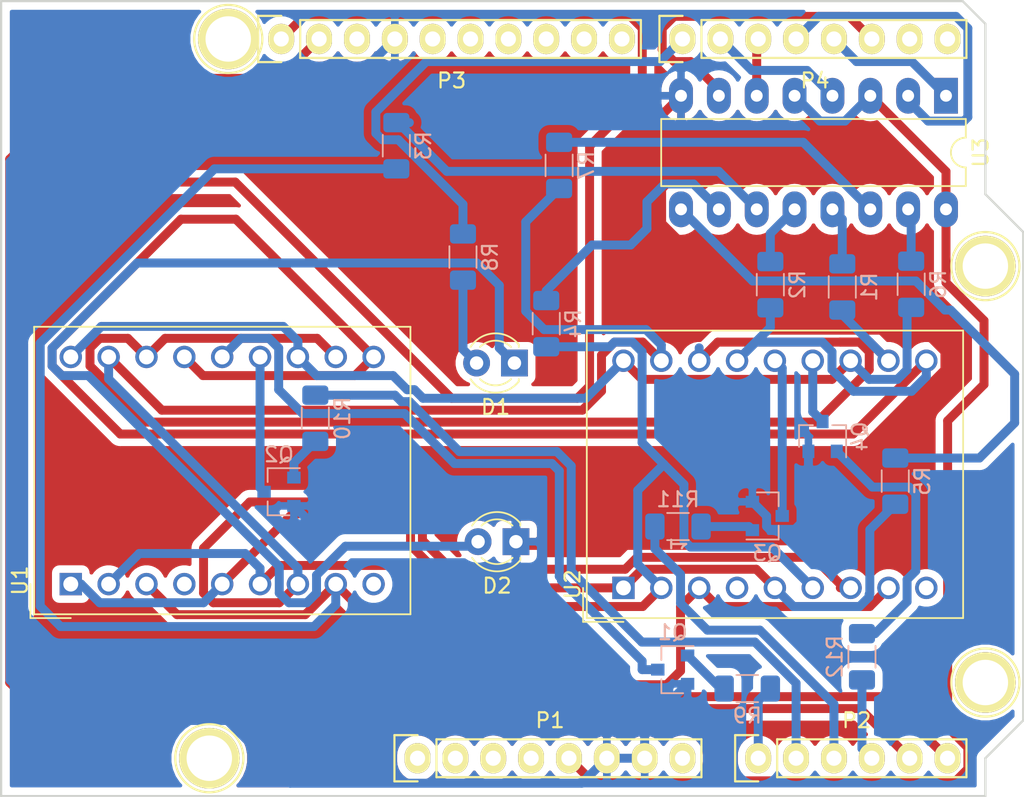
<source format=kicad_pcb>
(kicad_pcb (version 20171130) (host pcbnew "(5.1.10)-1")

  (general
    (thickness 1.6)
    (drawings 27)
    (tracks 373)
    (zones 0)
    (modules 29)
    (nets 61)
  )

  (page A4)
  (title_block
    (date "lun. 30 mars 2015")
  )

  (layers
    (0 F.Cu signal hide)
    (31 B.Cu signal)
    (32 B.Adhes user hide)
    (33 F.Adhes user hide)
    (34 B.Paste user hide)
    (35 F.Paste user)
    (36 B.SilkS user hide)
    (37 F.SilkS user)
    (38 B.Mask user hide)
    (39 F.Mask user)
    (40 Dwgs.User user hide)
    (41 Cmts.User user hide)
    (42 Eco1.User user hide)
    (43 Eco2.User user hide)
    (44 Edge.Cuts user)
    (45 Margin user hide)
    (46 B.CrtYd user hide)
    (47 F.CrtYd user)
    (48 B.Fab user hide)
    (49 F.Fab user)
  )

  (setup
    (last_trace_width 0.6)
    (trace_clearance 0.2)
    (zone_clearance 0.508)
    (zone_45_only no)
    (trace_min 0.2)
    (via_size 0.6)
    (via_drill 0.4)
    (via_min_size 0.4)
    (via_min_drill 0.3)
    (uvia_size 0.3)
    (uvia_drill 0.1)
    (uvias_allowed no)
    (uvia_min_size 0.2)
    (uvia_min_drill 0.1)
    (edge_width 0.15)
    (segment_width 0.15)
    (pcb_text_width 0.3)
    (pcb_text_size 1.5 1.5)
    (mod_edge_width 0.15)
    (mod_text_size 1 1)
    (mod_text_width 0.15)
    (pad_size 4.064 4.064)
    (pad_drill 3.048)
    (pad_to_mask_clearance 0)
    (aux_axis_origin 110.998 126.365)
    (grid_origin 110.998 126.365)
    (visible_elements 7FFFFFFF)
    (pcbplotparams
      (layerselection 0x00030_80000001)
      (usegerberextensions false)
      (usegerberattributes true)
      (usegerberadvancedattributes true)
      (creategerberjobfile true)
      (excludeedgelayer true)
      (linewidth 0.100000)
      (plotframeref false)
      (viasonmask false)
      (mode 1)
      (useauxorigin false)
      (hpglpennumber 1)
      (hpglpenspeed 20)
      (hpglpendiameter 15.000000)
      (psnegative false)
      (psa4output false)
      (plotreference true)
      (plotvalue true)
      (plotinvisibletext false)
      (padsonsilk false)
      (subtractmaskfromsilk false)
      (outputformat 1)
      (mirror false)
      (drillshape 1)
      (scaleselection 1)
      (outputdirectory ""))
  )

  (net 0 "")
  (net 1 /IOREF)
  (net 2 /Reset)
  (net 3 +5V)
  (net 4 GND)
  (net 5 /Vin)
  (net 6 /A0)
  (net 7 /A1)
  (net 8 /A2)
  (net 9 /A3)
  (net 10 /AREF)
  (net 11 "/A4(SDA)")
  (net 12 "/A5(SCL)")
  (net 13 "/9(**)")
  (net 14 /8)
  (net 15 /7)
  (net 16 "/6(**)")
  (net 17 "/5(**)")
  (net 18 /4)
  (net 19 "/3(**)")
  (net 20 /2)
  (net 21 "/1(Tx)")
  (net 22 "/0(Rx)")
  (net 23 "Net-(P5-Pad1)")
  (net 24 "Net-(P6-Pad1)")
  (net 25 "Net-(P7-Pad1)")
  (net 26 "Net-(P8-Pad1)")
  (net 27 "/13(SCK)")
  (net 28 "/10(**/SS)")
  (net 29 "Net-(P1-Pad1)")
  (net 30 +3V3)
  (net 31 "/12(MISO)")
  (net 32 "/11(**/MOSI)")
  (net 33 "Net-(D1-Pad2)")
  (net 34 "Net-(D1-Pad1)")
  (net 35 "Net-(Q1-Pad3)")
  (net 36 /B1)
  (net 37 "Net-(Q2-Pad3)")
  (net 38 /B2)
  (net 39 "Net-(Q3-Pad3)")
  (net 40 /B3)
  (net 41 "Net-(Q4-Pad3)")
  (net 42 /B4)
  (net 43 "Net-(R1-Pad2)")
  (net 44 "Net-(R1-Pad1)")
  (net 45 "Net-(R2-Pad2)")
  (net 46 "Net-(R2-Pad1)")
  (net 47 "Net-(R3-Pad2)")
  (net 48 "Net-(R3-Pad1)")
  (net 49 "Net-(R4-Pad2)")
  (net 50 "Net-(R4-Pad1)")
  (net 51 "Net-(R5-Pad2)")
  (net 52 "Net-(R5-Pad1)")
  (net 53 "Net-(R6-Pad2)")
  (net 54 "Net-(R6-Pad1)")
  (net 55 "Net-(R7-Pad2)")
  (net 56 "Net-(R7-Pad1)")
  (net 57 "Net-(U1-Pad9)")
  (net 58 "Net-(U1-Pad4)")
  (net 59 "Net-(U2-Pad9)")
  (net 60 "Net-(U2-Pad4)")

  (net_class Default "This is the default net class."
    (clearance 0.2)
    (trace_width 0.6)
    (via_dia 0.6)
    (via_drill 0.4)
    (uvia_dia 0.3)
    (uvia_drill 0.1)
    (add_net +3V3)
    (add_net +5V)
    (add_net "/0(Rx)")
    (add_net "/1(Tx)")
    (add_net "/10(**/SS)")
    (add_net "/11(**/MOSI)")
    (add_net "/12(MISO)")
    (add_net "/13(SCK)")
    (add_net /2)
    (add_net "/3(**)")
    (add_net /4)
    (add_net "/5(**)")
    (add_net "/6(**)")
    (add_net /7)
    (add_net /8)
    (add_net "/9(**)")
    (add_net /A0)
    (add_net /A1)
    (add_net /A2)
    (add_net /A3)
    (add_net "/A4(SDA)")
    (add_net "/A5(SCL)")
    (add_net /AREF)
    (add_net /B1)
    (add_net /B2)
    (add_net /B3)
    (add_net /B4)
    (add_net /IOREF)
    (add_net /Reset)
    (add_net /Vin)
    (add_net GND)
    (add_net "Net-(D1-Pad1)")
    (add_net "Net-(D1-Pad2)")
    (add_net "Net-(P1-Pad1)")
    (add_net "Net-(P5-Pad1)")
    (add_net "Net-(P6-Pad1)")
    (add_net "Net-(P7-Pad1)")
    (add_net "Net-(P8-Pad1)")
    (add_net "Net-(Q1-Pad3)")
    (add_net "Net-(Q2-Pad3)")
    (add_net "Net-(Q3-Pad3)")
    (add_net "Net-(Q4-Pad3)")
    (add_net "Net-(R1-Pad1)")
    (add_net "Net-(R1-Pad2)")
    (add_net "Net-(R2-Pad1)")
    (add_net "Net-(R2-Pad2)")
    (add_net "Net-(R3-Pad1)")
    (add_net "Net-(R3-Pad2)")
    (add_net "Net-(R4-Pad1)")
    (add_net "Net-(R4-Pad2)")
    (add_net "Net-(R5-Pad1)")
    (add_net "Net-(R5-Pad2)")
    (add_net "Net-(R6-Pad1)")
    (add_net "Net-(R6-Pad2)")
    (add_net "Net-(R7-Pad1)")
    (add_net "Net-(R7-Pad2)")
    (add_net "Net-(U1-Pad4)")
    (add_net "Net-(U1-Pad9)")
    (add_net "Net-(U2-Pad4)")
    (add_net "Net-(U2-Pad9)")
  )

  (module Display_7Segment:DA56-11CGKWA (layer F.Cu) (tedit 5A02FE84) (tstamp 61995AE7)
    (at 115.6716 112.141 90)
    (descr "http://www.kingbright.com/attachments/file/psearch/000/00/00/DA56-11CGKWA(Ver.16A).pdf")
    (tags "Double digit seven segment green LED display")
    (path /6191740B)
    (fp_text reference U1 (at 0.24 -3.41 90) (layer F.SilkS)
      (effects (font (size 1 1) (thickness 0.15)))
    )
    (fp_text value DC56-11GWA (at 4.28 23.91 90) (layer F.Fab)
      (effects (font (size 1 1) (thickness 0.15)))
    )
    (fp_line (start -1.905 22.66) (end -1.905 -1.34) (layer F.Fab) (width 0.1))
    (fp_line (start 17.145 22.66) (end -1.905 22.66) (layer F.Fab) (width 0.1))
    (fp_line (start 17.145 -2.34) (end 17.145 22.66) (layer F.Fab) (width 0.1))
    (fp_line (start -0.905 -2.34) (end 17.145 -2.34) (layer F.Fab) (width 0.1))
    (fp_line (start -2.025 22.79) (end -2.025 -2.46) (layer F.SilkS) (width 0.12))
    (fp_line (start 17.265 22.79) (end -2.025 22.79) (layer F.SilkS) (width 0.12))
    (fp_line (start 17.265 -2.46) (end 17.265 22.79) (layer F.SilkS) (width 0.12))
    (fp_line (start -2.025 -2.46) (end 17.265 -2.46) (layer F.SilkS) (width 0.12))
    (fp_line (start -1.905 -1.34) (end -0.905 -2.34) (layer F.Fab) (width 0.1))
    (fp_line (start -2.16 22.92) (end -2.16 -2.59) (layer F.CrtYd) (width 0.05))
    (fp_line (start 17.39 22.92) (end -2.16 22.92) (layer F.CrtYd) (width 0.05))
    (fp_line (start 17.39 -2.59) (end 17.39 22.92) (layer F.CrtYd) (width 0.05))
    (fp_line (start -2.16 -2.59) (end 17.39 -2.59) (layer F.CrtYd) (width 0.05))
    (fp_line (start -2.28 -2.71) (end -2.28 0) (layer F.SilkS) (width 0.12))
    (fp_line (start -2.28 -2.71) (end 0 -2.71) (layer F.SilkS) (width 0.12))
    (fp_text user %R (at 8 10 90) (layer F.Fab)
      (effects (font (size 1 1) (thickness 0.15)))
    )
    (pad 18 thru_hole circle (at 15.24 0 90) (size 1.5 1.5) (drill 1) (layers *.Cu *.Mask)
      (net 54 "Net-(R6-Pad1)"))
    (pad 17 thru_hole circle (at 15.24 2.54 90) (size 1.5 1.5) (drill 1) (layers *.Cu *.Mask)
      (net 56 "Net-(R7-Pad1)"))
    (pad 16 thru_hole circle (at 15.24 5.08 90) (size 1.5 1.5) (drill 1) (layers *.Cu *.Mask)
      (net 44 "Net-(R1-Pad1)"))
    (pad 15 thru_hole circle (at 15.24 7.62 90) (size 1.5 1.5) (drill 1) (layers *.Cu *.Mask)
      (net 46 "Net-(R2-Pad1)"))
    (pad 14 thru_hole circle (at 15.24 10.16 90) (size 1.5 1.5) (drill 1) (layers *.Cu *.Mask)
      (net 35 "Net-(Q1-Pad3)"))
    (pad 13 thru_hole circle (at 15.24 12.7 90) (size 1.5 1.5) (drill 1) (layers *.Cu *.Mask)
      (net 37 "Net-(Q2-Pad3)"))
    (pad 12 thru_hole circle (at 15.24 15.24 90) (size 1.5 1.5) (drill 1) (layers *.Cu *.Mask)
      (net 54 "Net-(R6-Pad1)"))
    (pad 11 thru_hole circle (at 15.24 17.78 90) (size 1.5 1.5) (drill 1) (layers *.Cu *.Mask)
      (net 44 "Net-(R1-Pad1)"))
    (pad 10 thru_hole circle (at 15.24 20.32 90) (size 1.5 1.5) (drill 1) (layers *.Cu *.Mask)
      (net 46 "Net-(R2-Pad1)"))
    (pad 9 thru_hole circle (at 0 20.32 90) (size 1.5 1.5) (drill 1) (layers *.Cu *.Mask)
      (net 57 "Net-(U1-Pad9)"))
    (pad 8 thru_hole circle (at 0 17.78 90) (size 1.5 1.5) (drill 1) (layers *.Cu *.Mask)
      (net 48 "Net-(R3-Pad1)"))
    (pad 7 thru_hole circle (at 0 15.24 90) (size 1.5 1.5) (drill 1) (layers *.Cu *.Mask)
      (net 56 "Net-(R7-Pad1)"))
    (pad 6 thru_hole circle (at 0 12.7 90) (size 1.5 1.5) (drill 1) (layers *.Cu *.Mask)
      (net 50 "Net-(R4-Pad1)"))
    (pad 5 thru_hole circle (at 0 10.16 90) (size 1.5 1.5) (drill 1) (layers *.Cu *.Mask)
      (net 52 "Net-(R5-Pad1)"))
    (pad 4 thru_hole circle (at 0 7.62 90) (size 1.5 1.5) (drill 1) (layers *.Cu *.Mask)
      (net 58 "Net-(U1-Pad4)"))
    (pad 3 thru_hole circle (at 0 5.08 90) (size 1.5 1.5) (drill 1) (layers *.Cu *.Mask)
      (net 48 "Net-(R3-Pad1)"))
    (pad 2 thru_hole circle (at 0 2.54 90) (size 1.5 1.5) (drill 1) (layers *.Cu *.Mask)
      (net 50 "Net-(R4-Pad1)"))
    (pad 1 thru_hole rect (at 0 0 90) (size 1.5 1.5) (drill 1) (layers *.Cu *.Mask)
      (net 52 "Net-(R5-Pad1)"))
    (model ${KISYS3DMOD}/Display_7Segment.3dshapes/DA56-11CGKWA.wrl
      (at (xyz 0 0 0))
      (scale (xyz 1 1 1))
      (rotate (xyz 0 0 0))
    )
  )

  (module Display_7Segment:DA56-11CGKWA (layer F.Cu) (tedit 5A02FE84) (tstamp 61995B0D)
    (at 152.7556 112.395 90)
    (descr "http://www.kingbright.com/attachments/file/psearch/000/00/00/DA56-11CGKWA(Ver.16A).pdf")
    (tags "Double digit seven segment green LED display")
    (path /61917DF1)
    (fp_text reference U2 (at 0.24 -3.41 90) (layer F.SilkS)
      (effects (font (size 1 1) (thickness 0.15)))
    )
    (fp_text value DC56-11GWA (at 4.28 23.91 90) (layer F.Fab)
      (effects (font (size 1 1) (thickness 0.15)))
    )
    (fp_line (start -1.905 22.66) (end -1.905 -1.34) (layer F.Fab) (width 0.1))
    (fp_line (start 17.145 22.66) (end -1.905 22.66) (layer F.Fab) (width 0.1))
    (fp_line (start 17.145 -2.34) (end 17.145 22.66) (layer F.Fab) (width 0.1))
    (fp_line (start -0.905 -2.34) (end 17.145 -2.34) (layer F.Fab) (width 0.1))
    (fp_line (start -2.025 22.79) (end -2.025 -2.46) (layer F.SilkS) (width 0.12))
    (fp_line (start 17.265 22.79) (end -2.025 22.79) (layer F.SilkS) (width 0.12))
    (fp_line (start 17.265 -2.46) (end 17.265 22.79) (layer F.SilkS) (width 0.12))
    (fp_line (start -2.025 -2.46) (end 17.265 -2.46) (layer F.SilkS) (width 0.12))
    (fp_line (start -1.905 -1.34) (end -0.905 -2.34) (layer F.Fab) (width 0.1))
    (fp_line (start -2.16 22.92) (end -2.16 -2.59) (layer F.CrtYd) (width 0.05))
    (fp_line (start 17.39 22.92) (end -2.16 22.92) (layer F.CrtYd) (width 0.05))
    (fp_line (start 17.39 -2.59) (end 17.39 22.92) (layer F.CrtYd) (width 0.05))
    (fp_line (start -2.16 -2.59) (end 17.39 -2.59) (layer F.CrtYd) (width 0.05))
    (fp_line (start -2.28 -2.71) (end -2.28 0) (layer F.SilkS) (width 0.12))
    (fp_line (start -2.28 -2.71) (end 0 -2.71) (layer F.SilkS) (width 0.12))
    (fp_text user %R (at 8 10 90) (layer F.Fab)
      (effects (font (size 1 1) (thickness 0.15)))
    )
    (pad 18 thru_hole circle (at 15.24 0 90) (size 1.5 1.5) (drill 1) (layers *.Cu *.Mask)
      (net 54 "Net-(R6-Pad1)"))
    (pad 17 thru_hole circle (at 15.24 2.54 90) (size 1.5 1.5) (drill 1) (layers *.Cu *.Mask)
      (net 56 "Net-(R7-Pad1)"))
    (pad 16 thru_hole circle (at 15.24 5.08 90) (size 1.5 1.5) (drill 1) (layers *.Cu *.Mask)
      (net 44 "Net-(R1-Pad1)"))
    (pad 15 thru_hole circle (at 15.24 7.62 90) (size 1.5 1.5) (drill 1) (layers *.Cu *.Mask)
      (net 46 "Net-(R2-Pad1)"))
    (pad 14 thru_hole circle (at 15.24 10.16 90) (size 1.5 1.5) (drill 1) (layers *.Cu *.Mask)
      (net 39 "Net-(Q3-Pad3)"))
    (pad 13 thru_hole circle (at 15.24 12.7 90) (size 1.5 1.5) (drill 1) (layers *.Cu *.Mask)
      (net 41 "Net-(Q4-Pad3)"))
    (pad 12 thru_hole circle (at 15.24 15.24 90) (size 1.5 1.5) (drill 1) (layers *.Cu *.Mask)
      (net 54 "Net-(R6-Pad1)"))
    (pad 11 thru_hole circle (at 15.24 17.78 90) (size 1.5 1.5) (drill 1) (layers *.Cu *.Mask)
      (net 44 "Net-(R1-Pad1)"))
    (pad 10 thru_hole circle (at 15.24 20.32 90) (size 1.5 1.5) (drill 1) (layers *.Cu *.Mask)
      (net 46 "Net-(R2-Pad1)"))
    (pad 9 thru_hole circle (at 0 20.32 90) (size 1.5 1.5) (drill 1) (layers *.Cu *.Mask)
      (net 59 "Net-(U2-Pad9)"))
    (pad 8 thru_hole circle (at 0 17.78 90) (size 1.5 1.5) (drill 1) (layers *.Cu *.Mask)
      (net 48 "Net-(R3-Pad1)"))
    (pad 7 thru_hole circle (at 0 15.24 90) (size 1.5 1.5) (drill 1) (layers *.Cu *.Mask)
      (net 56 "Net-(R7-Pad1)"))
    (pad 6 thru_hole circle (at 0 12.7 90) (size 1.5 1.5) (drill 1) (layers *.Cu *.Mask)
      (net 50 "Net-(R4-Pad1)"))
    (pad 5 thru_hole circle (at 0 10.16 90) (size 1.5 1.5) (drill 1) (layers *.Cu *.Mask)
      (net 52 "Net-(R5-Pad1)"))
    (pad 4 thru_hole circle (at 0 7.62 90) (size 1.5 1.5) (drill 1) (layers *.Cu *.Mask)
      (net 60 "Net-(U2-Pad4)"))
    (pad 3 thru_hole circle (at 0 5.08 90) (size 1.5 1.5) (drill 1) (layers *.Cu *.Mask)
      (net 48 "Net-(R3-Pad1)"))
    (pad 2 thru_hole circle (at 0 2.54 90) (size 1.5 1.5) (drill 1) (layers *.Cu *.Mask)
      (net 50 "Net-(R4-Pad1)"))
    (pad 1 thru_hole rect (at 0 0 90) (size 1.5 1.5) (drill 1) (layers *.Cu *.Mask)
      (net 52 "Net-(R5-Pad1)"))
    (model ${KISYS3DMOD}/Display_7Segment.3dshapes/DA56-11CGKWA.wrl
      (at (xyz 0 0 0))
      (scale (xyz 1 1 1))
      (rotate (xyz 0 0 0))
    )
  )

  (module Package_DIP:DIP-16_W7.62mm_LongPads (layer F.Cu) (tedit 5A02E8C5) (tstamp 61995B31)
    (at 174.3964 79.375 270)
    (descr "16-lead though-hole mounted DIP package, row spacing 7.62 mm (300 mils), LongPads")
    (tags "THT DIP DIL PDIP 2.54mm 7.62mm 300mil LongPads")
    (path /61A24F1F)
    (fp_text reference U3 (at 3.81 -2.33 90) (layer F.SilkS)
      (effects (font (size 1 1) (thickness 0.15)))
    )
    (fp_text value 7448 (at 3.81 20.11 90) (layer F.Fab)
      (effects (font (size 1 1) (thickness 0.15)))
    )
    (fp_line (start 9.1 -1.55) (end -1.45 -1.55) (layer F.CrtYd) (width 0.05))
    (fp_line (start 9.1 19.3) (end 9.1 -1.55) (layer F.CrtYd) (width 0.05))
    (fp_line (start -1.45 19.3) (end 9.1 19.3) (layer F.CrtYd) (width 0.05))
    (fp_line (start -1.45 -1.55) (end -1.45 19.3) (layer F.CrtYd) (width 0.05))
    (fp_line (start 6.06 -1.33) (end 4.81 -1.33) (layer F.SilkS) (width 0.12))
    (fp_line (start 6.06 19.11) (end 6.06 -1.33) (layer F.SilkS) (width 0.12))
    (fp_line (start 1.56 19.11) (end 6.06 19.11) (layer F.SilkS) (width 0.12))
    (fp_line (start 1.56 -1.33) (end 1.56 19.11) (layer F.SilkS) (width 0.12))
    (fp_line (start 2.81 -1.33) (end 1.56 -1.33) (layer F.SilkS) (width 0.12))
    (fp_line (start 0.635 -0.27) (end 1.635 -1.27) (layer F.Fab) (width 0.1))
    (fp_line (start 0.635 19.05) (end 0.635 -0.27) (layer F.Fab) (width 0.1))
    (fp_line (start 6.985 19.05) (end 0.635 19.05) (layer F.Fab) (width 0.1))
    (fp_line (start 6.985 -1.27) (end 6.985 19.05) (layer F.Fab) (width 0.1))
    (fp_line (start 1.635 -1.27) (end 6.985 -1.27) (layer F.Fab) (width 0.1))
    (fp_text user %R (at 3.81 8.89 90) (layer F.Fab)
      (effects (font (size 1 1) (thickness 0.15)))
    )
    (fp_arc (start 3.81 -1.33) (end 2.81 -1.33) (angle -180) (layer F.SilkS) (width 0.12))
    (pad 16 thru_hole oval (at 7.62 0 270) (size 2.4 1.6) (drill 0.8) (layers *.Cu *.Mask)
      (net 3 +5V))
    (pad 8 thru_hole oval (at 0 17.78 270) (size 2.4 1.6) (drill 0.8) (layers *.Cu *.Mask)
      (net 4 GND))
    (pad 15 thru_hole oval (at 7.62 2.54 270) (size 2.4 1.6) (drill 0.8) (layers *.Cu *.Mask)
      (net 53 "Net-(R6-Pad2)"))
    (pad 7 thru_hole oval (at 0 15.24 270) (size 2.4 1.6) (drill 0.8) (layers *.Cu *.Mask)
      (net 20 /2))
    (pad 14 thru_hole oval (at 7.62 5.08 270) (size 2.4 1.6) (drill 0.8) (layers *.Cu *.Mask)
      (net 55 "Net-(R7-Pad2)"))
    (pad 6 thru_hole oval (at 0 12.7 270) (size 2.4 1.6) (drill 0.8) (layers *.Cu *.Mask)
      (net 17 "/5(**)"))
    (pad 13 thru_hole oval (at 7.62 7.62 270) (size 2.4 1.6) (drill 0.8) (layers *.Cu *.Mask)
      (net 43 "Net-(R1-Pad2)"))
    (pad 5 thru_hole oval (at 0 10.16 270) (size 2.4 1.6) (drill 0.8) (layers *.Cu *.Mask)
      (net 3 +5V))
    (pad 12 thru_hole oval (at 7.62 10.16 270) (size 2.4 1.6) (drill 0.8) (layers *.Cu *.Mask)
      (net 45 "Net-(R2-Pad2)"))
    (pad 4 thru_hole oval (at 0 7.62 270) (size 2.4 1.6) (drill 0.8) (layers *.Cu *.Mask)
      (net 16 "/6(**)"))
    (pad 11 thru_hole oval (at 7.62 12.7 270) (size 2.4 1.6) (drill 0.8) (layers *.Cu *.Mask)
      (net 47 "Net-(R3-Pad2)"))
    (pad 3 thru_hole oval (at 0 5.08 270) (size 2.4 1.6) (drill 0.8) (layers *.Cu *.Mask)
      (net 3 +5V))
    (pad 10 thru_hole oval (at 7.62 15.24 270) (size 2.4 1.6) (drill 0.8) (layers *.Cu *.Mask)
      (net 49 "Net-(R4-Pad2)"))
    (pad 2 thru_hole oval (at 0 2.54 270) (size 2.4 1.6) (drill 0.8) (layers *.Cu *.Mask)
      (net 18 /4))
    (pad 9 thru_hole oval (at 7.62 17.78 270) (size 2.4 1.6) (drill 0.8) (layers *.Cu *.Mask)
      (net 51 "Net-(R5-Pad2)"))
    (pad 1 thru_hole rect (at 0 0 270) (size 2.4 1.6) (drill 0.8) (layers *.Cu *.Mask)
      (net 19 "/3(**)"))
    (model ${KISYS3DMOD}/Package_DIP.3dshapes/DIP-16_W7.62mm.wrl
      (at (xyz 0 0 0))
      (scale (xyz 1 1 1))
      (rotate (xyz 0 0 0))
    )
  )

  (module Resistor_SMD:R_1206_3216Metric_Pad1.30x1.75mm_HandSolder (layer B.Cu) (tedit 5F68FEEE) (tstamp 61995AC1)
    (at 168.7576 117.0178 270)
    (descr "Resistor SMD 1206 (3216 Metric), square (rectangular) end terminal, IPC_7351 nominal with elongated pad for handsoldering. (Body size source: IPC-SM-782 page 72, https://www.pcb-3d.com/wordpress/wp-content/uploads/ipc-sm-782a_amendment_1_and_2.pdf), generated with kicad-footprint-generator")
    (tags "resistor handsolder")
    (path /61BE5666)
    (attr smd)
    (fp_text reference R12 (at 0 1.82 270) (layer B.SilkS)
      (effects (font (size 1 1) (thickness 0.15)) (justify mirror))
    )
    (fp_text value 2k7 (at 0 -1.82 270) (layer B.Fab)
      (effects (font (size 1 1) (thickness 0.15)) (justify mirror))
    )
    (fp_line (start 2.45 -1.12) (end -2.45 -1.12) (layer B.CrtYd) (width 0.05))
    (fp_line (start 2.45 1.12) (end 2.45 -1.12) (layer B.CrtYd) (width 0.05))
    (fp_line (start -2.45 1.12) (end 2.45 1.12) (layer B.CrtYd) (width 0.05))
    (fp_line (start -2.45 -1.12) (end -2.45 1.12) (layer B.CrtYd) (width 0.05))
    (fp_line (start -0.727064 -0.91) (end 0.727064 -0.91) (layer B.SilkS) (width 0.12))
    (fp_line (start -0.727064 0.91) (end 0.727064 0.91) (layer B.SilkS) (width 0.12))
    (fp_line (start 1.6 -0.8) (end -1.6 -0.8) (layer B.Fab) (width 0.1))
    (fp_line (start 1.6 0.8) (end 1.6 -0.8) (layer B.Fab) (width 0.1))
    (fp_line (start -1.6 0.8) (end 1.6 0.8) (layer B.Fab) (width 0.1))
    (fp_line (start -1.6 -0.8) (end -1.6 0.8) (layer B.Fab) (width 0.1))
    (fp_text user %R (at 0 0 270) (layer B.Fab)
      (effects (font (size 0.8 0.8) (thickness 0.12)) (justify mirror))
    )
    (pad 2 smd roundrect (at 1.55 0 270) (size 1.3 1.75) (layers B.Cu B.Paste B.Mask) (roundrect_rratio 0.192308)
      (net 9 /A3))
    (pad 1 smd roundrect (at -1.55 0 270) (size 1.3 1.75) (layers B.Cu B.Paste B.Mask) (roundrect_rratio 0.192308)
      (net 42 /B4))
    (model ${KISYS3DMOD}/Resistor_SMD.3dshapes/R_1206_3216Metric.wrl
      (at (xyz 0 0 0))
      (scale (xyz 1 1 1))
      (rotate (xyz 0 0 0))
    )
  )

  (module Resistor_SMD:R_1206_3216Metric_Pad1.30x1.75mm_HandSolder (layer B.Cu) (tedit 5F68FEEE) (tstamp 61995AB0)
    (at 156.4132 108.2802 180)
    (descr "Resistor SMD 1206 (3216 Metric), square (rectangular) end terminal, IPC_7351 nominal with elongated pad for handsoldering. (Body size source: IPC-SM-782 page 72, https://www.pcb-3d.com/wordpress/wp-content/uploads/ipc-sm-782a_amendment_1_and_2.pdf), generated with kicad-footprint-generator")
    (tags "resistor handsolder")
    (path /61BE5507)
    (attr smd)
    (fp_text reference R11 (at 0 1.82) (layer B.SilkS)
      (effects (font (size 1 1) (thickness 0.15)) (justify mirror))
    )
    (fp_text value 2k7 (at 0 -1.82) (layer B.Fab)
      (effects (font (size 1 1) (thickness 0.15)) (justify mirror))
    )
    (fp_line (start 2.45 -1.12) (end -2.45 -1.12) (layer B.CrtYd) (width 0.05))
    (fp_line (start 2.45 1.12) (end 2.45 -1.12) (layer B.CrtYd) (width 0.05))
    (fp_line (start -2.45 1.12) (end 2.45 1.12) (layer B.CrtYd) (width 0.05))
    (fp_line (start -2.45 -1.12) (end -2.45 1.12) (layer B.CrtYd) (width 0.05))
    (fp_line (start -0.727064 -0.91) (end 0.727064 -0.91) (layer B.SilkS) (width 0.12))
    (fp_line (start -0.727064 0.91) (end 0.727064 0.91) (layer B.SilkS) (width 0.12))
    (fp_line (start 1.6 -0.8) (end -1.6 -0.8) (layer B.Fab) (width 0.1))
    (fp_line (start 1.6 0.8) (end 1.6 -0.8) (layer B.Fab) (width 0.1))
    (fp_line (start -1.6 0.8) (end 1.6 0.8) (layer B.Fab) (width 0.1))
    (fp_line (start -1.6 -0.8) (end -1.6 0.8) (layer B.Fab) (width 0.1))
    (fp_text user %R (at 0 0) (layer B.Fab)
      (effects (font (size 0.8 0.8) (thickness 0.12)) (justify mirror))
    )
    (pad 2 smd roundrect (at 1.55 0 180) (size 1.3 1.75) (layers B.Cu B.Paste B.Mask) (roundrect_rratio 0.192308)
      (net 8 /A2))
    (pad 1 smd roundrect (at -1.55 0 180) (size 1.3 1.75) (layers B.Cu B.Paste B.Mask) (roundrect_rratio 0.192308)
      (net 40 /B3))
    (model ${KISYS3DMOD}/Resistor_SMD.3dshapes/R_1206_3216Metric.wrl
      (at (xyz 0 0 0))
      (scale (xyz 1 1 1))
      (rotate (xyz 0 0 0))
    )
  )

  (module Resistor_SMD:R_1206_3216Metric_Pad1.30x1.75mm_HandSolder (layer B.Cu) (tedit 5F68FEEE) (tstamp 61995A9F)
    (at 132.08 101.0158 90)
    (descr "Resistor SMD 1206 (3216 Metric), square (rectangular) end terminal, IPC_7351 nominal with elongated pad for handsoldering. (Body size source: IPC-SM-782 page 72, https://www.pcb-3d.com/wordpress/wp-content/uploads/ipc-sm-782a_amendment_1_and_2.pdf), generated with kicad-footprint-generator")
    (tags "resistor handsolder")
    (path /61BE5393)
    (attr smd)
    (fp_text reference R10 (at 0 1.82 270) (layer B.SilkS)
      (effects (font (size 1 1) (thickness 0.15)) (justify mirror))
    )
    (fp_text value 2k7 (at 0 -1.82 270) (layer B.Fab)
      (effects (font (size 1 1) (thickness 0.15)) (justify mirror))
    )
    (fp_line (start 2.45 -1.12) (end -2.45 -1.12) (layer B.CrtYd) (width 0.05))
    (fp_line (start 2.45 1.12) (end 2.45 -1.12) (layer B.CrtYd) (width 0.05))
    (fp_line (start -2.45 1.12) (end 2.45 1.12) (layer B.CrtYd) (width 0.05))
    (fp_line (start -2.45 -1.12) (end -2.45 1.12) (layer B.CrtYd) (width 0.05))
    (fp_line (start -0.727064 -0.91) (end 0.727064 -0.91) (layer B.SilkS) (width 0.12))
    (fp_line (start -0.727064 0.91) (end 0.727064 0.91) (layer B.SilkS) (width 0.12))
    (fp_line (start 1.6 -0.8) (end -1.6 -0.8) (layer B.Fab) (width 0.1))
    (fp_line (start 1.6 0.8) (end 1.6 -0.8) (layer B.Fab) (width 0.1))
    (fp_line (start -1.6 0.8) (end 1.6 0.8) (layer B.Fab) (width 0.1))
    (fp_line (start -1.6 -0.8) (end -1.6 0.8) (layer B.Fab) (width 0.1))
    (fp_text user %R (at 0 0 270) (layer B.Fab)
      (effects (font (size 0.8 0.8) (thickness 0.12)) (justify mirror))
    )
    (pad 2 smd roundrect (at 1.55 0 90) (size 1.3 1.75) (layers B.Cu B.Paste B.Mask) (roundrect_rratio 0.192308)
      (net 7 /A1))
    (pad 1 smd roundrect (at -1.55 0 90) (size 1.3 1.75) (layers B.Cu B.Paste B.Mask) (roundrect_rratio 0.192308)
      (net 38 /B2))
    (model ${KISYS3DMOD}/Resistor_SMD.3dshapes/R_1206_3216Metric.wrl
      (at (xyz 0 0 0))
      (scale (xyz 1 1 1))
      (rotate (xyz 0 0 0))
    )
  )

  (module Resistor_SMD:R_1206_3216Metric_Pad1.30x1.75mm_HandSolder (layer B.Cu) (tedit 5F68FEEE) (tstamp 61995A8E)
    (at 161.062 119.1514)
    (descr "Resistor SMD 1206 (3216 Metric), square (rectangular) end terminal, IPC_7351 nominal with elongated pad for handsoldering. (Body size source: IPC-SM-782 page 72, https://www.pcb-3d.com/wordpress/wp-content/uploads/ipc-sm-782a_amendment_1_and_2.pdf), generated with kicad-footprint-generator")
    (tags "resistor handsolder")
    (path /61BE4EB4)
    (attr smd)
    (fp_text reference R9 (at 0 1.82) (layer B.SilkS)
      (effects (font (size 1 1) (thickness 0.15)) (justify mirror))
    )
    (fp_text value 2k7 (at 0 -1.82) (layer B.Fab)
      (effects (font (size 1 1) (thickness 0.15)) (justify mirror))
    )
    (fp_line (start 2.45 -1.12) (end -2.45 -1.12) (layer B.CrtYd) (width 0.05))
    (fp_line (start 2.45 1.12) (end 2.45 -1.12) (layer B.CrtYd) (width 0.05))
    (fp_line (start -2.45 1.12) (end 2.45 1.12) (layer B.CrtYd) (width 0.05))
    (fp_line (start -2.45 -1.12) (end -2.45 1.12) (layer B.CrtYd) (width 0.05))
    (fp_line (start -0.727064 -0.91) (end 0.727064 -0.91) (layer B.SilkS) (width 0.12))
    (fp_line (start -0.727064 0.91) (end 0.727064 0.91) (layer B.SilkS) (width 0.12))
    (fp_line (start 1.6 -0.8) (end -1.6 -0.8) (layer B.Fab) (width 0.1))
    (fp_line (start 1.6 0.8) (end 1.6 -0.8) (layer B.Fab) (width 0.1))
    (fp_line (start -1.6 0.8) (end 1.6 0.8) (layer B.Fab) (width 0.1))
    (fp_line (start -1.6 -0.8) (end -1.6 0.8) (layer B.Fab) (width 0.1))
    (fp_text user %R (at 0 0) (layer B.Fab)
      (effects (font (size 0.8 0.8) (thickness 0.12)) (justify mirror))
    )
    (pad 2 smd roundrect (at 1.55 0) (size 1.3 1.75) (layers B.Cu B.Paste B.Mask) (roundrect_rratio 0.192308)
      (net 6 /A0))
    (pad 1 smd roundrect (at -1.55 0) (size 1.3 1.75) (layers B.Cu B.Paste B.Mask) (roundrect_rratio 0.192308)
      (net 36 /B1))
    (model ${KISYS3DMOD}/Resistor_SMD.3dshapes/R_1206_3216Metric.wrl
      (at (xyz 0 0 0))
      (scale (xyz 1 1 1))
      (rotate (xyz 0 0 0))
    )
  )

  (module Resistor_SMD:R_1206_3216Metric_Pad1.30x1.75mm_HandSolder (layer B.Cu) (tedit 5F68FEEE) (tstamp 61995A7D)
    (at 141.986 90.1954 90)
    (descr "Resistor SMD 1206 (3216 Metric), square (rectangular) end terminal, IPC_7351 nominal with elongated pad for handsoldering. (Body size source: IPC-SM-782 page 72, https://www.pcb-3d.com/wordpress/wp-content/uploads/ipc-sm-782a_amendment_1_and_2.pdf), generated with kicad-footprint-generator")
    (tags "resistor handsolder")
    (path /619F5962)
    (attr smd)
    (fp_text reference R8 (at 0 1.82 270) (layer B.SilkS)
      (effects (font (size 1 1) (thickness 0.15)) (justify mirror))
    )
    (fp_text value 330 (at 0 -1.82 270) (layer B.Fab)
      (effects (font (size 1 1) (thickness 0.15)) (justify mirror))
    )
    (fp_line (start 2.45 -1.12) (end -2.45 -1.12) (layer B.CrtYd) (width 0.05))
    (fp_line (start 2.45 1.12) (end 2.45 -1.12) (layer B.CrtYd) (width 0.05))
    (fp_line (start -2.45 1.12) (end 2.45 1.12) (layer B.CrtYd) (width 0.05))
    (fp_line (start -2.45 -1.12) (end -2.45 1.12) (layer B.CrtYd) (width 0.05))
    (fp_line (start -0.727064 -0.91) (end 0.727064 -0.91) (layer B.SilkS) (width 0.12))
    (fp_line (start -0.727064 0.91) (end 0.727064 0.91) (layer B.SilkS) (width 0.12))
    (fp_line (start 1.6 -0.8) (end -1.6 -0.8) (layer B.Fab) (width 0.1))
    (fp_line (start 1.6 0.8) (end 1.6 -0.8) (layer B.Fab) (width 0.1))
    (fp_line (start -1.6 0.8) (end 1.6 0.8) (layer B.Fab) (width 0.1))
    (fp_line (start -1.6 -0.8) (end -1.6 0.8) (layer B.Fab) (width 0.1))
    (fp_text user %R (at 0 0 270) (layer B.Fab)
      (effects (font (size 0.8 0.8) (thickness 0.12)) (justify mirror))
    )
    (pad 2 smd roundrect (at 1.55 0 90) (size 1.3 1.75) (layers B.Cu B.Paste B.Mask) (roundrect_rratio 0.192308)
      (net 15 /7))
    (pad 1 smd roundrect (at -1.55 0 90) (size 1.3 1.75) (layers B.Cu B.Paste B.Mask) (roundrect_rratio 0.192308)
      (net 33 "Net-(D1-Pad2)"))
    (model ${KISYS3DMOD}/Resistor_SMD.3dshapes/R_1206_3216Metric.wrl
      (at (xyz 0 0 0))
      (scale (xyz 1 1 1))
      (rotate (xyz 0 0 0))
    )
  )

  (module Resistor_SMD:R_1206_3216Metric_Pad1.30x1.75mm_HandSolder (layer B.Cu) (tedit 5F68FEEE) (tstamp 61995A6C)
    (at 148.4376 84.0486 90)
    (descr "Resistor SMD 1206 (3216 Metric), square (rectangular) end terminal, IPC_7351 nominal with elongated pad for handsoldering. (Body size source: IPC-SM-782 page 72, https://www.pcb-3d.com/wordpress/wp-content/uploads/ipc-sm-782a_amendment_1_and_2.pdf), generated with kicad-footprint-generator")
    (tags "resistor handsolder")
    (path /619F5731)
    (attr smd)
    (fp_text reference R7 (at 0 1.82 270) (layer B.SilkS)
      (effects (font (size 1 1) (thickness 0.15)) (justify mirror))
    )
    (fp_text value 330 (at 0 -1.82 270) (layer B.Fab)
      (effects (font (size 1 1) (thickness 0.15)) (justify mirror))
    )
    (fp_line (start 2.45 -1.12) (end -2.45 -1.12) (layer B.CrtYd) (width 0.05))
    (fp_line (start 2.45 1.12) (end 2.45 -1.12) (layer B.CrtYd) (width 0.05))
    (fp_line (start -2.45 1.12) (end 2.45 1.12) (layer B.CrtYd) (width 0.05))
    (fp_line (start -2.45 -1.12) (end -2.45 1.12) (layer B.CrtYd) (width 0.05))
    (fp_line (start -0.727064 -0.91) (end 0.727064 -0.91) (layer B.SilkS) (width 0.12))
    (fp_line (start -0.727064 0.91) (end 0.727064 0.91) (layer B.SilkS) (width 0.12))
    (fp_line (start 1.6 -0.8) (end -1.6 -0.8) (layer B.Fab) (width 0.1))
    (fp_line (start 1.6 0.8) (end 1.6 -0.8) (layer B.Fab) (width 0.1))
    (fp_line (start -1.6 0.8) (end 1.6 0.8) (layer B.Fab) (width 0.1))
    (fp_line (start -1.6 -0.8) (end -1.6 0.8) (layer B.Fab) (width 0.1))
    (fp_text user %R (at 0 0 270) (layer B.Fab)
      (effects (font (size 0.8 0.8) (thickness 0.12)) (justify mirror))
    )
    (pad 2 smd roundrect (at 1.55 0 90) (size 1.3 1.75) (layers B.Cu B.Paste B.Mask) (roundrect_rratio 0.192308)
      (net 55 "Net-(R7-Pad2)"))
    (pad 1 smd roundrect (at -1.55 0 90) (size 1.3 1.75) (layers B.Cu B.Paste B.Mask) (roundrect_rratio 0.192308)
      (net 56 "Net-(R7-Pad1)"))
    (model ${KISYS3DMOD}/Resistor_SMD.3dshapes/R_1206_3216Metric.wrl
      (at (xyz 0 0 0))
      (scale (xyz 1 1 1))
      (rotate (xyz 0 0 0))
    )
  )

  (module Resistor_SMD:R_1206_3216Metric_Pad1.30x1.75mm_HandSolder (layer B.Cu) (tedit 5F68FEEE) (tstamp 61995A5B)
    (at 172.0596 92.0242 90)
    (descr "Resistor SMD 1206 (3216 Metric), square (rectangular) end terminal, IPC_7351 nominal with elongated pad for handsoldering. (Body size source: IPC-SM-782 page 72, https://www.pcb-3d.com/wordpress/wp-content/uploads/ipc-sm-782a_amendment_1_and_2.pdf), generated with kicad-footprint-generator")
    (tags "resistor handsolder")
    (path /619F5587)
    (attr smd)
    (fp_text reference R6 (at 0 1.82 270) (layer B.SilkS)
      (effects (font (size 1 1) (thickness 0.15)) (justify mirror))
    )
    (fp_text value 330 (at 0 -1.82 270) (layer B.Fab)
      (effects (font (size 1 1) (thickness 0.15)) (justify mirror))
    )
    (fp_line (start 2.45 -1.12) (end -2.45 -1.12) (layer B.CrtYd) (width 0.05))
    (fp_line (start 2.45 1.12) (end 2.45 -1.12) (layer B.CrtYd) (width 0.05))
    (fp_line (start -2.45 1.12) (end 2.45 1.12) (layer B.CrtYd) (width 0.05))
    (fp_line (start -2.45 -1.12) (end -2.45 1.12) (layer B.CrtYd) (width 0.05))
    (fp_line (start -0.727064 -0.91) (end 0.727064 -0.91) (layer B.SilkS) (width 0.12))
    (fp_line (start -0.727064 0.91) (end 0.727064 0.91) (layer B.SilkS) (width 0.12))
    (fp_line (start 1.6 -0.8) (end -1.6 -0.8) (layer B.Fab) (width 0.1))
    (fp_line (start 1.6 0.8) (end 1.6 -0.8) (layer B.Fab) (width 0.1))
    (fp_line (start -1.6 0.8) (end 1.6 0.8) (layer B.Fab) (width 0.1))
    (fp_line (start -1.6 -0.8) (end -1.6 0.8) (layer B.Fab) (width 0.1))
    (fp_text user %R (at 0 0 270) (layer B.Fab)
      (effects (font (size 0.8 0.8) (thickness 0.12)) (justify mirror))
    )
    (pad 2 smd roundrect (at 1.55 0 90) (size 1.3 1.75) (layers B.Cu B.Paste B.Mask) (roundrect_rratio 0.192308)
      (net 53 "Net-(R6-Pad2)"))
    (pad 1 smd roundrect (at -1.55 0 90) (size 1.3 1.75) (layers B.Cu B.Paste B.Mask) (roundrect_rratio 0.192308)
      (net 54 "Net-(R6-Pad1)"))
    (model ${KISYS3DMOD}/Resistor_SMD.3dshapes/R_1206_3216Metric.wrl
      (at (xyz 0 0 0))
      (scale (xyz 1 1 1))
      (rotate (xyz 0 0 0))
    )
  )

  (module Resistor_SMD:R_1206_3216Metric_Pad1.30x1.75mm_HandSolder (layer B.Cu) (tedit 5F68FEEE) (tstamp 61995A4A)
    (at 170.9928 105.2322 90)
    (descr "Resistor SMD 1206 (3216 Metric), square (rectangular) end terminal, IPC_7351 nominal with elongated pad for handsoldering. (Body size source: IPC-SM-782 page 72, https://www.pcb-3d.com/wordpress/wp-content/uploads/ipc-sm-782a_amendment_1_and_2.pdf), generated with kicad-footprint-generator")
    (tags "resistor handsolder")
    (path /619F5388)
    (attr smd)
    (fp_text reference R5 (at 0 1.82 270) (layer B.SilkS)
      (effects (font (size 1 1) (thickness 0.15)) (justify mirror))
    )
    (fp_text value 330 (at 0 -1.82 270) (layer B.Fab)
      (effects (font (size 1 1) (thickness 0.15)) (justify mirror))
    )
    (fp_line (start 2.45 -1.12) (end -2.45 -1.12) (layer B.CrtYd) (width 0.05))
    (fp_line (start 2.45 1.12) (end 2.45 -1.12) (layer B.CrtYd) (width 0.05))
    (fp_line (start -2.45 1.12) (end 2.45 1.12) (layer B.CrtYd) (width 0.05))
    (fp_line (start -2.45 -1.12) (end -2.45 1.12) (layer B.CrtYd) (width 0.05))
    (fp_line (start -0.727064 -0.91) (end 0.727064 -0.91) (layer B.SilkS) (width 0.12))
    (fp_line (start -0.727064 0.91) (end 0.727064 0.91) (layer B.SilkS) (width 0.12))
    (fp_line (start 1.6 -0.8) (end -1.6 -0.8) (layer B.Fab) (width 0.1))
    (fp_line (start 1.6 0.8) (end 1.6 -0.8) (layer B.Fab) (width 0.1))
    (fp_line (start -1.6 0.8) (end 1.6 0.8) (layer B.Fab) (width 0.1))
    (fp_line (start -1.6 -0.8) (end -1.6 0.8) (layer B.Fab) (width 0.1))
    (fp_text user %R (at 0 0 270) (layer B.Fab)
      (effects (font (size 0.8 0.8) (thickness 0.12)) (justify mirror))
    )
    (pad 2 smd roundrect (at 1.55 0 90) (size 1.3 1.75) (layers B.Cu B.Paste B.Mask) (roundrect_rratio 0.192308)
      (net 51 "Net-(R5-Pad2)"))
    (pad 1 smd roundrect (at -1.55 0 90) (size 1.3 1.75) (layers B.Cu B.Paste B.Mask) (roundrect_rratio 0.192308)
      (net 52 "Net-(R5-Pad1)"))
    (model ${KISYS3DMOD}/Resistor_SMD.3dshapes/R_1206_3216Metric.wrl
      (at (xyz 0 0 0))
      (scale (xyz 1 1 1))
      (rotate (xyz 0 0 0))
    )
  )

  (module Resistor_SMD:R_1206_3216Metric_Pad1.30x1.75mm_HandSolder (layer B.Cu) (tedit 5F68FEEE) (tstamp 61995A39)
    (at 147.574 94.6658 90)
    (descr "Resistor SMD 1206 (3216 Metric), square (rectangular) end terminal, IPC_7351 nominal with elongated pad for handsoldering. (Body size source: IPC-SM-782 page 72, https://www.pcb-3d.com/wordpress/wp-content/uploads/ipc-sm-782a_amendment_1_and_2.pdf), generated with kicad-footprint-generator")
    (tags "resistor handsolder")
    (path /619F5142)
    (attr smd)
    (fp_text reference R4 (at 0 1.82 270) (layer B.SilkS)
      (effects (font (size 1 1) (thickness 0.15)) (justify mirror))
    )
    (fp_text value 330 (at 0 -1.82 270) (layer B.Fab)
      (effects (font (size 1 1) (thickness 0.15)) (justify mirror))
    )
    (fp_line (start 2.45 -1.12) (end -2.45 -1.12) (layer B.CrtYd) (width 0.05))
    (fp_line (start 2.45 1.12) (end 2.45 -1.12) (layer B.CrtYd) (width 0.05))
    (fp_line (start -2.45 1.12) (end 2.45 1.12) (layer B.CrtYd) (width 0.05))
    (fp_line (start -2.45 -1.12) (end -2.45 1.12) (layer B.CrtYd) (width 0.05))
    (fp_line (start -0.727064 -0.91) (end 0.727064 -0.91) (layer B.SilkS) (width 0.12))
    (fp_line (start -0.727064 0.91) (end 0.727064 0.91) (layer B.SilkS) (width 0.12))
    (fp_line (start 1.6 -0.8) (end -1.6 -0.8) (layer B.Fab) (width 0.1))
    (fp_line (start 1.6 0.8) (end 1.6 -0.8) (layer B.Fab) (width 0.1))
    (fp_line (start -1.6 0.8) (end 1.6 0.8) (layer B.Fab) (width 0.1))
    (fp_line (start -1.6 -0.8) (end -1.6 0.8) (layer B.Fab) (width 0.1))
    (fp_text user %R (at 0 0 270) (layer B.Fab)
      (effects (font (size 0.8 0.8) (thickness 0.12)) (justify mirror))
    )
    (pad 2 smd roundrect (at 1.55 0 90) (size 1.3 1.75) (layers B.Cu B.Paste B.Mask) (roundrect_rratio 0.192308)
      (net 49 "Net-(R4-Pad2)"))
    (pad 1 smd roundrect (at -1.55 0 90) (size 1.3 1.75) (layers B.Cu B.Paste B.Mask) (roundrect_rratio 0.192308)
      (net 50 "Net-(R4-Pad1)"))
    (model ${KISYS3DMOD}/Resistor_SMD.3dshapes/R_1206_3216Metric.wrl
      (at (xyz 0 0 0))
      (scale (xyz 1 1 1))
      (rotate (xyz 0 0 0))
    )
  )

  (module Resistor_SMD:R_1206_3216Metric_Pad1.30x1.75mm_HandSolder (layer B.Cu) (tedit 5F68FEEE) (tstamp 61995A28)
    (at 137.5156 82.7278 90)
    (descr "Resistor SMD 1206 (3216 Metric), square (rectangular) end terminal, IPC_7351 nominal with elongated pad for handsoldering. (Body size source: IPC-SM-782 page 72, https://www.pcb-3d.com/wordpress/wp-content/uploads/ipc-sm-782a_amendment_1_and_2.pdf), generated with kicad-footprint-generator")
    (tags "resistor handsolder")
    (path /619F4EC7)
    (attr smd)
    (fp_text reference R3 (at 0 1.82 270) (layer B.SilkS)
      (effects (font (size 1 1) (thickness 0.15)) (justify mirror))
    )
    (fp_text value 330 (at 0 -1.82 270) (layer B.Fab)
      (effects (font (size 1 1) (thickness 0.15)) (justify mirror))
    )
    (fp_line (start -1.6 -0.8) (end -1.6 0.8) (layer B.Fab) (width 0.1))
    (fp_line (start -1.6 0.8) (end 1.6 0.8) (layer B.Fab) (width 0.1))
    (fp_line (start 1.6 0.8) (end 1.6 -0.8) (layer B.Fab) (width 0.1))
    (fp_line (start 1.6 -0.8) (end -1.6 -0.8) (layer B.Fab) (width 0.1))
    (fp_line (start -0.727064 0.91) (end 0.727064 0.91) (layer B.SilkS) (width 0.12))
    (fp_line (start -0.727064 -0.91) (end 0.727064 -0.91) (layer B.SilkS) (width 0.12))
    (fp_line (start -2.45 -1.12) (end -2.45 1.12) (layer B.CrtYd) (width 0.05))
    (fp_line (start -2.45 1.12) (end 2.45 1.12) (layer B.CrtYd) (width 0.05))
    (fp_line (start 2.45 1.12) (end 2.45 -1.12) (layer B.CrtYd) (width 0.05))
    (fp_line (start 2.45 -1.12) (end -2.45 -1.12) (layer B.CrtYd) (width 0.05))
    (fp_text user %R (at 0 0 270) (layer B.Fab)
      (effects (font (size 0.8 0.8) (thickness 0.12)) (justify mirror))
    )
    (pad 1 smd roundrect (at -1.55 0 90) (size 1.3 1.75) (layers B.Cu B.Paste B.Mask) (roundrect_rratio 0.192308)
      (net 48 "Net-(R3-Pad1)"))
    (pad 2 smd roundrect (at 1.55 0 90) (size 1.3 1.75) (layers B.Cu B.Paste B.Mask) (roundrect_rratio 0.192308)
      (net 47 "Net-(R3-Pad2)"))
    (model ${KISYS3DMOD}/Resistor_SMD.3dshapes/R_1206_3216Metric.wrl
      (at (xyz 0 0 0))
      (scale (xyz 1 1 1))
      (rotate (xyz 0 0 0))
    )
  )

  (module Resistor_SMD:R_1206_3216Metric_Pad1.30x1.75mm_HandSolder (layer B.Cu) (tedit 5F68FEEE) (tstamp 61995A17)
    (at 162.6108 92.0502 90)
    (descr "Resistor SMD 1206 (3216 Metric), square (rectangular) end terminal, IPC_7351 nominal with elongated pad for handsoldering. (Body size source: IPC-SM-782 page 72, https://www.pcb-3d.com/wordpress/wp-content/uploads/ipc-sm-782a_amendment_1_and_2.pdf), generated with kicad-footprint-generator")
    (tags "resistor handsolder")
    (path /619F4C77)
    (attr smd)
    (fp_text reference R2 (at 0 1.82 270) (layer B.SilkS)
      (effects (font (size 1 1) (thickness 0.15)) (justify mirror))
    )
    (fp_text value 330 (at 0 -1.82 270) (layer B.Fab)
      (effects (font (size 1 1) (thickness 0.15)) (justify mirror))
    )
    (fp_line (start 2.45 -1.12) (end -2.45 -1.12) (layer B.CrtYd) (width 0.05))
    (fp_line (start 2.45 1.12) (end 2.45 -1.12) (layer B.CrtYd) (width 0.05))
    (fp_line (start -2.45 1.12) (end 2.45 1.12) (layer B.CrtYd) (width 0.05))
    (fp_line (start -2.45 -1.12) (end -2.45 1.12) (layer B.CrtYd) (width 0.05))
    (fp_line (start -0.727064 -0.91) (end 0.727064 -0.91) (layer B.SilkS) (width 0.12))
    (fp_line (start -0.727064 0.91) (end 0.727064 0.91) (layer B.SilkS) (width 0.12))
    (fp_line (start 1.6 -0.8) (end -1.6 -0.8) (layer B.Fab) (width 0.1))
    (fp_line (start 1.6 0.8) (end 1.6 -0.8) (layer B.Fab) (width 0.1))
    (fp_line (start -1.6 0.8) (end 1.6 0.8) (layer B.Fab) (width 0.1))
    (fp_line (start -1.6 -0.8) (end -1.6 0.8) (layer B.Fab) (width 0.1))
    (fp_text user %R (at 0 0 270) (layer B.Fab)
      (effects (font (size 0.8 0.8) (thickness 0.12)) (justify mirror))
    )
    (pad 2 smd roundrect (at 1.55 0 90) (size 1.3 1.75) (layers B.Cu B.Paste B.Mask) (roundrect_rratio 0.192308)
      (net 45 "Net-(R2-Pad2)"))
    (pad 1 smd roundrect (at -1.55 0 90) (size 1.3 1.75) (layers B.Cu B.Paste B.Mask) (roundrect_rratio 0.192308)
      (net 46 "Net-(R2-Pad1)"))
    (model ${KISYS3DMOD}/Resistor_SMD.3dshapes/R_1206_3216Metric.wrl
      (at (xyz 0 0 0))
      (scale (xyz 1 1 1))
      (rotate (xyz 0 0 0))
    )
  )

  (module Resistor_SMD:R_1206_3216Metric_Pad1.30x1.75mm_HandSolder (layer B.Cu) (tedit 5F68FEEE) (tstamp 61995A06)
    (at 167.4368 92.2026 90)
    (descr "Resistor SMD 1206 (3216 Metric), square (rectangular) end terminal, IPC_7351 nominal with elongated pad for handsoldering. (Body size source: IPC-SM-782 page 72, https://www.pcb-3d.com/wordpress/wp-content/uploads/ipc-sm-782a_amendment_1_and_2.pdf), generated with kicad-footprint-generator")
    (tags "resistor handsolder")
    (path /619AA6A4)
    (attr smd)
    (fp_text reference R1 (at 0 1.82 270) (layer B.SilkS)
      (effects (font (size 1 1) (thickness 0.15)) (justify mirror))
    )
    (fp_text value 330 (at 0 -1.82 270) (layer B.Fab)
      (effects (font (size 1 1) (thickness 0.15)) (justify mirror))
    )
    (fp_line (start 2.45 -1.12) (end -2.45 -1.12) (layer B.CrtYd) (width 0.05))
    (fp_line (start 2.45 1.12) (end 2.45 -1.12) (layer B.CrtYd) (width 0.05))
    (fp_line (start -2.45 1.12) (end 2.45 1.12) (layer B.CrtYd) (width 0.05))
    (fp_line (start -2.45 -1.12) (end -2.45 1.12) (layer B.CrtYd) (width 0.05))
    (fp_line (start -0.727064 -0.91) (end 0.727064 -0.91) (layer B.SilkS) (width 0.12))
    (fp_line (start -0.727064 0.91) (end 0.727064 0.91) (layer B.SilkS) (width 0.12))
    (fp_line (start 1.6 -0.8) (end -1.6 -0.8) (layer B.Fab) (width 0.1))
    (fp_line (start 1.6 0.8) (end 1.6 -0.8) (layer B.Fab) (width 0.1))
    (fp_line (start -1.6 0.8) (end 1.6 0.8) (layer B.Fab) (width 0.1))
    (fp_line (start -1.6 -0.8) (end -1.6 0.8) (layer B.Fab) (width 0.1))
    (fp_text user %R (at 0 0 270) (layer B.Fab)
      (effects (font (size 0.8 0.8) (thickness 0.12)) (justify mirror))
    )
    (pad 2 smd roundrect (at 1.55 0 90) (size 1.3 1.75) (layers B.Cu B.Paste B.Mask) (roundrect_rratio 0.192308)
      (net 43 "Net-(R1-Pad2)"))
    (pad 1 smd roundrect (at -1.55 0 90) (size 1.3 1.75) (layers B.Cu B.Paste B.Mask) (roundrect_rratio 0.192308)
      (net 44 "Net-(R1-Pad1)"))
    (model ${KISYS3DMOD}/Resistor_SMD.3dshapes/R_1206_3216Metric.wrl
      (at (xyz 0 0 0))
      (scale (xyz 1 1 1))
      (rotate (xyz 0 0 0))
    )
  )

  (module Package_TO_SOT_SMD:SOT-23 (layer B.Cu) (tedit 5A02FF57) (tstamp 619959F5)
    (at 166.116 102.235 90)
    (descr "SOT-23, Standard")
    (tags SOT-23)
    (path /61DCB29C)
    (attr smd)
    (fp_text reference Q4 (at 0 2.5 90) (layer B.SilkS)
      (effects (font (size 1 1) (thickness 0.15)) (justify mirror))
    )
    (fp_text value BC817 (at 0 -2.5 90) (layer B.Fab)
      (effects (font (size 1 1) (thickness 0.15)) (justify mirror))
    )
    (fp_line (start 0.76 -1.58) (end -0.7 -1.58) (layer B.SilkS) (width 0.12))
    (fp_line (start 0.76 1.58) (end -1.4 1.58) (layer B.SilkS) (width 0.12))
    (fp_line (start -1.7 -1.75) (end -1.7 1.75) (layer B.CrtYd) (width 0.05))
    (fp_line (start 1.7 -1.75) (end -1.7 -1.75) (layer B.CrtYd) (width 0.05))
    (fp_line (start 1.7 1.75) (end 1.7 -1.75) (layer B.CrtYd) (width 0.05))
    (fp_line (start -1.7 1.75) (end 1.7 1.75) (layer B.CrtYd) (width 0.05))
    (fp_line (start 0.76 1.58) (end 0.76 0.65) (layer B.SilkS) (width 0.12))
    (fp_line (start 0.76 -1.58) (end 0.76 -0.65) (layer B.SilkS) (width 0.12))
    (fp_line (start -0.7 -1.52) (end 0.7 -1.52) (layer B.Fab) (width 0.1))
    (fp_line (start 0.7 1.52) (end 0.7 -1.52) (layer B.Fab) (width 0.1))
    (fp_line (start -0.7 0.95) (end -0.15 1.52) (layer B.Fab) (width 0.1))
    (fp_line (start -0.15 1.52) (end 0.7 1.52) (layer B.Fab) (width 0.1))
    (fp_line (start -0.7 0.95) (end -0.7 -1.5) (layer B.Fab) (width 0.1))
    (fp_text user %R (at 0 0 180) (layer B.Fab)
      (effects (font (size 0.5 0.5) (thickness 0.075)) (justify mirror))
    )
    (pad 3 smd rect (at 1 0 90) (size 0.9 0.8) (layers B.Cu B.Paste B.Mask)
      (net 41 "Net-(Q4-Pad3)"))
    (pad 2 smd rect (at -1 -0.95 90) (size 0.9 0.8) (layers B.Cu B.Paste B.Mask)
      (net 4 GND))
    (pad 1 smd rect (at -1 0.95 90) (size 0.9 0.8) (layers B.Cu B.Paste B.Mask)
      (net 42 /B4))
    (model ${KISYS3DMOD}/Package_TO_SOT_SMD.3dshapes/SOT-23.wrl
      (at (xyz 0 0 0))
      (scale (xyz 1 1 1))
      (rotate (xyz 0 0 0))
    )
  )

  (module Package_TO_SOT_SMD:SOT-23 (layer B.Cu) (tedit 5A02FF57) (tstamp 619959E0)
    (at 162.4076 107.569)
    (descr "SOT-23, Standard")
    (tags SOT-23)
    (path /61DCAA32)
    (attr smd)
    (fp_text reference Q3 (at 0 2.5) (layer B.SilkS)
      (effects (font (size 1 1) (thickness 0.15)) (justify mirror))
    )
    (fp_text value BC817 (at 0 -2.5) (layer B.Fab)
      (effects (font (size 1 1) (thickness 0.15)) (justify mirror))
    )
    (fp_line (start 0.76 -1.58) (end -0.7 -1.58) (layer B.SilkS) (width 0.12))
    (fp_line (start 0.76 1.58) (end -1.4 1.58) (layer B.SilkS) (width 0.12))
    (fp_line (start -1.7 -1.75) (end -1.7 1.75) (layer B.CrtYd) (width 0.05))
    (fp_line (start 1.7 -1.75) (end -1.7 -1.75) (layer B.CrtYd) (width 0.05))
    (fp_line (start 1.7 1.75) (end 1.7 -1.75) (layer B.CrtYd) (width 0.05))
    (fp_line (start -1.7 1.75) (end 1.7 1.75) (layer B.CrtYd) (width 0.05))
    (fp_line (start 0.76 1.58) (end 0.76 0.65) (layer B.SilkS) (width 0.12))
    (fp_line (start 0.76 -1.58) (end 0.76 -0.65) (layer B.SilkS) (width 0.12))
    (fp_line (start -0.7 -1.52) (end 0.7 -1.52) (layer B.Fab) (width 0.1))
    (fp_line (start 0.7 1.52) (end 0.7 -1.52) (layer B.Fab) (width 0.1))
    (fp_line (start -0.7 0.95) (end -0.15 1.52) (layer B.Fab) (width 0.1))
    (fp_line (start -0.15 1.52) (end 0.7 1.52) (layer B.Fab) (width 0.1))
    (fp_line (start -0.7 0.95) (end -0.7 -1.5) (layer B.Fab) (width 0.1))
    (fp_text user %R (at 0 0 270) (layer B.Fab)
      (effects (font (size 0.5 0.5) (thickness 0.075)) (justify mirror))
    )
    (pad 3 smd rect (at 1 0) (size 0.9 0.8) (layers B.Cu B.Paste B.Mask)
      (net 39 "Net-(Q3-Pad3)"))
    (pad 2 smd rect (at -1 -0.95) (size 0.9 0.8) (layers B.Cu B.Paste B.Mask)
      (net 4 GND))
    (pad 1 smd rect (at -1 0.95) (size 0.9 0.8) (layers B.Cu B.Paste B.Mask)
      (net 40 /B3))
    (model ${KISYS3DMOD}/Package_TO_SOT_SMD.3dshapes/SOT-23.wrl
      (at (xyz 0 0 0))
      (scale (xyz 1 1 1))
      (rotate (xyz 0 0 0))
    )
  )

  (module Package_TO_SOT_SMD:SOT-23 (layer B.Cu) (tedit 5A02FF57) (tstamp 619959CB)
    (at 129.6416 105.9434 180)
    (descr "SOT-23, Standard")
    (tags SOT-23)
    (path /61DC9F49)
    (attr smd)
    (fp_text reference Q2 (at 0 2.5) (layer B.SilkS)
      (effects (font (size 1 1) (thickness 0.15)) (justify mirror))
    )
    (fp_text value BC817 (at 0 -2.5) (layer B.Fab)
      (effects (font (size 1 1) (thickness 0.15)) (justify mirror))
    )
    (fp_line (start 0.76 -1.58) (end -0.7 -1.58) (layer B.SilkS) (width 0.12))
    (fp_line (start 0.76 1.58) (end -1.4 1.58) (layer B.SilkS) (width 0.12))
    (fp_line (start -1.7 -1.75) (end -1.7 1.75) (layer B.CrtYd) (width 0.05))
    (fp_line (start 1.7 -1.75) (end -1.7 -1.75) (layer B.CrtYd) (width 0.05))
    (fp_line (start 1.7 1.75) (end 1.7 -1.75) (layer B.CrtYd) (width 0.05))
    (fp_line (start -1.7 1.75) (end 1.7 1.75) (layer B.CrtYd) (width 0.05))
    (fp_line (start 0.76 1.58) (end 0.76 0.65) (layer B.SilkS) (width 0.12))
    (fp_line (start 0.76 -1.58) (end 0.76 -0.65) (layer B.SilkS) (width 0.12))
    (fp_line (start -0.7 -1.52) (end 0.7 -1.52) (layer B.Fab) (width 0.1))
    (fp_line (start 0.7 1.52) (end 0.7 -1.52) (layer B.Fab) (width 0.1))
    (fp_line (start -0.7 0.95) (end -0.15 1.52) (layer B.Fab) (width 0.1))
    (fp_line (start -0.15 1.52) (end 0.7 1.52) (layer B.Fab) (width 0.1))
    (fp_line (start -0.7 0.95) (end -0.7 -1.5) (layer B.Fab) (width 0.1))
    (fp_text user %R (at 0 0 270) (layer B.Fab)
      (effects (font (size 0.5 0.5) (thickness 0.075)) (justify mirror))
    )
    (pad 3 smd rect (at 1 0 180) (size 0.9 0.8) (layers B.Cu B.Paste B.Mask)
      (net 37 "Net-(Q2-Pad3)"))
    (pad 2 smd rect (at -1 -0.95 180) (size 0.9 0.8) (layers B.Cu B.Paste B.Mask)
      (net 4 GND))
    (pad 1 smd rect (at -1 0.95 180) (size 0.9 0.8) (layers B.Cu B.Paste B.Mask)
      (net 38 /B2))
    (model ${KISYS3DMOD}/Package_TO_SOT_SMD.3dshapes/SOT-23.wrl
      (at (xyz 0 0 0))
      (scale (xyz 1 1 1))
      (rotate (xyz 0 0 0))
    )
  )

  (module Package_TO_SOT_SMD:SOT-23 (layer B.Cu) (tedit 5A02FF57) (tstamp 619959B6)
    (at 156.0576 117.8814 180)
    (descr "SOT-23, Standard")
    (tags SOT-23)
    (path /61DC9494)
    (attr smd)
    (fp_text reference Q1 (at 0 2.5) (layer B.SilkS)
      (effects (font (size 1 1) (thickness 0.15)) (justify mirror))
    )
    (fp_text value BC817 (at 0 -2.5) (layer B.Fab)
      (effects (font (size 1 1) (thickness 0.15)) (justify mirror))
    )
    (fp_line (start 0.76 -1.58) (end -0.7 -1.58) (layer B.SilkS) (width 0.12))
    (fp_line (start 0.76 1.58) (end -1.4 1.58) (layer B.SilkS) (width 0.12))
    (fp_line (start -1.7 -1.75) (end -1.7 1.75) (layer B.CrtYd) (width 0.05))
    (fp_line (start 1.7 -1.75) (end -1.7 -1.75) (layer B.CrtYd) (width 0.05))
    (fp_line (start 1.7 1.75) (end 1.7 -1.75) (layer B.CrtYd) (width 0.05))
    (fp_line (start -1.7 1.75) (end 1.7 1.75) (layer B.CrtYd) (width 0.05))
    (fp_line (start 0.76 1.58) (end 0.76 0.65) (layer B.SilkS) (width 0.12))
    (fp_line (start 0.76 -1.58) (end 0.76 -0.65) (layer B.SilkS) (width 0.12))
    (fp_line (start -0.7 -1.52) (end 0.7 -1.52) (layer B.Fab) (width 0.1))
    (fp_line (start 0.7 1.52) (end 0.7 -1.52) (layer B.Fab) (width 0.1))
    (fp_line (start -0.7 0.95) (end -0.15 1.52) (layer B.Fab) (width 0.1))
    (fp_line (start -0.15 1.52) (end 0.7 1.52) (layer B.Fab) (width 0.1))
    (fp_line (start -0.7 0.95) (end -0.7 -1.5) (layer B.Fab) (width 0.1))
    (fp_text user %R (at 0 0 270) (layer B.Fab)
      (effects (font (size 0.5 0.5) (thickness 0.075)) (justify mirror))
    )
    (pad 3 smd rect (at 1 0 180) (size 0.9 0.8) (layers B.Cu B.Paste B.Mask)
      (net 35 "Net-(Q1-Pad3)"))
    (pad 2 smd rect (at -1 -0.95 180) (size 0.9 0.8) (layers B.Cu B.Paste B.Mask)
      (net 4 GND))
    (pad 1 smd rect (at -1 0.95 180) (size 0.9 0.8) (layers B.Cu B.Paste B.Mask)
      (net 36 /B1))
    (model ${KISYS3DMOD}/Package_TO_SOT_SMD.3dshapes/SOT-23.wrl
      (at (xyz 0 0 0))
      (scale (xyz 1 1 1))
      (rotate (xyz 0 0 0))
    )
  )

  (module LED_THT:LED_D3.0mm (layer F.Cu) (tedit 587A3A7B) (tstamp 619958C9)
    (at 145.542 109.2962 180)
    (descr "LED, diameter 3.0mm, 2 pins")
    (tags "LED diameter 3.0mm 2 pins")
    (path /61A044B6)
    (fp_text reference D2 (at 1.27 -2.96) (layer F.SilkS)
      (effects (font (size 1 1) (thickness 0.15)))
    )
    (fp_text value LED (at 1.27 2.96) (layer F.Fab)
      (effects (font (size 1 1) (thickness 0.15)))
    )
    (fp_line (start 3.7 -2.25) (end -1.15 -2.25) (layer F.CrtYd) (width 0.05))
    (fp_line (start 3.7 2.25) (end 3.7 -2.25) (layer F.CrtYd) (width 0.05))
    (fp_line (start -1.15 2.25) (end 3.7 2.25) (layer F.CrtYd) (width 0.05))
    (fp_line (start -1.15 -2.25) (end -1.15 2.25) (layer F.CrtYd) (width 0.05))
    (fp_line (start -0.29 1.08) (end -0.29 1.236) (layer F.SilkS) (width 0.12))
    (fp_line (start -0.29 -1.236) (end -0.29 -1.08) (layer F.SilkS) (width 0.12))
    (fp_line (start -0.23 -1.16619) (end -0.23 1.16619) (layer F.Fab) (width 0.1))
    (fp_circle (center 1.27 0) (end 2.77 0) (layer F.Fab) (width 0.1))
    (fp_arc (start 1.27 0) (end 0.229039 1.08) (angle -87.9) (layer F.SilkS) (width 0.12))
    (fp_arc (start 1.27 0) (end 0.229039 -1.08) (angle 87.9) (layer F.SilkS) (width 0.12))
    (fp_arc (start 1.27 0) (end -0.29 1.235516) (angle -108.8) (layer F.SilkS) (width 0.12))
    (fp_arc (start 1.27 0) (end -0.29 -1.235516) (angle 108.8) (layer F.SilkS) (width 0.12))
    (fp_arc (start 1.27 0) (end -0.23 -1.16619) (angle 284.3) (layer F.Fab) (width 0.1))
    (pad 2 thru_hole circle (at 2.54 0 180) (size 1.8 1.8) (drill 0.9) (layers *.Cu *.Mask)
      (net 34 "Net-(D1-Pad1)"))
    (pad 1 thru_hole rect (at 0 0 180) (size 1.8 1.8) (drill 0.9) (layers *.Cu *.Mask)
      (net 4 GND))
    (model ${KISYS3DMOD}/LED_THT.3dshapes/LED_D3.0mm.wrl
      (at (xyz 0 0 0))
      (scale (xyz 1 1 1))
      (rotate (xyz 0 0 0))
    )
  )

  (module LED_THT:LED_D3.0mm (layer F.Cu) (tedit 587A3A7B) (tstamp 619958B6)
    (at 145.4404 97.3074 180)
    (descr "LED, diameter 3.0mm, 2 pins")
    (tags "LED diameter 3.0mm 2 pins")
    (path /61A024F8)
    (fp_text reference D1 (at 1.27 -2.96) (layer F.SilkS)
      (effects (font (size 1 1) (thickness 0.15)))
    )
    (fp_text value LED (at 1.27 2.96) (layer F.Fab)
      (effects (font (size 1 1) (thickness 0.15)))
    )
    (fp_line (start 3.7 -2.25) (end -1.15 -2.25) (layer F.CrtYd) (width 0.05))
    (fp_line (start 3.7 2.25) (end 3.7 -2.25) (layer F.CrtYd) (width 0.05))
    (fp_line (start -1.15 2.25) (end 3.7 2.25) (layer F.CrtYd) (width 0.05))
    (fp_line (start -1.15 -2.25) (end -1.15 2.25) (layer F.CrtYd) (width 0.05))
    (fp_line (start -0.29 1.08) (end -0.29 1.236) (layer F.SilkS) (width 0.12))
    (fp_line (start -0.29 -1.236) (end -0.29 -1.08) (layer F.SilkS) (width 0.12))
    (fp_line (start -0.23 -1.16619) (end -0.23 1.16619) (layer F.Fab) (width 0.1))
    (fp_circle (center 1.27 0) (end 2.77 0) (layer F.Fab) (width 0.1))
    (fp_arc (start 1.27 0) (end 0.229039 1.08) (angle -87.9) (layer F.SilkS) (width 0.12))
    (fp_arc (start 1.27 0) (end 0.229039 -1.08) (angle 87.9) (layer F.SilkS) (width 0.12))
    (fp_arc (start 1.27 0) (end -0.29 1.235516) (angle -108.8) (layer F.SilkS) (width 0.12))
    (fp_arc (start 1.27 0) (end -0.29 -1.235516) (angle 108.8) (layer F.SilkS) (width 0.12))
    (fp_arc (start 1.27 0) (end -0.23 -1.16619) (angle 284.3) (layer F.Fab) (width 0.1))
    (pad 2 thru_hole circle (at 2.54 0 180) (size 1.8 1.8) (drill 0.9) (layers *.Cu *.Mask)
      (net 33 "Net-(D1-Pad2)"))
    (pad 1 thru_hole rect (at 0 0 180) (size 1.8 1.8) (drill 0.9) (layers *.Cu *.Mask)
      (net 34 "Net-(D1-Pad1)"))
    (model ${KISYS3DMOD}/LED_THT.3dshapes/LED_D3.0mm.wrl
      (at (xyz 0 0 0))
      (scale (xyz 1 1 1))
      (rotate (xyz 0 0 0))
    )
  )

  (module Socket_Arduino_Uno:Socket_Strip_Arduino_1x08 locked (layer F.Cu) (tedit 552168D2) (tstamp 551AF9EA)
    (at 138.938 123.825)
    (descr "Through hole socket strip")
    (tags "socket strip")
    (path /56D70129)
    (fp_text reference P1 (at 8.89 -2.54) (layer F.SilkS)
      (effects (font (size 1 1) (thickness 0.15)))
    )
    (fp_text value Power (at 8.89 -4.064) (layer F.Fab)
      (effects (font (size 1 1) (thickness 0.15)))
    )
    (fp_line (start -1.55 -1.55) (end -1.55 1.55) (layer F.SilkS) (width 0.15))
    (fp_line (start 0 -1.55) (end -1.55 -1.55) (layer F.SilkS) (width 0.15))
    (fp_line (start 1.27 1.27) (end 1.27 -1.27) (layer F.SilkS) (width 0.15))
    (fp_line (start -1.55 1.55) (end 0 1.55) (layer F.SilkS) (width 0.15))
    (fp_line (start 19.05 -1.27) (end 1.27 -1.27) (layer F.SilkS) (width 0.15))
    (fp_line (start 19.05 1.27) (end 19.05 -1.27) (layer F.SilkS) (width 0.15))
    (fp_line (start 1.27 1.27) (end 19.05 1.27) (layer F.SilkS) (width 0.15))
    (fp_line (start -1.75 1.75) (end 19.55 1.75) (layer F.CrtYd) (width 0.05))
    (fp_line (start -1.75 -1.75) (end 19.55 -1.75) (layer F.CrtYd) (width 0.05))
    (fp_line (start 19.55 -1.75) (end 19.55 1.75) (layer F.CrtYd) (width 0.05))
    (fp_line (start -1.75 -1.75) (end -1.75 1.75) (layer F.CrtYd) (width 0.05))
    (pad 1 thru_hole oval (at 0 0) (size 1.7272 2.032) (drill 1.016) (layers *.Cu *.Mask F.SilkS)
      (net 29 "Net-(P1-Pad1)"))
    (pad 2 thru_hole oval (at 2.54 0) (size 1.7272 2.032) (drill 1.016) (layers *.Cu *.Mask F.SilkS)
      (net 1 /IOREF))
    (pad 3 thru_hole oval (at 5.08 0) (size 1.7272 2.032) (drill 1.016) (layers *.Cu *.Mask F.SilkS)
      (net 2 /Reset))
    (pad 4 thru_hole oval (at 7.62 0) (size 1.7272 2.032) (drill 1.016) (layers *.Cu *.Mask F.SilkS)
      (net 30 +3V3))
    (pad 5 thru_hole oval (at 10.16 0) (size 1.7272 2.032) (drill 1.016) (layers *.Cu *.Mask F.SilkS)
      (net 3 +5V))
    (pad 6 thru_hole oval (at 12.7 0) (size 1.7272 2.032) (drill 1.016) (layers *.Cu *.Mask F.SilkS)
      (net 4 GND))
    (pad 7 thru_hole oval (at 15.24 0) (size 1.7272 2.032) (drill 1.016) (layers *.Cu *.Mask F.SilkS)
      (net 4 GND))
    (pad 8 thru_hole oval (at 17.78 0) (size 1.7272 2.032) (drill 1.016) (layers *.Cu *.Mask F.SilkS)
      (net 5 /Vin))
    (model ${KIPRJMOD}/Socket_Arduino_Uno.3dshapes/Socket_header_Arduino_1x08.wrl
      (offset (xyz 8.889999866485596 0 0))
      (scale (xyz 1 1 1))
      (rotate (xyz 0 0 180))
    )
  )

  (module Socket_Arduino_Uno:Socket_Strip_Arduino_1x06 locked (layer F.Cu) (tedit 552168D6) (tstamp 551AF9FF)
    (at 161.798 123.825)
    (descr "Through hole socket strip")
    (tags "socket strip")
    (path /56D70DD8)
    (fp_text reference P2 (at 6.604 -2.54) (layer F.SilkS)
      (effects (font (size 1 1) (thickness 0.15)))
    )
    (fp_text value Analog (at 6.604 -4.064) (layer F.Fab)
      (effects (font (size 1 1) (thickness 0.15)))
    )
    (fp_line (start -1.55 -1.55) (end -1.55 1.55) (layer F.SilkS) (width 0.15))
    (fp_line (start 0 -1.55) (end -1.55 -1.55) (layer F.SilkS) (width 0.15))
    (fp_line (start 1.27 1.27) (end 1.27 -1.27) (layer F.SilkS) (width 0.15))
    (fp_line (start -1.55 1.55) (end 0 1.55) (layer F.SilkS) (width 0.15))
    (fp_line (start 13.97 -1.27) (end 1.27 -1.27) (layer F.SilkS) (width 0.15))
    (fp_line (start 13.97 1.27) (end 13.97 -1.27) (layer F.SilkS) (width 0.15))
    (fp_line (start 1.27 1.27) (end 13.97 1.27) (layer F.SilkS) (width 0.15))
    (fp_line (start -1.75 1.75) (end 14.45 1.75) (layer F.CrtYd) (width 0.05))
    (fp_line (start -1.75 -1.75) (end 14.45 -1.75) (layer F.CrtYd) (width 0.05))
    (fp_line (start 14.45 -1.75) (end 14.45 1.75) (layer F.CrtYd) (width 0.05))
    (fp_line (start -1.75 -1.75) (end -1.75 1.75) (layer F.CrtYd) (width 0.05))
    (pad 1 thru_hole oval (at 0 0) (size 1.7272 2.032) (drill 1.016) (layers *.Cu *.Mask F.SilkS)
      (net 6 /A0))
    (pad 2 thru_hole oval (at 2.54 0) (size 1.7272 2.032) (drill 1.016) (layers *.Cu *.Mask F.SilkS)
      (net 7 /A1))
    (pad 3 thru_hole oval (at 5.08 0) (size 1.7272 2.032) (drill 1.016) (layers *.Cu *.Mask F.SilkS)
      (net 8 /A2))
    (pad 4 thru_hole oval (at 7.62 0) (size 1.7272 2.032) (drill 1.016) (layers *.Cu *.Mask F.SilkS)
      (net 9 /A3))
    (pad 5 thru_hole oval (at 10.16 0) (size 1.7272 2.032) (drill 1.016) (layers *.Cu *.Mask F.SilkS)
      (net 11 "/A4(SDA)"))
    (pad 6 thru_hole oval (at 12.7 0) (size 1.7272 2.032) (drill 1.016) (layers *.Cu *.Mask F.SilkS)
      (net 12 "/A5(SCL)"))
    (model ${KIPRJMOD}/Socket_Arduino_Uno.3dshapes/Socket_header_Arduino_1x06.wrl
      (offset (xyz 6.349999904632568 0 0))
      (scale (xyz 1 1 1))
      (rotate (xyz 0 0 180))
    )
  )

  (module Socket_Arduino_Uno:Socket_Strip_Arduino_1x10 locked (layer F.Cu) (tedit 552168BF) (tstamp 619955EC)
    (at 129.794 75.565)
    (descr "Through hole socket strip")
    (tags "socket strip")
    (path /56D721E0)
    (fp_text reference P3 (at 11.43 2.794) (layer F.SilkS)
      (effects (font (size 1 1) (thickness 0.15)))
    )
    (fp_text value Digital (at 11.43 4.318) (layer F.Fab)
      (effects (font (size 1 1) (thickness 0.15)))
    )
    (fp_line (start -1.55 -1.55) (end -1.55 1.55) (layer F.SilkS) (width 0.15))
    (fp_line (start 0 -1.55) (end -1.55 -1.55) (layer F.SilkS) (width 0.15))
    (fp_line (start 1.27 1.27) (end 1.27 -1.27) (layer F.SilkS) (width 0.15))
    (fp_line (start -1.55 1.55) (end 0 1.55) (layer F.SilkS) (width 0.15))
    (fp_line (start 24.13 -1.27) (end 1.27 -1.27) (layer F.SilkS) (width 0.15))
    (fp_line (start 24.13 1.27) (end 24.13 -1.27) (layer F.SilkS) (width 0.15))
    (fp_line (start 1.27 1.27) (end 24.13 1.27) (layer F.SilkS) (width 0.15))
    (fp_line (start -1.75 1.75) (end 24.65 1.75) (layer F.CrtYd) (width 0.05))
    (fp_line (start -1.75 -1.75) (end 24.65 -1.75) (layer F.CrtYd) (width 0.05))
    (fp_line (start 24.65 -1.75) (end 24.65 1.75) (layer F.CrtYd) (width 0.05))
    (fp_line (start -1.75 -1.75) (end -1.75 1.75) (layer F.CrtYd) (width 0.05))
    (pad 1 thru_hole oval (at 0 0) (size 1.7272 2.032) (drill 1.016) (layers *.Cu *.Mask F.SilkS)
      (net 12 "/A5(SCL)"))
    (pad 2 thru_hole oval (at 2.54 0) (size 1.7272 2.032) (drill 1.016) (layers *.Cu *.Mask F.SilkS)
      (net 11 "/A4(SDA)"))
    (pad 3 thru_hole oval (at 5.08 0) (size 1.7272 2.032) (drill 1.016) (layers *.Cu *.Mask F.SilkS)
      (net 10 /AREF))
    (pad 4 thru_hole oval (at 7.62 0) (size 1.7272 2.032) (drill 1.016) (layers *.Cu *.Mask F.SilkS)
      (net 4 GND))
    (pad 5 thru_hole oval (at 10.16 0) (size 1.7272 2.032) (drill 1.016) (layers *.Cu *.Mask F.SilkS)
      (net 27 "/13(SCK)"))
    (pad 6 thru_hole oval (at 12.7 0) (size 1.7272 2.032) (drill 1.016) (layers *.Cu *.Mask F.SilkS)
      (net 31 "/12(MISO)"))
    (pad 7 thru_hole oval (at 15.24 0) (size 1.7272 2.032) (drill 1.016) (layers *.Cu *.Mask F.SilkS)
      (net 32 "/11(**/MOSI)"))
    (pad 8 thru_hole oval (at 17.78 0) (size 1.7272 2.032) (drill 1.016) (layers *.Cu *.Mask F.SilkS)
      (net 28 "/10(**/SS)"))
    (pad 9 thru_hole oval (at 20.32 0) (size 1.7272 2.032) (drill 1.016) (layers *.Cu *.Mask F.SilkS)
      (net 13 "/9(**)"))
    (pad 10 thru_hole oval (at 22.86 0) (size 1.7272 2.032) (drill 1.016) (layers *.Cu *.Mask F.SilkS)
      (net 14 /8))
    (model ${KIPRJMOD}/Socket_Arduino_Uno.3dshapes/Socket_header_Arduino_1x10.wrl
      (offset (xyz 11.42999982833862 0 0))
      (scale (xyz 1 1 1))
      (rotate (xyz 0 0 180))
    )
  )

  (module Socket_Arduino_Uno:Socket_Strip_Arduino_1x08 locked (layer F.Cu) (tedit 552168C7) (tstamp 6199558A)
    (at 156.718 75.565)
    (descr "Through hole socket strip")
    (tags "socket strip")
    (path /56D7164F)
    (fp_text reference P4 (at 8.89 2.794) (layer F.SilkS)
      (effects (font (size 1 1) (thickness 0.15)))
    )
    (fp_text value Digital (at 8.89 4.318) (layer F.Fab)
      (effects (font (size 1 1) (thickness 0.15)))
    )
    (fp_line (start -1.55 -1.55) (end -1.55 1.55) (layer F.SilkS) (width 0.15))
    (fp_line (start 0 -1.55) (end -1.55 -1.55) (layer F.SilkS) (width 0.15))
    (fp_line (start 1.27 1.27) (end 1.27 -1.27) (layer F.SilkS) (width 0.15))
    (fp_line (start -1.55 1.55) (end 0 1.55) (layer F.SilkS) (width 0.15))
    (fp_line (start 19.05 -1.27) (end 1.27 -1.27) (layer F.SilkS) (width 0.15))
    (fp_line (start 19.05 1.27) (end 19.05 -1.27) (layer F.SilkS) (width 0.15))
    (fp_line (start 1.27 1.27) (end 19.05 1.27) (layer F.SilkS) (width 0.15))
    (fp_line (start -1.75 1.75) (end 19.55 1.75) (layer F.CrtYd) (width 0.05))
    (fp_line (start -1.75 -1.75) (end 19.55 -1.75) (layer F.CrtYd) (width 0.05))
    (fp_line (start 19.55 -1.75) (end 19.55 1.75) (layer F.CrtYd) (width 0.05))
    (fp_line (start -1.75 -1.75) (end -1.75 1.75) (layer F.CrtYd) (width 0.05))
    (pad 1 thru_hole oval (at 0 0) (size 1.7272 2.032) (drill 1.016) (layers *.Cu *.Mask F.SilkS)
      (net 15 /7))
    (pad 2 thru_hole oval (at 2.54 0) (size 1.7272 2.032) (drill 1.016) (layers *.Cu *.Mask F.SilkS)
      (net 16 "/6(**)"))
    (pad 3 thru_hole oval (at 5.08 0) (size 1.7272 2.032) (drill 1.016) (layers *.Cu *.Mask F.SilkS)
      (net 17 "/5(**)"))
    (pad 4 thru_hole oval (at 7.62 0) (size 1.7272 2.032) (drill 1.016) (layers *.Cu *.Mask F.SilkS)
      (net 18 /4))
    (pad 5 thru_hole oval (at 10.16 0) (size 1.7272 2.032) (drill 1.016) (layers *.Cu *.Mask F.SilkS)
      (net 19 "/3(**)"))
    (pad 6 thru_hole oval (at 12.7 0) (size 1.7272 2.032) (drill 1.016) (layers *.Cu *.Mask F.SilkS)
      (net 20 /2))
    (pad 7 thru_hole oval (at 15.24 0) (size 1.7272 2.032) (drill 1.016) (layers *.Cu *.Mask F.SilkS)
      (net 21 "/1(Tx)"))
    (pad 8 thru_hole oval (at 17.78 0) (size 1.7272 2.032) (drill 1.016) (layers *.Cu *.Mask F.SilkS)
      (net 22 "/0(Rx)"))
    (model ${KIPRJMOD}/Socket_Arduino_Uno.3dshapes/Socket_header_Arduino_1x08.wrl
      (offset (xyz 8.889999866485596 0 0))
      (scale (xyz 1 1 1))
      (rotate (xyz 0 0 180))
    )
  )

  (module Socket_Arduino_Uno:Arduino_1pin locked (layer F.Cu) (tedit 5524FC39) (tstamp 5524FC3F)
    (at 124.968 123.825)
    (descr "module 1 pin (ou trou mecanique de percage)")
    (tags DEV)
    (path /56D71177)
    (fp_text reference P5 (at 0 -3.048) (layer F.SilkS) hide
      (effects (font (size 1 1) (thickness 0.15)))
    )
    (fp_text value CONN_01X01 (at 0 2.794) (layer F.Fab) hide
      (effects (font (size 1 1) (thickness 0.15)))
    )
    (fp_circle (center 0 0) (end 0 -2.286) (layer F.SilkS) (width 0.15))
    (pad 1 thru_hole circle (at 0 0) (size 4.064 4.064) (drill 3.048) (layers *.Cu *.Mask F.SilkS)
      (net 23 "Net-(P5-Pad1)"))
  )

  (module Socket_Arduino_Uno:Arduino_1pin locked (layer F.Cu) (tedit 5524FC4A) (tstamp 5524FC44)
    (at 177.038 118.745)
    (descr "module 1 pin (ou trou mecanique de percage)")
    (tags DEV)
    (path /56D71274)
    (fp_text reference P6 (at 0 -3.048) (layer F.SilkS) hide
      (effects (font (size 1 1) (thickness 0.15)))
    )
    (fp_text value CONN_01X01 (at 0 2.794) (layer F.Fab) hide
      (effects (font (size 1 1) (thickness 0.15)))
    )
    (fp_circle (center 0 0) (end 0 -2.286) (layer F.SilkS) (width 0.15))
    (pad 1 thru_hole circle (at 0 0) (size 4.064 4.064) (drill 3.048) (layers *.Cu *.Mask F.SilkS)
      (net 24 "Net-(P6-Pad1)"))
  )

  (module Socket_Arduino_Uno:Arduino_1pin locked (layer F.Cu) (tedit 5524FC2F) (tstamp 619955CA)
    (at 126.238 75.565)
    (descr "module 1 pin (ou trou mecanique de percage)")
    (tags DEV)
    (path /56D712A8)
    (fp_text reference P7 (at 0 -3.048) (layer F.SilkS) hide
      (effects (font (size 1 1) (thickness 0.15)))
    )
    (fp_text value CONN_01X01 (at 0 2.794) (layer F.Fab) hide
      (effects (font (size 1 1) (thickness 0.15)))
    )
    (fp_circle (center 0 0) (end 0 -2.286) (layer F.SilkS) (width 0.15))
    (pad 1 thru_hole circle (at 0 0) (size 4.064 4.064) (drill 3.048) (layers *.Cu *.Mask F.SilkS)
      (net 25 "Net-(P7-Pad1)"))
  )

  (module Socket_Arduino_Uno:Arduino_1pin locked (layer F.Cu) (tedit 5524FC41) (tstamp 619955BB)
    (at 177.038 90.805)
    (descr "module 1 pin (ou trou mecanique de percage)")
    (tags DEV)
    (path /56D712DB)
    (fp_text reference P8 (at 0 -3.048) (layer F.SilkS) hide
      (effects (font (size 1 1) (thickness 0.15)))
    )
    (fp_text value CONN_01X01 (at 0 2.794) (layer F.Fab) hide
      (effects (font (size 1 1) (thickness 0.15)))
    )
    (fp_circle (center 0 0) (end 0 -2.286) (layer F.SilkS) (width 0.15))
    (pad 1 thru_hole circle (at 0 0) (size 4.064 4.064) (drill 3.048) (layers *.Cu *.Mask F.SilkS)
      (net 26 "Net-(P8-Pad1)"))
  )

  (gr_text 1 (at 156.4132 109.4486 270) (layer B.SilkS)
    (effects (font (size 1 1) (thickness 0.15)) (justify mirror))
  )
  (gr_circle (center 117.348 76.962) (end 118.618 76.962) (layer Dwgs.User) (width 0.15))
  (gr_line (start 114.427 78.994) (end 114.427 74.93) (angle 90) (layer Dwgs.User) (width 0.15))
  (gr_line (start 120.269 78.994) (end 114.427 78.994) (angle 90) (layer Dwgs.User) (width 0.15))
  (gr_line (start 120.269 74.93) (end 120.269 78.994) (angle 90) (layer Dwgs.User) (width 0.15) (tstamp 61995629))
  (gr_line (start 114.427 74.93) (end 120.269 74.93) (angle 90) (layer Dwgs.User) (width 0.15))
  (gr_line (start 120.523 93.98) (end 104.648 93.98) (angle 90) (layer Dwgs.User) (width 0.15))
  (gr_line (start 177.038 74.549) (end 175.514 73.025) (angle 90) (layer Edge.Cuts) (width 0.15) (tstamp 61995626))
  (gr_line (start 177.038 85.979) (end 177.038 74.549) (angle 90) (layer Edge.Cuts) (width 0.15) (tstamp 61995620))
  (gr_line (start 179.578 88.519) (end 177.038 85.979) (angle 90) (layer Edge.Cuts) (width 0.15) (tstamp 6199561D))
  (gr_line (start 179.578 121.285) (end 179.578 88.519) (angle 90) (layer Edge.Cuts) (width 0.15))
  (gr_line (start 177.038 123.825) (end 179.578 121.285) (angle 90) (layer Edge.Cuts) (width 0.15))
  (gr_line (start 177.038 126.365) (end 177.038 123.825) (angle 90) (layer Edge.Cuts) (width 0.15))
  (gr_line (start 110.998 126.365) (end 177.038 126.365) (angle 90) (layer Edge.Cuts) (width 0.15))
  (gr_line (start 110.998 73.025) (end 110.998 126.365) (angle 90) (layer Edge.Cuts) (width 0.15))
  (gr_line (start 175.514 73.025) (end 110.998 73.025) (angle 90) (layer Edge.Cuts) (width 0.15))
  (gr_line (start 170.815 119.253) (end 170.815 111.633) (angle 90) (layer Dwgs.User) (width 0.15))
  (gr_line (start 178.435 102.235) (end 173.355 102.235) (angle 90) (layer Dwgs.User) (width 0.15))
  (gr_line (start 178.435 94.615) (end 178.435 102.235) (angle 90) (layer Dwgs.User) (width 0.15))
  (gr_line (start 173.355 94.615) (end 178.435 94.615) (angle 90) (layer Dwgs.User) (width 0.15) (tstamp 61995623))
  (gr_line (start 109.093 123.19) (end 109.093 114.3) (angle 90) (layer Dwgs.User) (width 0.15))
  (gr_line (start 122.428 123.19) (end 109.093 123.19) (angle 90) (layer Dwgs.User) (width 0.15))
  (gr_line (start 122.428 114.3) (end 122.428 123.19) (angle 90) (layer Dwgs.User) (width 0.15))
  (gr_line (start 109.093 114.3) (end 122.428 114.3) (angle 90) (layer Dwgs.User) (width 0.15))
  (gr_line (start 104.648 93.98) (end 104.648 82.55) (angle 90) (layer Dwgs.User) (width 0.15))
  (gr_line (start 118.999 91.44) (end 118.999 102.87) (angle 90) (layer Dwgs.User) (width 0.15))
  (gr_line (start 104.648 82.55) (end 120.523 82.55) (angle 90) (layer Dwgs.User) (width 0.15))

  (segment (start 167.61639 81.07501) (end 169.3164 79.375) (width 0.6) (layer B.Cu) (net 3))
  (segment (start 165.93641 81.07501) (end 167.61639 81.07501) (width 0.6) (layer B.Cu) (net 3))
  (segment (start 164.2364 79.375) (end 165.93641 81.07501) (width 0.6) (layer B.Cu) (net 3))
  (segment (start 174.3964 84.455) (end 169.3164 79.375) (width 0.6) (layer F.Cu) (net 3))
  (segment (start 174.3964 86.995) (end 174.3964 84.455) (width 0.6) (layer F.Cu) (net 3))
  (segment (start 150.61401 125.34101) (end 149.098 123.825) (width 0.6) (layer F.Cu) (net 3))
  (segment (start 175.86161 123.107775) (end 175.86161 124.542225) (width 0.6) (layer F.Cu) (net 3))
  (segment (start 174.505999 121.752164) (end 175.86161 123.107775) (width 0.6) (layer F.Cu) (net 3))
  (segment (start 174.505999 101.183877) (end 174.505999 121.752164) (width 0.6) (layer F.Cu) (net 3))
  (segment (start 176.948238 98.741638) (end 174.505999 101.183877) (width 0.6) (layer F.Cu) (net 3))
  (segment (start 176.948238 94.4626) (end 176.948238 98.741638) (width 0.6) (layer F.Cu) (net 3))
  (segment (start 175.86161 124.542225) (end 175.062825 125.34101) (width 0.6) (layer F.Cu) (net 3))
  (segment (start 174.3964 91.910762) (end 176.948238 94.4626) (width 0.6) (layer F.Cu) (net 3))
  (segment (start 175.062825 125.34101) (end 150.61401 125.34101) (width 0.6) (layer F.Cu) (net 3))
  (segment (start 174.3964 86.995) (end 174.3964 91.910762) (width 0.6) (layer F.Cu) (net 3))
  (segment (start 151.638 123.825) (end 154.178 123.825) (width 0.6) (layer B.Cu) (net 4))
  (segment (start 154.178 121.711) (end 157.0576 118.8314) (width 0.6) (layer B.Cu) (net 4))
  (segment (start 154.178 123.825) (end 154.178 121.711) (width 0.6) (layer B.Cu) (net 4))
  (segment (start 149.9616 125.5014) (end 151.638 123.825) (width 0.6) (layer B.Cu) (net 4))
  (segment (start 130.391762 125.5014) (end 149.9616 125.5014) (width 0.6) (layer B.Cu) (net 4))
  (segment (start 122.423597 121.292999) (end 126.183361 121.292999) (width 0.6) (layer B.Cu) (net 4))
  (segment (start 121.450398 120.3198) (end 122.423597 121.292999) (width 0.6) (layer B.Cu) (net 4))
  (segment (start 113.3348 120.3198) (end 121.450398 120.3198) (width 0.6) (layer B.Cu) (net 4))
  (segment (start 126.183361 121.292999) (end 130.391762 125.5014) (width 0.6) (layer B.Cu) (net 4))
  (segment (start 111.6076 118.5926) (end 113.3348 120.3198) (width 0.6) (layer B.Cu) (net 4))
  (segment (start 111.6076 83.7946) (end 111.6076 118.5926) (width 0.6) (layer B.Cu) (net 4))
  (segment (start 115.3668 80.0354) (end 111.6076 83.7946) (width 0.6) (layer B.Cu) (net 4))
  (segment (start 132.9436 80.0354) (end 115.3668 80.0354) (width 0.6) (layer B.Cu) (net 4))
  (segment (start 137.414 75.565) (end 132.9436 80.0354) (width 0.6) (layer B.Cu) (net 4))
  (segment (start 162.357601 107.569001) (end 161.4076 106.619) (width 0.6) (layer B.Cu) (net 4))
  (segment (start 162.357601 108.269003) (end 162.357601 107.569001) (width 0.6) (layer B.Cu) (net 4))
  (segment (start 162.557599 108.469001) (end 162.357601 108.269003) (width 0.6) (layer B.Cu) (net 4))
  (segment (start 164.257601 108.469001) (end 162.557599 108.469001) (width 0.6) (layer B.Cu) (net 4))
  (segment (start 165.166 107.560602) (end 164.257601 108.469001) (width 0.6) (layer B.Cu) (net 4))
  (segment (start 165.166 103.235) (end 165.166 107.560602) (width 0.6) (layer B.Cu) (net 4))
  (segment (start 174.325601 97.755001) (end 162.535623 109.544979) (width 0.6) (layer F.Cu) (net 4))
  (segment (start 172.875591 95.104989) (end 174.325601 96.554999) (width 0.6) (layer F.Cu) (net 4))
  (segment (start 162.487898 95.104989) (end 172.875591 95.104989) (width 0.6) (layer F.Cu) (net 4))
  (segment (start 155.31639 87.933481) (end 162.487898 95.104989) (width 0.6) (layer F.Cu) (net 4))
  (segment (start 155.31639 80.67501) (end 155.31639 87.933481) (width 0.6) (layer F.Cu) (net 4))
  (segment (start 156.6164 79.375) (end 155.31639 80.67501) (width 0.6) (layer F.Cu) (net 4))
  (segment (start 174.325601 96.554999) (end 174.325601 97.755001) (width 0.6) (layer F.Cu) (net 4))
  (segment (start 131.949199 108.200999) (end 130.6416 106.8934) (width 0.6) (layer B.Cu) (net 4))
  (segment (start 145.790779 109.544979) (end 145.542 109.2962) (width 0.6) (layer F.Cu) (net 4))
  (segment (start 162.535623 109.544979) (end 145.790779 109.544979) (width 0.6) (layer F.Cu) (net 4))
  (segment (start 145.542 113.075) (end 145.542 109.2962) (width 0.6) (layer B.Cu) (net 4))
  (segment (start 154.178 121.711) (end 145.542 113.075) (width 0.6) (layer B.Cu) (net 4))
  (segment (start 131.949199 108.200999) (end 139.931601 108.200999) (width 0.6) (layer B.Cu) (net 4))
  (segment (start 139.931601 108.200999) (end 142.3416 105.791) (width 0.6) (layer B.Cu) (net 4))
  (segment (start 142.3416 105.791) (end 145.0848 105.791) (width 0.6) (layer B.Cu) (net 4))
  (segment (start 145.542 106.2482) (end 145.542 109.2962) (width 0.6) (layer B.Cu) (net 4))
  (segment (start 145.0848 105.791) (end 145.542 106.2482) (width 0.6) (layer B.Cu) (net 4))
  (segment (start 161.798 119.9654) (end 162.612 119.1514) (width 0.6) (layer B.Cu) (net 6))
  (segment (start 161.798 123.825) (end 161.798 119.9654) (width 0.6) (layer B.Cu) (net 6))
  (segment (start 161.577677 116.031399) (end 164.338 118.791722) (width 0.6) (layer B.Cu) (net 7))
  (segment (start 149.2504 111.289802) (end 153.991997 116.031399) (width 0.6) (layer B.Cu) (net 7))
  (segment (start 148.2852 103.251) (end 149.2504 104.2162) (width 0.6) (layer B.Cu) (net 7))
  (segment (start 141.753386 103.251) (end 148.2852 103.251) (width 0.6) (layer B.Cu) (net 7))
  (segment (start 153.991997 116.031399) (end 161.577677 116.031399) (width 0.6) (layer B.Cu) (net 7))
  (segment (start 149.2504 104.2162) (end 149.2504 111.289802) (width 0.6) (layer B.Cu) (net 7))
  (segment (start 138.400586 99.8982) (end 141.753386 103.251) (width 0.6) (layer B.Cu) (net 7))
  (segment (start 137.858798 99.8982) (end 138.400586 99.8982) (width 0.6) (layer B.Cu) (net 7))
  (segment (start 164.338 118.791722) (end 164.338 123.825) (width 0.6) (layer B.Cu) (net 7))
  (segment (start 137.426398 99.4658) (end 137.858798 99.8982) (width 0.6) (layer B.Cu) (net 7))
  (segment (start 132.08 99.4658) (end 137.426398 99.4658) (width 0.6) (layer B.Cu) (net 7))
  (segment (start 166.878 120.200338) (end 166.878 123.825) (width 0.6) (layer B.Cu) (net 8))
  (segment (start 161.909051 115.231389) (end 166.878 120.200338) (width 0.6) (layer B.Cu) (net 8))
  (segment (start 158.385989 115.231389) (end 161.909051 115.231389) (width 0.6) (layer B.Cu) (net 8))
  (segment (start 156.585599 113.430999) (end 158.385989 115.231389) (width 0.6) (layer B.Cu) (net 8))
  (segment (start 156.585599 111.486199) (end 156.585599 113.430999) (width 0.6) (layer B.Cu) (net 8))
  (segment (start 154.8632 109.7638) (end 156.585599 111.486199) (width 0.6) (layer B.Cu) (net 8))
  (segment (start 154.8632 108.2802) (end 154.8632 109.7638) (width 0.6) (layer B.Cu) (net 8))
  (segment (start 168.7576 123.1646) (end 169.418 123.825) (width 0.6) (layer B.Cu) (net 9))
  (segment (start 168.7576 118.5678) (end 168.7576 123.1646) (width 0.6) (layer B.Cu) (net 9))
  (segment (start 129.6924 78.2066) (end 132.334 75.565) (width 0.6) (layer F.Cu) (net 11))
  (segment (start 116.9924 78.2066) (end 129.6924 78.2066) (width 0.6) (layer F.Cu) (net 11))
  (segment (start 111.57301 83.62599) (end 116.9924 78.2066) (width 0.6) (layer F.Cu) (net 11))
  (segment (start 111.57301 118.747426) (end 111.57301 83.62599) (width 0.6) (layer F.Cu) (net 11))
  (segment (start 113.318573 120.492989) (end 111.57301 118.747426) (width 0.6) (layer F.Cu) (net 11))
  (segment (start 168.625989 120.492989) (end 113.318573 120.492989) (width 0.6) (layer F.Cu) (net 11))
  (segment (start 171.958 123.825) (end 168.625989 120.492989) (width 0.6) (layer F.Cu) (net 11))
  (segment (start 171.825599 121.152599) (end 174.498 123.825) (width 0.6) (layer F.Cu) (net 12))
  (segment (start 112.37302 118.416052) (end 112.37302 88.26158) (width 0.6) (layer F.Cu) (net 12))
  (segment (start 113.649947 119.692979) (end 112.37302 118.416052) (width 0.6) (layer F.Cu) (net 12))
  (segment (start 170.365979 119.692979) (end 113.649947 119.692979) (width 0.6) (layer F.Cu) (net 12))
  (segment (start 174.498 123.825) (end 170.365979 119.692979) (width 0.6) (layer F.Cu) (net 12))
  (segment (start 112.37302 88.26158) (end 114.1476 86.487) (width 0.6) (layer F.Cu) (net 12))
  (segment (start 113.30922 87.32538) (end 114.1476 86.487) (width 0.6) (layer F.Cu) (net 12))
  (segment (start 153.218825 74.04899) (end 131.31001 74.04899) (width 0.6) (layer F.Cu) (net 12))
  (segment (start 154.01761 79.21461) (end 154.01761 74.847775) (width 0.6) (layer F.Cu) (net 12))
  (segment (start 131.31001 74.04899) (end 129.794 75.565) (width 0.6) (layer F.Cu) (net 12))
  (segment (start 154.01761 74.847775) (end 153.218825 74.04899) (width 0.6) (layer F.Cu) (net 12))
  (segment (start 126.705998 85.1662) (end 141.212399 99.672601) (width 0.6) (layer F.Cu) (net 12))
  (segment (start 115.4684 85.1662) (end 126.705998 85.1662) (width 0.6) (layer F.Cu) (net 12))
  (segment (start 114.1476 86.487) (end 115.4684 85.1662) (width 0.6) (layer F.Cu) (net 12))
  (segment (start 150.48239 82.74983) (end 151.80781 81.42441) (width 0.6) (layer F.Cu) (net 12))
  (segment (start 150.48239 98.855626) (end 150.48239 82.74983) (width 0.6) (layer F.Cu) (net 12))
  (segment (start 141.212399 99.672601) (end 149.665415 99.672601) (width 0.6) (layer F.Cu) (net 12))
  (segment (start 151.80781 81.42441) (end 154.01761 79.21461) (width 0.6) (layer F.Cu) (net 12))
  (segment (start 149.665415 99.672601) (end 150.48239 98.855626) (width 0.6) (layer F.Cu) (net 12))
  (segment (start 151.0792 82.15302) (end 151.80781 81.42441) (width 0.6) (layer F.Cu) (net 12))
  (segment (start 136.14059 80.467132) (end 139.526712 77.08101) (width 0.6) (layer B.Cu) (net 15))
  (segment (start 139.526712 77.08101) (end 155.20199 77.08101) (width 0.6) (layer B.Cu) (net 15))
  (segment (start 136.14059 81.888468) (end 136.14059 80.467132) (width 0.6) (layer B.Cu) (net 15))
  (segment (start 137.651288 82.32781) (end 136.579932 82.32781) (width 0.6) (layer B.Cu) (net 15))
  (segment (start 141.986 86.662522) (end 137.651288 82.32781) (width 0.6) (layer B.Cu) (net 15))
  (segment (start 155.20199 77.08101) (end 156.718 75.565) (width 0.6) (layer B.Cu) (net 15))
  (segment (start 136.579932 82.32781) (end 136.14059 81.888468) (width 0.6) (layer B.Cu) (net 15))
  (segment (start 141.986 88.6454) (end 141.986 86.662522) (width 0.6) (layer B.Cu) (net 15))
  (segment (start 161.36799 77.67499) (end 159.258 75.565) (width 0.6) (layer B.Cu) (net 16))
  (segment (start 165.07639 77.67499) (end 161.36799 77.67499) (width 0.6) (layer B.Cu) (net 16))
  (segment (start 166.7764 79.375) (end 165.07639 77.67499) (width 0.6) (layer B.Cu) (net 16))
  (segment (start 161.6964 75.6666) (end 161.798 75.565) (width 0.6) (layer F.Cu) (net 17))
  (segment (start 161.6964 79.375) (end 161.6964 75.6666) (width 0.6) (layer F.Cu) (net 17))
  (segment (start 175.062825 74.04899) (end 165.85401 74.04899) (width 0.6) (layer B.Cu) (net 18))
  (segment (start 175.86161 74.847775) (end 175.062825 74.04899) (width 0.6) (layer B.Cu) (net 18))
  (segment (start 175.86161 80.809792) (end 175.86161 74.847775) (width 0.6) (layer B.Cu) (net 18))
  (segment (start 175.596401 81.075001) (end 175.86161 80.809792) (width 0.6) (layer B.Cu) (net 18))
  (segment (start 165.85401 74.04899) (end 164.338 75.565) (width 0.6) (layer B.Cu) (net 18))
  (segment (start 173.196399 81.075001) (end 175.596401 81.075001) (width 0.6) (layer B.Cu) (net 18))
  (segment (start 171.8564 79.735002) (end 173.196399 81.075001) (width 0.6) (layer B.Cu) (net 18))
  (segment (start 171.8564 79.375) (end 171.8564 79.735002) (width 0.6) (layer B.Cu) (net 18))
  (segment (start 168.39401 77.08101) (end 166.878 75.565) (width 0.6) (layer B.Cu) (net 19))
  (segment (start 172.10241 77.08101) (end 168.39401 77.08101) (width 0.6) (layer B.Cu) (net 19))
  (segment (start 174.3964 79.375) (end 172.10241 77.08101) (width 0.6) (layer B.Cu) (net 19))
  (segment (start 156.153175 74.04899) (end 167.90199 74.04899) (width 0.6) (layer F.Cu) (net 20))
  (segment (start 155.35439 74.847775) (end 156.153175 74.04899) (width 0.6) (layer F.Cu) (net 20))
  (segment (start 155.35439 76.282225) (end 155.35439 74.847775) (width 0.6) (layer F.Cu) (net 20))
  (segment (start 167.90199 74.04899) (end 169.418 75.565) (width 0.6) (layer F.Cu) (net 20))
  (segment (start 156.153175 77.08101) (end 155.35439 76.282225) (width 0.6) (layer F.Cu) (net 20))
  (segment (start 157.26241 77.08101) (end 156.153175 77.08101) (width 0.6) (layer F.Cu) (net 20))
  (segment (start 159.1564 78.975) (end 157.26241 77.08101) (width 0.6) (layer F.Cu) (net 20))
  (segment (start 159.1564 79.375) (end 159.1564 78.975) (width 0.6) (layer F.Cu) (net 20))
  (segment (start 141.986 96.393) (end 142.9004 97.3074) (width 0.6) (layer B.Cu) (net 33))
  (segment (start 141.986 91.7454) (end 141.986 96.393) (width 0.6) (layer B.Cu) (net 33))
  (segment (start 142.6972 109.601) (end 143.002 109.2962) (width 0.6) (layer B.Cu) (net 34))
  (segment (start 134.1016 109.601) (end 142.6972 109.601) (width 0.6) (layer B.Cu) (net 34))
  (segment (start 132.161601 112.741001) (end 132.161601 111.540999) (width 0.6) (layer B.Cu) (net 34))
  (segment (start 145.4404 97.3074) (end 144.4244 96.2914) (width 0.6) (layer B.Cu) (net 34))
  (segment (start 144.4244 96.2914) (end 144.4244 92.098122) (width 0.6) (layer B.Cu) (net 34))
  (segment (start 115.071599 98.151001) (end 116.850877 98.151001) (width 0.6) (layer B.Cu) (net 34))
  (segment (start 144.4244 92.098122) (end 142.921668 90.59539) (width 0.6) (layer B.Cu) (net 34))
  (segment (start 131.511601 113.391001) (end 132.161601 112.741001) (width 0.6) (layer B.Cu) (net 34))
  (segment (start 142.921668 90.59539) (end 120.127208 90.59539) (width 0.6) (layer B.Cu) (net 34))
  (segment (start 130.311599 113.391001) (end 131.511601 113.391001) (width 0.6) (layer B.Cu) (net 34))
  (segment (start 114.421599 96.300999) (end 114.421599 97.501001) (width 0.6) (layer B.Cu) (net 34))
  (segment (start 132.161601 111.540999) (end 134.1016 109.601) (width 0.6) (layer B.Cu) (net 34))
  (segment (start 129.661599 112.741001) (end 130.311599 113.391001) (width 0.6) (layer B.Cu) (net 34))
  (segment (start 120.127208 90.59539) (end 114.421599 96.300999) (width 0.6) (layer B.Cu) (net 34))
  (segment (start 114.421599 97.501001) (end 115.071599 98.151001) (width 0.6) (layer B.Cu) (net 34))
  (segment (start 116.850877 98.151001) (end 129.661599 110.961723) (width 0.6) (layer B.Cu) (net 34))
  (segment (start 129.661599 110.961723) (end 129.661599 112.741001) (width 0.6) (layer B.Cu) (net 34))
  (segment (start 155.0576 117.8814) (end 154.0076 117.8814) (width 0.6) (layer B.Cu) (net 35))
  (segment (start 128.971601 95.650999) (end 127.081601 95.650999) (width 0.6) (layer B.Cu) (net 35))
  (segment (start 129.621601 96.300999) (end 128.971601 95.650999) (width 0.6) (layer B.Cu) (net 35))
  (segment (start 129.621601 99.093079) (end 129.621601 96.300999) (width 0.6) (layer B.Cu) (net 35))
  (segment (start 131.226732 100.69821) (end 129.621601 99.093079) (width 0.6) (layer B.Cu) (net 35))
  (segment (start 127.081601 95.650999) (end 125.8316 96.901) (width 0.6) (layer B.Cu) (net 35))
  (segment (start 138.069212 100.69821) (end 131.226732 100.69821) (width 0.6) (layer B.Cu) (net 35))
  (segment (start 154.0076 117.8814) (end 154.0076 117.3046) (width 0.6) (layer B.Cu) (net 35))
  (segment (start 148.59 111.760786) (end 148.45039 111.621176) (width 0.6) (layer B.Cu) (net 35))
  (segment (start 148.59 111.887) (end 148.59 111.760786) (width 0.6) (layer B.Cu) (net 35))
  (segment (start 154.0076 117.3046) (end 148.59 111.887) (width 0.6) (layer B.Cu) (net 35))
  (segment (start 148.45039 111.621176) (end 148.45039 104.547574) (width 0.6) (layer B.Cu) (net 35))
  (segment (start 141.422012 104.05101) (end 138.069212 100.69821) (width 0.6) (layer B.Cu) (net 35))
  (segment (start 147.953826 104.05101) (end 141.422012 104.05101) (width 0.6) (layer B.Cu) (net 35))
  (segment (start 148.45039 104.547574) (end 147.953826 104.05101) (width 0.6) (layer B.Cu) (net 35))
  (segment (start 159.2776 119.1514) (end 157.0576 116.9314) (width 0.6) (layer B.Cu) (net 36))
  (segment (start 159.512 119.1514) (end 159.2776 119.1514) (width 0.6) (layer B.Cu) (net 36))
  (segment (start 128.3716 105.6734) (end 128.6416 105.9434) (width 0.6) (layer B.Cu) (net 37))
  (segment (start 128.3716 96.901) (end 128.3716 105.6734) (width 0.6) (layer B.Cu) (net 37))
  (segment (start 130.6416 104.0042) (end 132.08 102.5658) (width 0.6) (layer B.Cu) (net 38))
  (segment (start 130.6416 104.9934) (end 130.6416 104.0042) (width 0.6) (layer B.Cu) (net 38))
  (segment (start 163.4076 97.647) (end 163.4076 107.569) (width 0.6) (layer B.Cu) (net 39))
  (segment (start 162.9156 97.155) (end 163.4076 97.647) (width 0.6) (layer B.Cu) (net 39))
  (segment (start 161.2704 108.3818) (end 161.4076 108.519) (width 0.6) (layer B.Cu) (net 40))
  (segment (start 161.1688 108.2802) (end 161.4076 108.519) (width 0.6) (layer B.Cu) (net 40))
  (segment (start 157.9632 108.2802) (end 161.1688 108.2802) (width 0.6) (layer B.Cu) (net 40))
  (segment (start 165.4556 100.5746) (end 165.4556 97.155) (width 0.6) (layer B.Cu) (net 41))
  (segment (start 166.116 101.235) (end 165.4556 100.5746) (width 0.6) (layer B.Cu) (net 41))
  (segment (start 169.6326 115.4678) (end 168.7576 115.4678) (width 0.6) (layer B.Cu) (net 42))
  (segment (start 171.785601 113.314799) (end 169.6326 115.4678) (width 0.6) (layer B.Cu) (net 42))
  (segment (start 171.785601 111.834997) (end 171.785601 113.314799) (width 0.6) (layer B.Cu) (net 42))
  (segment (start 172.36781 111.252788) (end 171.785601 111.834997) (width 0.6) (layer B.Cu) (net 42))
  (segment (start 172.36781 106.071532) (end 172.36781 111.252788) (width 0.6) (layer B.Cu) (net 42))
  (segment (start 171.928468 105.63219) (end 172.36781 106.071532) (width 0.6) (layer B.Cu) (net 42))
  (segment (start 169.46319 105.63219) (end 171.928468 105.63219) (width 0.6) (layer B.Cu) (net 42))
  (segment (start 167.066 103.235) (end 169.46319 105.63219) (width 0.6) (layer B.Cu) (net 42))
  (segment (start 167.4368 87.6554) (end 166.7764 86.995) (width 0.6) (layer B.Cu) (net 43))
  (segment (start 167.4368 90.6526) (end 167.4368 87.6554) (width 0.6) (layer B.Cu) (net 43))
  (segment (start 132.201599 95.650999) (end 133.4516 96.901) (width 0.6) (layer F.Cu) (net 44))
  (segment (start 122.001601 95.650999) (end 132.201599 95.650999) (width 0.6) (layer F.Cu) (net 44))
  (segment (start 120.7516 96.901) (end 122.001601 95.650999) (width 0.6) (layer F.Cu) (net 44))
  (segment (start 119.501599 95.650999) (end 120.7516 96.901) (width 0.6) (layer F.Cu) (net 44))
  (segment (start 116.961599 96.300999) (end 117.611599 95.650999) (width 0.6) (layer F.Cu) (net 44))
  (segment (start 117.611599 95.650999) (end 119.501599 95.650999) (width 0.6) (layer F.Cu) (net 44))
  (segment (start 116.961599 97.501001) (end 116.961599 96.300999) (width 0.6) (layer F.Cu) (net 44))
  (segment (start 120.733219 101.272621) (end 116.961599 97.501001) (width 0.6) (layer F.Cu) (net 44))
  (segment (start 169.245601 97.755001) (end 165.727981 101.272621) (width 0.6) (layer F.Cu) (net 44))
  (segment (start 169.245601 96.554999) (end 169.245601 97.755001) (width 0.6) (layer F.Cu) (net 44))
  (segment (start 168.595601 95.904999) (end 169.245601 96.554999) (width 0.6) (layer F.Cu) (net 44))
  (segment (start 157.8356 97.155) (end 159.085601 95.904999) (width 0.6) (layer F.Cu) (net 44))
  (segment (start 170.5356 97.155) (end 169.285599 95.904999) (width 0.6) (layer F.Cu) (net 44))
  (segment (start 169.285599 95.904999) (end 167.304399 95.904999) (width 0.6) (layer F.Cu) (net 44))
  (segment (start 167.304399 95.904999) (end 168.595601 95.904999) (width 0.6) (layer F.Cu) (net 44))
  (segment (start 159.085601 95.904999) (end 167.304399 95.904999) (width 0.6) (layer F.Cu) (net 44))
  (segment (start 170.564478 97.155) (end 170.5356 97.155) (width 0.6) (layer B.Cu) (net 44))
  (segment (start 165.727981 101.272621) (end 120.733219 101.272621) (width 0.6) (layer F.Cu) (net 44))
  (segment (start 157.8356 96.289722) (end 157.8356 97.155) (width 0.6) (layer B.Cu) (net 44))
  (segment (start 167.4368 94.0562) (end 170.5356 97.155) (width 0.6) (layer B.Cu) (net 44))
  (segment (start 167.4368 93.7526) (end 167.4368 94.0562) (width 0.6) (layer B.Cu) (net 44))
  (segment (start 162.6108 88.6206) (end 164.2364 86.995) (width 0.6) (layer B.Cu) (net 45))
  (segment (start 162.6108 90.5002) (end 162.6108 88.6206) (width 0.6) (layer B.Cu) (net 45))
  (segment (start 162.6108 94.9198) (end 160.3756 97.155) (width 0.6) (layer B.Cu) (net 46))
  (segment (start 162.6108 93.6002) (end 162.6108 94.9198) (width 0.6) (layer B.Cu) (net 46))
  (segment (start 134.741599 98.151001) (end 135.9916 96.901) (width 0.6) (layer F.Cu) (net 46))
  (segment (start 124.541601 98.151001) (end 134.741599 98.151001) (width 0.6) (layer F.Cu) (net 46))
  (segment (start 123.2916 96.901) (end 124.541601 98.151001) (width 0.6) (layer F.Cu) (net 46))
  (segment (start 168.157969 102.072631) (end 173.0756 97.155) (width 0.6) (layer F.Cu) (net 46))
  (segment (start 114.421599 97.501001) (end 118.993229 102.072631) (width 0.6) (layer F.Cu) (net 46))
  (segment (start 123.065844 87.656754) (end 114.421599 96.300999) (width 0.6) (layer F.Cu) (net 46))
  (segment (start 126.747354 87.656754) (end 123.065844 87.656754) (width 0.6) (layer F.Cu) (net 46))
  (segment (start 135.9916 96.901) (end 126.747354 87.656754) (width 0.6) (layer F.Cu) (net 46))
  (segment (start 114.421599 96.300999) (end 114.421599 97.501001) (width 0.6) (layer F.Cu) (net 46))
  (segment (start 118.993229 102.072631) (end 168.157969 102.072631) (width 0.6) (layer F.Cu) (net 46))
  (segment (start 173.0756 98.21566) (end 173.0756 97.155) (width 0.6) (layer B.Cu) (net 46))
  (segment (start 168.195609 99.205011) (end 172.086249 99.205011) (width 0.6) (layer B.Cu) (net 46))
  (segment (start 166.745599 96.554999) (end 166.745599 97.755001) (width 0.6) (layer B.Cu) (net 46))
  (segment (start 166.745599 97.755001) (end 168.195609 99.205011) (width 0.6) (layer B.Cu) (net 46))
  (segment (start 166.095599 95.904999) (end 166.745599 96.554999) (width 0.6) (layer B.Cu) (net 46))
  (segment (start 161.625601 95.904999) (end 166.095599 95.904999) (width 0.6) (layer B.Cu) (net 46))
  (segment (start 172.086249 99.205011) (end 173.0756 98.21566) (width 0.6) (layer B.Cu) (net 46))
  (segment (start 160.3756 97.155) (end 161.625601 95.904999) (width 0.6) (layer B.Cu) (net 46))
  (segment (start 138.3906 81.1778) (end 137.5156 81.1778) (width 0.6) (layer B.Cu) (net 47))
  (segment (start 137.632662 81.1778) (end 137.5156 81.1778) (width 0.6) (layer B.Cu) (net 47))
  (segment (start 140.903452 84.44859) (end 137.632662 81.1778) (width 0.6) (layer B.Cu) (net 47))
  (segment (start 159.14999 84.44859) (end 140.903452 84.44859) (width 0.6) (layer B.Cu) (net 47))
  (segment (start 161.6964 86.995) (end 159.14999 84.44859) (width 0.6) (layer B.Cu) (net 47))
  (segment (start 159.085601 113.645001) (end 157.8356 112.395) (width 0.6) (layer F.Cu) (net 48))
  (segment (start 169.285599 113.645001) (end 159.085601 113.645001) (width 0.6) (layer F.Cu) (net 48))
  (segment (start 170.5356 112.395) (end 169.285599 113.645001) (width 0.6) (layer F.Cu) (net 48))
  (segment (start 155.655631 118.892969) (end 156.585599 117.963001) (width 0.6) (layer F.Cu) (net 48))
  (segment (start 142.083169 118.892969) (end 155.655631 118.892969) (width 0.6) (layer F.Cu) (net 48))
  (segment (start 156.585599 113.645001) (end 157.8356 112.395) (width 0.6) (layer F.Cu) (net 48))
  (segment (start 139.345603 116.155403) (end 142.083169 118.892969) (width 0.6) (layer F.Cu) (net 48))
  (segment (start 156.585599 117.963001) (end 156.585599 113.645001) (width 0.6) (layer F.Cu) (net 48))
  (segment (start 137.466003 116.155403) (end 133.4516 112.141) (width 0.6) (layer F.Cu) (net 48))
  (segment (start 139.345603 116.155403) (end 137.466003 116.155403) (width 0.6) (layer F.Cu) (net 48))
  (segment (start 122.801611 114.191011) (end 120.7516 112.141) (width 0.6) (layer F.Cu) (net 48))
  (segment (start 131.401589 114.191011) (end 122.801611 114.191011) (width 0.6) (layer F.Cu) (net 48))
  (segment (start 133.4516 112.141) (end 131.401589 114.191011) (width 0.6) (layer F.Cu) (net 48))
  (segment (start 133.4516 113.526384) (end 133.4516 112.141) (width 0.6) (layer B.Cu) (net 48))
  (segment (start 131.986963 114.991021) (end 133.4516 113.526384) (width 0.6) (layer B.Cu) (net 48))
  (segment (start 113.621589 113.622375) (end 114.990235 114.991021) (width 0.6) (layer B.Cu) (net 48))
  (segment (start 113.621589 95.969625) (end 113.621589 113.622375) (width 0.6) (layer B.Cu) (net 48))
  (segment (start 125.313414 84.2778) (end 113.621589 95.969625) (width 0.6) (layer B.Cu) (net 48))
  (segment (start 114.990235 114.991021) (end 131.986963 114.991021) (width 0.6) (layer B.Cu) (net 48))
  (segment (start 137.5156 84.2778) (end 125.313414 84.2778) (width 0.6) (layer B.Cu) (net 48))
  (segment (start 147.574 92.4658) (end 150.65079 89.38901) (width 0.6) (layer B.Cu) (net 49))
  (segment (start 147.574 93.1158) (end 147.574 92.4658) (width 0.6) (layer B.Cu) (net 49))
  (segment (start 153.234068 89.38901) (end 154.3304 88.292678) (width 0.6) (layer B.Cu) (net 49))
  (segment (start 150.65079 89.38901) (end 153.234068 89.38901) (width 0.6) (layer B.Cu) (net 49))
  (segment (start 154.3304 88.292678) (end 154.3304 86.487) (width 0.6) (layer B.Cu) (net 49))
  (segment (start 157.45639 85.29499) (end 159.1564 86.995) (width 0.6) (layer B.Cu) (net 49))
  (segment (start 155.52241 85.29499) (end 157.45639 85.29499) (width 0.6) (layer B.Cu) (net 49))
  (segment (start 154.3304 86.487) (end 155.52241 85.29499) (width 0.6) (layer B.Cu) (net 49))
  (segment (start 120.261611 110.090989) (end 118.2116 112.141) (width 0.6) (layer B.Cu) (net 50))
  (segment (start 127.382249 110.090989) (end 120.261611 110.090989) (width 0.6) (layer B.Cu) (net 50))
  (segment (start 128.3716 111.08034) (end 127.382249 110.090989) (width 0.6) (layer B.Cu) (net 50))
  (segment (start 128.3716 112.141) (end 128.3716 111.08034) (width 0.6) (layer B.Cu) (net 50))
  (segment (start 157.252532 109.65521) (end 156.81319 109.215868) (width 0.6) (layer B.Cu) (net 50))
  (segment (start 162.71581 109.65521) (end 157.252532 109.65521) (width 0.6) (layer B.Cu) (net 50))
  (segment (start 156.81319 109.215868) (end 156.81319 105.45499) (width 0.6) (layer B.Cu) (net 50))
  (segment (start 165.4556 112.395) (end 162.71581 109.65521) (width 0.6) (layer B.Cu) (net 50))
  (segment (start 154.045599 113.645001) (end 155.2956 112.395) (width 0.6) (layer F.Cu) (net 50))
  (segment (start 141.441231 113.645001) (end 154.045599 113.645001) (width 0.6) (layer F.Cu) (net 50))
  (segment (start 138.687229 110.890999) (end 141.441231 113.645001) (width 0.6) (layer F.Cu) (net 50))
  (segment (start 129.621601 110.890999) (end 138.687229 110.890999) (width 0.6) (layer F.Cu) (net 50))
  (segment (start 128.3716 112.141) (end 129.621601 110.890999) (width 0.6) (layer F.Cu) (net 50))
  (segment (start 154.005601 96.554999) (end 154.005601 102.647401) (width 0.6) (layer B.Cu) (net 50))
  (segment (start 153.355601 95.904999) (end 154.005601 96.554999) (width 0.6) (layer B.Cu) (net 50))
  (segment (start 152.155599 95.904999) (end 153.355601 95.904999) (width 0.6) (layer B.Cu) (net 50))
  (segment (start 151.844798 96.2158) (end 152.155599 95.904999) (width 0.6) (layer B.Cu) (net 50))
  (segment (start 147.574 96.2158) (end 151.844798 96.2158) (width 0.6) (layer B.Cu) (net 50))
  (segment (start 153.71319 105.84941) (end 155.4604 104.1022) (width 0.6) (layer B.Cu) (net 50))
  (segment (start 153.71319 110.81259) (end 153.71319 105.84941) (width 0.6) (layer B.Cu) (net 50))
  (segment (start 155.2956 112.395) (end 153.71319 110.81259) (width 0.6) (layer B.Cu) (net 50))
  (segment (start 155.4604 104.1022) (end 156.81319 105.45499) (width 0.6) (layer B.Cu) (net 50))
  (segment (start 154.005601 102.647401) (end 155.4604 104.1022) (width 0.6) (layer B.Cu) (net 50))
  (segment (start 156.6164 86.995) (end 156.585599 87.025801) (width 0.6) (layer B.Cu) (net 51))
  (segment (start 161.42401 91.80261) (end 156.6164 86.995) (width 0.6) (layer B.Cu) (net 51))
  (segment (start 172.373688 91.80261) (end 161.42401 91.80261) (width 0.6) (layer B.Cu) (net 51))
  (segment (start 174.325601 93.754523) (end 172.373688 91.80261) (width 0.6) (layer B.Cu) (net 51))
  (segment (start 170.9928 103.6822) (end 176.64139 103.6822) (width 0.6) (layer B.Cu) (net 51))
  (segment (start 176.64139 103.6822) (end 179.00299 101.3206) (width 0.6) (layer B.Cu) (net 51))
  (segment (start 179.00299 101.3206) (end 179.00299 98.05319) (width 0.6) (layer B.Cu) (net 51))
  (segment (start 174.704323 93.754523) (end 174.325601 93.754523) (width 0.6) (layer B.Cu) (net 51))
  (segment (start 179.00299 98.05319) (end 174.704323 93.754523) (width 0.6) (layer B.Cu) (net 51))
  (segment (start 124.581599 113.391001) (end 125.8316 112.141) (width 0.6) (layer B.Cu) (net 52))
  (segment (start 117.611599 113.391001) (end 124.581599 113.391001) (width 0.6) (layer B.Cu) (net 52))
  (segment (start 116.361598 112.141) (end 117.611599 113.391001) (width 0.6) (layer B.Cu) (net 52))
  (segment (start 115.6716 112.141) (end 116.361598 112.141) (width 0.6) (layer B.Cu) (net 52))
  (segment (start 168.595601 113.645001) (end 169.245601 112.995001) (width 0.6) (layer B.Cu) (net 52))
  (segment (start 164.165601 113.645001) (end 168.595601 113.645001) (width 0.6) (layer B.Cu) (net 52))
  (segment (start 162.9156 112.395) (end 164.165601 113.645001) (width 0.6) (layer B.Cu) (net 52))
  (segment (start 154.005601 111.144999) (end 152.7556 112.395) (width 0.6) (layer F.Cu) (net 52))
  (segment (start 161.665599 111.144999) (end 154.005601 111.144999) (width 0.6) (layer F.Cu) (net 52))
  (segment (start 162.9156 112.395) (end 161.665599 111.144999) (width 0.6) (layer F.Cu) (net 52))
  (segment (start 130.54321 107.42939) (end 125.8316 112.141) (width 0.6) (layer F.Cu) (net 52))
  (segment (start 137.999374 107.42939) (end 130.54321 107.42939) (width 0.6) (layer F.Cu) (net 52))
  (segment (start 138.46801 107.898026) (end 137.999374 107.42939) (width 0.6) (layer F.Cu) (net 52))
  (segment (start 138.46801 109.540396) (end 138.46801 107.898026) (width 0.6) (layer F.Cu) (net 52))
  (segment (start 141.322614 112.395) (end 138.46801 109.540396) (width 0.6) (layer F.Cu) (net 52))
  (segment (start 152.7556 112.395) (end 141.322614 112.395) (width 0.6) (layer F.Cu) (net 52))
  (segment (start 169.285599 108.489401) (end 170.9928 106.7822) (width 0.6) (layer B.Cu) (net 52))
  (segment (start 169.285599 112.781401) (end 169.285599 108.489401) (width 0.6) (layer B.Cu) (net 52))
  (segment (start 169.245601 112.821399) (end 169.285599 112.781401) (width 0.6) (layer B.Cu) (net 52))
  (segment (start 169.245601 112.995001) (end 169.245601 112.821399) (width 0.6) (layer B.Cu) (net 52))
  (segment (start 172.0596 87.1982) (end 171.8564 86.995) (width 0.6) (layer B.Cu) (net 53))
  (segment (start 172.0596 90.4742) (end 172.0596 87.1982) (width 0.6) (layer B.Cu) (net 53))
  (segment (start 154.005601 98.405001) (end 152.7556 97.155) (width 0.6) (layer F.Cu) (net 54))
  (segment (start 166.745599 98.405001) (end 154.005601 98.405001) (width 0.6) (layer F.Cu) (net 54))
  (segment (start 167.9956 97.155) (end 166.745599 98.405001) (width 0.6) (layer F.Cu) (net 54))
  (segment (start 130.9116 95.84034) (end 130.9116 96.901) (width 0.6) (layer B.Cu) (net 54))
  (segment (start 129.922249 94.850989) (end 130.9116 95.84034) (width 0.6) (layer B.Cu) (net 54))
  (segment (start 117.721611 94.850989) (end 129.922249 94.850989) (width 0.6) (layer B.Cu) (net 54))
  (segment (start 115.6716 96.901) (end 117.721611 94.850989) (width 0.6) (layer B.Cu) (net 54))
  (segment (start 172.0596 93.5742) (end 171.5764 93.5742) (width 0.6) (layer B.Cu) (net 54))
  (segment (start 169.245601 98.405001) (end 167.9956 97.155) (width 0.6) (layer B.Cu) (net 54))
  (segment (start 171.135601 98.405001) (end 169.245601 98.405001) (width 0.6) (layer B.Cu) (net 54))
  (segment (start 171.785601 97.755001) (end 171.135601 98.405001) (width 0.6) (layer B.Cu) (net 54))
  (segment (start 171.785601 93.848199) (end 171.785601 97.755001) (width 0.6) (layer B.Cu) (net 54))
  (segment (start 172.0596 93.5742) (end 171.785601 93.848199) (width 0.6) (layer B.Cu) (net 54))
  (segment (start 150.237999 99.672601) (end 152.7556 97.155) (width 0.6) (layer B.Cu) (net 54))
  (segment (start 138.73196 99.09819) (end 139.306371 99.672601) (width 0.6) (layer B.Cu) (net 54))
  (segment (start 138.23959 99.09819) (end 138.73196 99.09819) (width 0.6) (layer B.Cu) (net 54))
  (segment (start 137.292401 98.151001) (end 138.23959 99.09819) (width 0.6) (layer B.Cu) (net 54))
  (segment (start 132.161601 98.151001) (end 137.292401 98.151001) (width 0.6) (layer B.Cu) (net 54))
  (segment (start 139.306371 99.672601) (end 150.237999 99.672601) (width 0.6) (layer B.Cu) (net 54))
  (segment (start 130.9116 96.901) (end 132.161601 98.151001) (width 0.6) (layer B.Cu) (net 54))
  (segment (start 164.82 82.4986) (end 148.4376 82.4986) (width 0.6) (layer B.Cu) (net 55))
  (segment (start 169.3164 86.995) (end 164.82 82.4986) (width 0.6) (layer B.Cu) (net 55))
  (segment (start 118.2116 98.38034) (end 118.2116 96.901) (width 0.6) (layer B.Cu) (net 56))
  (segment (start 130.9116 111.08034) (end 118.2116 98.38034) (width 0.6) (layer B.Cu) (net 56))
  (segment (start 130.9116 112.141) (end 130.9116 111.08034) (width 0.6) (layer B.Cu) (net 56))
  (segment (start 167.305602 112.395) (end 167.9956 112.395) (width 0.6) (layer F.Cu) (net 56))
  (segment (start 129.661599 113.391001) (end 130.9116 112.141) (width 0.6) (layer F.Cu) (net 56))
  (segment (start 167.9956 112.395) (end 167.554214 112.395) (width 0.6) (layer F.Cu) (net 56))
  (segment (start 139.26802 107.566652) (end 138.330748 106.62938) (width 0.6) (layer F.Cu) (net 56))
  (segment (start 167.554214 112.395) (end 165.504203 110.344989) (width 0.6) (layer F.Cu) (net 56))
  (segment (start 153.674227 110.344989) (end 152.874217 111.144999) (width 0.6) (layer F.Cu) (net 56))
  (segment (start 165.504203 110.344989) (end 153.674227 110.344989) (width 0.6) (layer F.Cu) (net 56))
  (segment (start 127.68562 106.62938) (end 124.581599 109.733401) (width 0.6) (layer F.Cu) (net 56))
  (segment (start 152.874217 111.144999) (end 141.203997 111.144999) (width 0.6) (layer F.Cu) (net 56))
  (segment (start 124.581599 109.733401) (end 124.581599 112.741001) (width 0.6) (layer F.Cu) (net 56))
  (segment (start 139.26802 109.209022) (end 139.26802 107.566652) (width 0.6) (layer F.Cu) (net 56))
  (segment (start 141.203997 111.144999) (end 139.26802 109.209022) (width 0.6) (layer F.Cu) (net 56))
  (segment (start 138.330748 106.62938) (end 127.68562 106.62938) (width 0.6) (layer F.Cu) (net 56))
  (segment (start 124.581599 112.741001) (end 125.231599 113.391001) (width 0.6) (layer F.Cu) (net 56))
  (segment (start 125.231599 113.391001) (end 129.661599 113.391001) (width 0.6) (layer F.Cu) (net 56))
  (segment (start 154.26705 95.06579) (end 155.2956 96.09434) (width 0.6) (layer B.Cu) (net 56))
  (segment (start 147.438312 95.06579) (end 154.26705 95.06579) (width 0.6) (layer B.Cu) (net 56))
  (segment (start 146.19899 93.826468) (end 147.438312 95.06579) (width 0.6) (layer B.Cu) (net 56))
  (segment (start 155.2956 96.09434) (end 155.2956 97.155) (width 0.6) (layer B.Cu) (net 56))
  (segment (start 146.19899 87.83721) (end 146.19899 93.826468) (width 0.6) (layer B.Cu) (net 56))
  (segment (start 148.4376 85.5986) (end 146.19899 87.83721) (width 0.6) (layer B.Cu) (net 56))
  (segment (start 154.045599 95.904999) (end 155.2956 97.155) (width 0.6) (layer F.Cu) (net 56))
  (segment (start 152.155599 95.904999) (end 154.045599 95.904999) (width 0.6) (layer F.Cu) (net 56))
  (segment (start 151.2824 96.778198) (end 152.155599 95.904999) (width 0.6) (layer F.Cu) (net 56))
  (segment (start 151.2824 99.187) (end 151.2824 96.778198) (width 0.6) (layer F.Cu) (net 56))
  (segment (start 149.996789 100.472611) (end 151.2824 99.187) (width 0.6) (layer F.Cu) (net 56))
  (segment (start 121.783211 100.472611) (end 149.996789 100.472611) (width 0.6) (layer F.Cu) (net 56))
  (segment (start 118.2116 96.901) (end 121.783211 100.472611) (width 0.6) (layer F.Cu) (net 56))

  (zone (net 4) (net_name GND) (layer F.Cu) (tstamp 0) (hatch edge 0.508)
    (connect_pads (clearance 0.508))
    (min_thickness 0.254)
    (fill yes (arc_segments 32) (thermal_gap 0.508) (thermal_bridge_width 0.508))
    (polygon
      (pts
        (xy 176.9364 74.5998) (xy 176.9364 86.0298) (xy 179.4764 88.5698) (xy 179.4764 121.2342) (xy 176.9364 123.7742)
        (xy 176.9364 126.2634) (xy 111.0996 126.2634) (xy 111.0996 73.1266) (xy 175.4632 73.1266)
      )
    )
    (filled_polygon
      (pts
        (xy 169.033818 122.223108) (xy 168.841736 122.281375) (xy 168.581394 122.420531) (xy 168.353203 122.607803) (xy 168.165931 122.835995)
        (xy 168.148 122.869541) (xy 168.130069 122.835994) (xy 167.942797 122.607803) (xy 167.714605 122.420531) (xy 167.454263 122.281375)
        (xy 167.171776 122.195684) (xy 166.878 122.166749) (xy 166.584223 122.195684) (xy 166.301736 122.281375) (xy 166.041394 122.420531)
        (xy 165.813203 122.607803) (xy 165.625931 122.835995) (xy 165.608 122.869541) (xy 165.590069 122.835994) (xy 165.402797 122.607803)
        (xy 165.174605 122.420531) (xy 164.914263 122.281375) (xy 164.631776 122.195684) (xy 164.338 122.166749) (xy 164.044223 122.195684)
        (xy 163.761736 122.281375) (xy 163.501394 122.420531) (xy 163.273203 122.607803) (xy 163.085931 122.835995) (xy 163.068 122.869541)
        (xy 163.050069 122.835994) (xy 162.862797 122.607803) (xy 162.634605 122.420531) (xy 162.374263 122.281375) (xy 162.091776 122.195684)
        (xy 161.798 122.166749) (xy 161.504223 122.195684) (xy 161.221736 122.281375) (xy 160.961394 122.420531) (xy 160.733203 122.607803)
        (xy 160.545931 122.835995) (xy 160.406775 123.096337) (xy 160.321084 123.378824) (xy 160.2994 123.598982) (xy 160.2994 124.051019)
        (xy 160.321084 124.271177) (xy 160.361985 124.40601) (xy 158.154015 124.40601) (xy 158.194916 124.271176) (xy 158.2166 124.051018)
        (xy 158.2166 123.598981) (xy 158.194916 123.378823) (xy 158.109225 123.096336) (xy 157.970069 122.835994) (xy 157.782797 122.607803)
        (xy 157.554605 122.420531) (xy 157.294263 122.281375) (xy 157.011776 122.195684) (xy 156.718 122.166749) (xy 156.424223 122.195684)
        (xy 156.141736 122.281375) (xy 155.881394 122.420531) (xy 155.653203 122.607803) (xy 155.465931 122.835995) (xy 155.444576 122.875947)
        (xy 155.296486 122.673271) (xy 155.080035 122.474267) (xy 154.828919 122.321314) (xy 154.552789 122.220291) (xy 154.537026 122.217642)
        (xy 154.305 122.338783) (xy 154.305 123.698) (xy 154.325 123.698) (xy 154.325 123.952) (xy 154.305 123.952)
        (xy 154.305 123.972) (xy 154.051 123.972) (xy 154.051 123.952) (xy 151.765 123.952) (xy 151.765 123.972)
        (xy 151.511 123.972) (xy 151.511 123.952) (xy 151.491 123.952) (xy 151.491 123.698) (xy 151.511 123.698)
        (xy 151.511 122.338783) (xy 151.765 122.338783) (xy 151.765 123.698) (xy 154.051 123.698) (xy 154.051 122.338783)
        (xy 153.818974 122.217642) (xy 153.803211 122.220291) (xy 153.527081 122.321314) (xy 153.275965 122.474267) (xy 153.059514 122.673271)
        (xy 152.908 122.880633) (xy 152.756486 122.673271) (xy 152.540035 122.474267) (xy 152.288919 122.321314) (xy 152.012789 122.220291)
        (xy 151.997026 122.217642) (xy 151.765 122.338783) (xy 151.511 122.338783) (xy 151.278974 122.217642) (xy 151.263211 122.220291)
        (xy 150.987081 122.321314) (xy 150.735965 122.474267) (xy 150.519514 122.673271) (xy 150.371424 122.875947) (xy 150.350069 122.835994)
        (xy 150.162797 122.607803) (xy 149.934605 122.420531) (xy 149.674263 122.281375) (xy 149.391776 122.195684) (xy 149.098 122.166749)
        (xy 148.804223 122.195684) (xy 148.521736 122.281375) (xy 148.261394 122.420531) (xy 148.033203 122.607803) (xy 147.845931 122.835995)
        (xy 147.828 122.869541) (xy 147.810069 122.835994) (xy 147.622797 122.607803) (xy 147.394605 122.420531) (xy 147.134263 122.281375)
        (xy 146.851776 122.195684) (xy 146.558 122.166749) (xy 146.264223 122.195684) (xy 145.981736 122.281375) (xy 145.721394 122.420531)
        (xy 145.493203 122.607803) (xy 145.305931 122.835995) (xy 145.288 122.869541) (xy 145.270069 122.835994) (xy 145.082797 122.607803)
        (xy 144.854605 122.420531) (xy 144.594263 122.281375) (xy 144.311776 122.195684) (xy 144.018 122.166749) (xy 143.724223 122.195684)
        (xy 143.441736 122.281375) (xy 143.181394 122.420531) (xy 142.953203 122.607803) (xy 142.765931 122.835995) (xy 142.748 122.869541)
        (xy 142.730069 122.835994) (xy 142.542797 122.607803) (xy 142.314605 122.420531) (xy 142.054263 122.281375) (xy 141.771776 122.195684)
        (xy 141.478 122.166749) (xy 141.184223 122.195684) (xy 140.901736 122.281375) (xy 140.641394 122.420531) (xy 140.413203 122.607803)
        (xy 140.225931 122.835995) (xy 140.208 122.869541) (xy 140.190069 122.835994) (xy 140.002797 122.607803) (xy 139.774605 122.420531)
        (xy 139.514263 122.281375) (xy 139.231776 122.195684) (xy 138.938 122.166749) (xy 138.644223 122.195684) (xy 138.361736 122.281375)
        (xy 138.101394 122.420531) (xy 137.873203 122.607803) (xy 137.685931 122.835995) (xy 137.546775 123.096337) (xy 137.461084 123.378824)
        (xy 137.4394 123.598982) (xy 137.4394 124.051019) (xy 137.461084 124.271177) (xy 137.546775 124.553664) (xy 137.685931 124.814006)
        (xy 137.873203 125.042197) (xy 138.101395 125.229469) (xy 138.361737 125.368625) (xy 138.644224 125.454316) (xy 138.938 125.483251)
        (xy 139.231777 125.454316) (xy 139.514264 125.368625) (xy 139.774606 125.229469) (xy 140.002797 125.042197) (xy 140.190069 124.814006)
        (xy 140.208 124.780459) (xy 140.225931 124.814006) (xy 140.413203 125.042197) (xy 140.641395 125.229469) (xy 140.901737 125.368625)
        (xy 141.184224 125.454316) (xy 141.478 125.483251) (xy 141.771777 125.454316) (xy 142.054264 125.368625) (xy 142.314606 125.229469)
        (xy 142.542797 125.042197) (xy 142.730069 124.814006) (xy 142.748 124.780459) (xy 142.765931 124.814006) (xy 142.953203 125.042197)
        (xy 143.181395 125.229469) (xy 143.441737 125.368625) (xy 143.724224 125.454316) (xy 144.018 125.483251) (xy 144.311777 125.454316)
        (xy 144.594264 125.368625) (xy 144.854606 125.229469) (xy 145.082797 125.042197) (xy 145.270069 124.814006) (xy 145.288 124.780459)
        (xy 145.305931 124.814006) (xy 145.493203 125.042197) (xy 145.721395 125.229469) (xy 145.981737 125.368625) (xy 146.264224 125.454316)
        (xy 146.558 125.483251) (xy 146.851777 125.454316) (xy 147.134264 125.368625) (xy 147.394606 125.229469) (xy 147.622797 125.042197)
        (xy 147.810069 124.814006) (xy 147.828 124.780459) (xy 147.845931 124.814006) (xy 148.033203 125.042197) (xy 148.261395 125.229469)
        (xy 148.521737 125.368625) (xy 148.804224 125.454316) (xy 149.098 125.483251) (xy 149.391777 125.454316) (xy 149.401943 125.451232)
        (xy 149.605711 125.655) (xy 126.909707 125.655) (xy 127.039594 125.525113) (xy 127.331464 125.088298) (xy 127.532508 124.602935)
        (xy 127.635 124.087677) (xy 127.635 123.562323) (xy 127.532508 123.047065) (xy 127.331464 122.561702) (xy 127.039594 122.124887)
        (xy 126.668113 121.753406) (xy 126.231298 121.461536) (xy 126.150308 121.427989) (xy 168.2387 121.427989)
      )
    )
    (filled_polygon
      (pts
        (xy 155.459545 77.709669) (xy 155.488831 77.745354) (xy 155.631203 77.862196) (xy 155.676112 77.8862) (xy 155.493799 78.072161)
        (xy 155.339234 78.308517) (xy 155.23375 78.570486) (xy 155.1814 78.848) (xy 155.1814 79.248) (xy 156.4894 79.248)
        (xy 156.4894 79.228) (xy 156.7434 79.228) (xy 156.7434 79.248) (xy 156.7634 79.248) (xy 156.7634 79.502)
        (xy 156.7434 79.502) (xy 156.7434 81.044915) (xy 156.965439 81.166904) (xy 157.048218 81.149367) (xy 157.308046 81.038715)
        (xy 157.541295 80.8795) (xy 157.739001 80.677839) (xy 157.889135 80.448258) (xy 157.957468 80.5761) (xy 158.136792 80.794607)
        (xy 158.355299 80.973932) (xy 158.604592 81.107182) (xy 158.875091 81.189236) (xy 159.1564 81.216943) (xy 159.437708 81.189236)
        (xy 159.708207 81.107182) (xy 159.9575 80.973932) (xy 160.176007 80.794608) (xy 160.355332 80.576101) (xy 160.4264 80.443142)
        (xy 160.497468 80.5761) (xy 160.676792 80.794607) (xy 160.895299 80.973932) (xy 161.144592 81.107182) (xy 161.415091 81.189236)
        (xy 161.6964 81.216943) (xy 161.977708 81.189236) (xy 162.248207 81.107182) (xy 162.4975 80.973932) (xy 162.716007 80.794608)
        (xy 162.895332 80.576101) (xy 162.9664 80.443142) (xy 163.037468 80.5761) (xy 163.216792 80.794607) (xy 163.435299 80.973932)
        (xy 163.684592 81.107182) (xy 163.955091 81.189236) (xy 164.2364 81.216943) (xy 164.517708 81.189236) (xy 164.788207 81.107182)
        (xy 165.0375 80.973932) (xy 165.256007 80.794608) (xy 165.435332 80.576101) (xy 165.5064 80.443142) (xy 165.577468 80.5761)
        (xy 165.756792 80.794607) (xy 165.975299 80.973932) (xy 166.224592 81.107182) (xy 166.495091 81.189236) (xy 166.7764 81.216943)
        (xy 167.057708 81.189236) (xy 167.328207 81.107182) (xy 167.5775 80.973932) (xy 167.796007 80.794608) (xy 167.975332 80.576101)
        (xy 168.0464 80.443142) (xy 168.117468 80.5761) (xy 168.296792 80.794607) (xy 168.515299 80.973932) (xy 168.764592 81.107182)
        (xy 169.035091 81.189236) (xy 169.3164 81.216943) (xy 169.597708 81.189236) (xy 169.759322 81.140211) (xy 173.461401 84.84229)
        (xy 173.461401 85.505956) (xy 173.376793 85.575392) (xy 173.197468 85.793899) (xy 173.1264 85.926858) (xy 173.055332 85.793899)
        (xy 172.876008 85.575392) (xy 172.657501 85.396068) (xy 172.408208 85.262818) (xy 172.137709 85.180764) (xy 171.8564 85.153057)
        (xy 171.575092 85.180764) (xy 171.304593 85.262818) (xy 171.0553 85.396068) (xy 170.836793 85.575392) (xy 170.657468 85.793899)
        (xy 170.5864 85.926858) (xy 170.515332 85.793899) (xy 170.336008 85.575392) (xy 170.117501 85.396068) (xy 169.868208 85.262818)
        (xy 169.597709 85.180764) (xy 169.3164 85.153057) (xy 169.035092 85.180764) (xy 168.764593 85.262818) (xy 168.5153 85.396068)
        (xy 168.296793 85.575392) (xy 168.117468 85.793899) (xy 168.0464 85.926858) (xy 167.975332 85.793899) (xy 167.796008 85.575392)
        (xy 167.577501 85.396068) (xy 167.328208 85.262818) (xy 167.057709 85.180764) (xy 166.7764 85.153057) (xy 166.495092 85.180764)
        (xy 166.224593 85.262818) (xy 165.9753 85.396068) (xy 165.756793 85.575392) (xy 165.577468 85.793899) (xy 165.5064 85.926858)
        (xy 165.435332 85.793899) (xy 165.256008 85.575392) (xy 165.037501 85.396068) (xy 164.788208 85.262818) (xy 164.517709 85.180764)
        (xy 164.2364 85.153057) (xy 163.955092 85.180764) (xy 163.684593 85.262818) (xy 163.4353 85.396068) (xy 163.216793 85.575392)
        (xy 163.037468 85.793899) (xy 162.9664 85.926858) (xy 162.895332 85.793899) (xy 162.716008 85.575392) (xy 162.497501 85.396068)
        (xy 162.248208 85.262818) (xy 161.977709 85.180764) (xy 161.6964 85.153057) (xy 161.415092 85.180764) (xy 161.144593 85.262818)
        (xy 160.8953 85.396068) (xy 160.676793 85.575392) (xy 160.497468 85.793899) (xy 160.4264 85.926858) (xy 160.355332 85.793899)
        (xy 160.176008 85.575392) (xy 159.957501 85.396068) (xy 159.708208 85.262818) (xy 159.437709 85.180764) (xy 159.1564 85.153057)
        (xy 158.875092 85.180764) (xy 158.604593 85.262818) (xy 158.3553 85.396068) (xy 158.136793 85.575392) (xy 157.957468 85.793899)
        (xy 157.8864 85.926858) (xy 157.815332 85.793899) (xy 157.636008 85.575392) (xy 157.417501 85.396068) (xy 157.168208 85.262818)
        (xy 156.897709 85.180764) (xy 156.6164 85.153057) (xy 156.335092 85.180764) (xy 156.064593 85.262818) (xy 155.8153 85.396068)
        (xy 155.596793 85.575392) (xy 155.417468 85.793899) (xy 155.284218 86.043192) (xy 155.202164 86.313691) (xy 155.1814 86.524508)
        (xy 155.1814 87.465491) (xy 155.202164 87.676308) (xy 155.284218 87.946807) (xy 155.417468 88.1961) (xy 155.596792 88.414607)
        (xy 155.815299 88.593932) (xy 156.064592 88.727182) (xy 156.335091 88.809236) (xy 156.6164 88.836943) (xy 156.897708 88.809236)
        (xy 157.168207 88.727182) (xy 157.4175 88.593932) (xy 157.636007 88.414608) (xy 157.815332 88.196101) (xy 157.8864 88.063142)
        (xy 157.957468 88.1961) (xy 158.136792 88.414607) (xy 158.355299 88.593932) (xy 158.604592 88.727182) (xy 158.875091 88.809236)
        (xy 159.1564 88.836943) (xy 159.437708 88.809236) (xy 159.708207 88.727182) (xy 159.9575 88.593932) (xy 160.176007 88.414608)
        (xy 160.355332 88.196101) (xy 160.4264 88.063142) (xy 160.497468 88.1961) (xy 160.676792 88.414607) (xy 160.895299 88.593932)
        (xy 161.144592 88.727182) (xy 161.415091 88.809236) (xy 161.6964 88.836943) (xy 161.977708 88.809236) (xy 162.248207 88.727182)
        (xy 162.4975 88.593932) (xy 162.716007 88.414608) (xy 162.895332 88.196101) (xy 162.9664 88.063142) (xy 163.037468 88.1961)
        (xy 163.216792 88.414607) (xy 163.435299 88.593932) (xy 163.684592 88.727182) (xy 163.955091 88.809236) (xy 164.2364 88.836943)
        (xy 164.517708 88.809236) (xy 164.788207 88.727182) (xy 165.0375 88.593932) (xy 165.256007 88.414608) (xy 165.435332 88.196101)
        (xy 165.5064 88.063142) (xy 165.577468 88.1961) (xy 165.756792 88.414607) (xy 165.975299 88.593932) (xy 166.224592 88.727182)
        (xy 166.495091 88.809236) (xy 166.7764 88.836943) (xy 167.057708 88.809236) (xy 167.328207 88.727182) (xy 167.5775 88.593932)
        (xy 167.796007 88.414608) (xy 167.975332 88.196101) (xy 168.0464 88.063142) (xy 168.117468 88.1961) (xy 168.296792 88.414607)
        (xy 168.515299 88.593932) (xy 168.764592 88.727182) (xy 169.035091 88.809236) (xy 169.3164 88.836943) (xy 169.597708 88.809236)
        (xy 169.868207 88.727182) (xy 170.1175 88.593932) (xy 170.336007 88.414608) (xy 170.515332 88.196101) (xy 170.5864 88.063142)
        (xy 170.657468 88.1961) (xy 170.836792 88.414607) (xy 171.055299 88.593932) (xy 171.304592 88.727182) (xy 171.575091 88.809236)
        (xy 171.8564 88.836943) (xy 172.137708 88.809236) (xy 172.408207 88.727182) (xy 172.6575 88.593932) (xy 172.876007 88.414608)
        (xy 173.055332 88.196101) (xy 173.1264 88.063142) (xy 173.197468 88.1961) (xy 173.376792 88.414607) (xy 173.4614 88.484044)
        (xy 173.461401 91.86482) (xy 173.456876 91.910762) (xy 173.474929 92.094053) (xy 173.528394 92.270302) (xy 173.615215 92.432734)
        (xy 173.732057 92.575106) (xy 173.767736 92.604387) (xy 176.013238 94.849889) (xy 176.013239 98.354347) (xy 173.87734 100.490247)
        (xy 173.841655 100.519533) (xy 173.724813 100.661906) (xy 173.637992 100.824338) (xy 173.586349 100.994582) (xy 173.584528 101.000586)
        (xy 173.566475 101.183877) (xy 173.570999 101.229809) (xy 173.570999 111.101088) (xy 173.479589 111.063225) (xy 173.212011 111.01)
        (xy 172.939189 111.01) (xy 172.671611 111.063225) (xy 172.419557 111.167629) (xy 172.192714 111.319201) (xy 171.999801 111.512114)
        (xy 171.848229 111.738957) (xy 171.8056 111.841873) (xy 171.762971 111.738957) (xy 171.611399 111.512114) (xy 171.418486 111.319201)
        (xy 171.191643 111.167629) (xy 170.939589 111.063225) (xy 170.672011 111.01) (xy 170.399189 111.01) (xy 170.131611 111.063225)
        (xy 169.879557 111.167629) (xy 169.652714 111.319201) (xy 169.459801 111.512114) (xy 169.308229 111.738957) (xy 169.2656 111.841873)
        (xy 169.222971 111.738957) (xy 169.071399 111.512114) (xy 168.878486 111.319201) (xy 168.651643 111.167629) (xy 168.399589 111.063225)
        (xy 168.132011 111.01) (xy 167.859189 111.01) (xy 167.591611 111.063225) (xy 167.55846 111.076956) (xy 166.197833 109.71633)
        (xy 166.168547 109.680645) (xy 166.026175 109.563803) (xy 165.863743 109.476982) (xy 165.687495 109.423518) (xy 165.550135 109.409989)
        (xy 165.504203 109.405465) (xy 165.458271 109.409989) (xy 153.720159 109.409989) (xy 153.674227 109.405465) (xy 153.628295 109.409989)
        (xy 153.490935 109.423518) (xy 153.314687 109.476982) (xy 153.152255 109.563803) (xy 153.009883 109.680645) (xy 152.980601 109.716325)
        (xy 152.486928 110.209999) (xy 147.078713 110.209999) (xy 147.080072 110.1962) (xy 147.077 109.58195) (xy 146.91825 109.4232)
        (xy 145.669 109.4232) (xy 145.669 109.4432) (xy 145.415 109.4432) (xy 145.415 109.4232) (xy 145.395 109.4232)
        (xy 145.395 109.1692) (xy 145.415 109.1692) (xy 145.415 107.91995) (xy 145.669 107.91995) (xy 145.669 109.1692)
        (xy 146.91825 109.1692) (xy 147.077 109.01045) (xy 147.080072 108.3962) (xy 147.067812 108.271718) (xy 147.031502 108.15202)
        (xy 146.972537 108.041706) (xy 146.893185 107.945015) (xy 146.796494 107.865663) (xy 146.68618 107.806698) (xy 146.566482 107.770388)
        (xy 146.442 107.758128) (xy 145.82775 107.7612) (xy 145.669 107.91995) (xy 145.415 107.91995) (xy 145.25625 107.7612)
        (xy 144.642 107.758128) (xy 144.517518 107.770388) (xy 144.39782 107.806698) (xy 144.287506 107.865663) (xy 144.190815 107.945015)
        (xy 144.111463 108.041706) (xy 144.052498 108.15202) (xy 144.046944 108.170327) (xy 143.980505 108.103888) (xy 143.729095 107.935901)
        (xy 143.449743 107.820189) (xy 143.153184 107.7612) (xy 142.850816 107.7612) (xy 142.554257 107.820189) (xy 142.274905 107.935901)
        (xy 142.023495 108.103888) (xy 141.809688 108.317695) (xy 141.641701 108.569105) (xy 141.525989 108.848457) (xy 141.467 109.145016)
        (xy 141.467 109.447384) (xy 141.525989 109.743943) (xy 141.641701 110.023295) (xy 141.766453 110.209999) (xy 141.591286 110.209999)
        (xy 140.20302 108.821733) (xy 140.20302 107.612587) (xy 140.207544 107.566652) (xy 140.189492 107.38336) (xy 140.15491 107.26936)
        (xy 140.136027 107.207112) (xy 140.049206 107.04468) (xy 139.932364 106.902308) (xy 139.896679 106.873022) (xy 139.024378 106.000721)
        (xy 138.995092 105.965036) (xy 138.85272 105.848194) (xy 138.690288 105.761373) (xy 138.51404 105.707909) (xy 138.37668 105.69438)
        (xy 138.330748 105.689856) (xy 138.284816 105.69438) (xy 127.731555 105.69438) (xy 127.68562 105.689856) (xy 127.502328 105.707908)
        (xy 127.326079 105.761373) (xy 127.2695 105.791615) (xy 127.163648 105.848194) (xy 127.021276 105.965036) (xy 126.99199 106.000721)
        (xy 123.95294 109.039771) (xy 123.917255 109.069057) (xy 123.800413 109.21143) (xy 123.713592 109.373862) (xy 123.682311 109.476982)
        (xy 123.660128 109.55011) (xy 123.642075 109.733401) (xy 123.646599 109.779333) (xy 123.646599 110.79948) (xy 123.428011 110.756)
        (xy 123.155189 110.756) (xy 122.887611 110.809225) (xy 122.635557 110.913629) (xy 122.408714 111.065201) (xy 122.215801 111.258114)
        (xy 122.064229 111.484957) (xy 122.0216 111.587873) (xy 121.978971 111.484957) (xy 121.827399 111.258114) (xy 121.634486 111.065201)
        (xy 121.407643 110.913629) (xy 121.155589 110.809225) (xy 120.888011 110.756) (xy 120.615189 110.756) (xy 120.347611 110.809225)
        (xy 120.095557 110.913629) (xy 119.868714 111.065201) (xy 119.675801 111.258114) (xy 119.524229 111.484957) (xy 119.4816 111.587873)
        (xy 119.438971 111.484957) (xy 119.287399 111.258114) (xy 119.094486 111.065201) (xy 118.867643 110.913629) (xy 118.615589 110.809225)
        (xy 118.348011 110.756) (xy 118.075189 110.756) (xy 117.807611 110.809225) (xy 117.555557 110.913629) (xy 117.328714 111.065201)
        (xy 117.135801 111.258114) (xy 117.058045 111.374483) (xy 117.047412 111.266518) (xy 117.011102 111.14682) (xy 116.952137 111.036506)
        (xy 116.872785 110.939815) (xy 116.776094 110.860463) (xy 116.66578 110.801498) (xy 116.546082 110.765188) (xy 116.4216 110.752928)
        (xy 114.9216 110.752928) (xy 114.797118 110.765188) (xy 114.67742 110.801498) (xy 114.567106 110.860463) (xy 114.470415 110.939815)
        (xy 114.391063 111.036506) (xy 114.332098 111.14682) (xy 114.295788 111.266518) (xy 114.283528 111.391) (xy 114.283528 112.891)
        (xy 114.295788 113.015482) (xy 114.332098 113.13518) (xy 114.391063 113.245494) (xy 114.470415 113.342185) (xy 114.567106 113.421537)
        (xy 114.67742 113.480502) (xy 114.797118 113.516812) (xy 114.9216 113.529072) (xy 116.4216 113.529072) (xy 116.546082 113.516812)
        (xy 116.66578 113.480502) (xy 116.776094 113.421537) (xy 116.872785 113.342185) (xy 116.952137 113.245494) (xy 117.011102 113.13518)
        (xy 117.047412 113.015482) (xy 117.058045 112.907517) (xy 117.135801 113.023886) (xy 117.328714 113.216799) (xy 117.555557 113.368371)
        (xy 117.807611 113.472775) (xy 118.075189 113.526) (xy 118.348011 113.526) (xy 118.615589 113.472775) (xy 118.867643 113.368371)
        (xy 119.094486 113.216799) (xy 119.287399 113.023886) (xy 119.438971 112.797043) (xy 119.4816 112.694127) (xy 119.524229 112.797043)
        (xy 119.675801 113.023886) (xy 119.868714 113.216799) (xy 120.095557 113.368371) (xy 120.347611 113.472775) (xy 120.615189 113.526)
        (xy 120.814311 113.526) (xy 122.107985 114.819675) (xy 122.137267 114.855355) (xy 122.279639 114.972197) (xy 122.442071 115.059018)
        (xy 122.564854 115.096264) (xy 122.618318 115.112482) (xy 122.80161 115.130535) (xy 122.847542 115.126011) (xy 131.355657 115.126011)
        (xy 131.401589 115.130535) (xy 131.447521 115.126011) (xy 131.584881 115.112482) (xy 131.761129 115.059018) (xy 131.923561 114.972197)
        (xy 132.065933 114.855355) (xy 132.095219 114.81967) (xy 133.38889 113.526) (xy 133.514311 113.526) (xy 136.772377 116.784067)
        (xy 136.801659 116.819747) (xy 136.944031 116.936589) (xy 137.106463 117.02341) (xy 137.177264 117.044887) (xy 137.28271 117.076874)
        (xy 137.466002 117.094927) (xy 137.511934 117.090403) (xy 138.958314 117.090403) (xy 140.62589 118.757979) (xy 114.037237 118.757979)
        (xy 113.30802 118.028763) (xy 113.30802 88.648869) (xy 114.841223 87.115667) (xy 114.841227 87.115662) (xy 115.85569 86.1012)
        (xy 126.318709 86.1012) (xy 126.962435 86.744926) (xy 126.930646 86.735283) (xy 126.793286 86.721754) (xy 126.747354 86.71723)
        (xy 126.701422 86.721754) (xy 123.111779 86.721754) (xy 123.065844 86.71723) (xy 122.882552 86.735282) (xy 122.706303 86.788747)
        (xy 122.663345 86.811709) (xy 122.543872 86.875568) (xy 122.4015 86.99241) (xy 122.372219 87.028089) (xy 113.79294 95.607369)
        (xy 113.757255 95.636655) (xy 113.640413 95.779028) (xy 113.553592 95.94146) (xy 113.511809 96.079201) (xy 113.500128 96.117708)
        (xy 113.482075 96.300999) (xy 113.486599 96.346932) (xy 113.4866 97.45506) (xy 113.482075 97.501001) (xy 113.500128 97.684292)
        (xy 113.547521 97.840524) (xy 113.553593 97.860541) (xy 113.640414 98.022973) (xy 113.757256 98.165345) (xy 113.792935 98.194626)
        (xy 118.299603 102.701295) (xy 118.328885 102.736975) (xy 118.471257 102.853817) (xy 118.633689 102.940638) (xy 118.756472 102.977884)
        (xy 118.809936 102.994102) (xy 118.993228 103.012155) (xy 119.03916 103.007631) (xy 168.112037 103.007631) (xy 168.157969 103.012155)
        (xy 168.203901 103.007631) (xy 168.341261 102.994102) (xy 168.517509 102.940638) (xy 168.679941 102.853817) (xy 168.822313 102.736975)
        (xy 168.851599 102.70129) (xy 173.01289 98.54) (xy 173.212011 98.54) (xy 173.479589 98.486775) (xy 173.731643 98.382371)
        (xy 173.958486 98.230799) (xy 174.151399 98.037886) (xy 174.302971 97.811043) (xy 174.407375 97.558989) (xy 174.4606 97.291411)
        (xy 174.4606 97.018589) (xy 174.407375 96.751011) (xy 174.302971 96.498957) (xy 174.151399 96.272114) (xy 173.958486 96.079201)
        (xy 173.731643 95.927629) (xy 173.479589 95.823225) (xy 173.212011 95.77) (xy 172.939189 95.77) (xy 172.671611 95.823225)
        (xy 172.419557 95.927629) (xy 172.192714 96.079201) (xy 171.999801 96.272114) (xy 171.848229 96.498957) (xy 171.8056 96.601873)
        (xy 171.762971 96.498957) (xy 171.611399 96.272114) (xy 171.418486 96.079201) (xy 171.191643 95.927629) (xy 170.939589 95.823225)
        (xy 170.672011 95.77) (xy 170.472889 95.77) (xy 169.979229 95.27634) (xy 169.949943 95.240655) (xy 169.807571 95.123813)
        (xy 169.645139 95.036992) (xy 169.468891 94.983528) (xy 169.331531 94.969999) (xy 169.285599 94.965475) (xy 169.239667 94.969999)
        (xy 168.641533 94.969999) (xy 168.595601 94.965475) (xy 168.549669 94.969999) (xy 159.131532 94.969999) (xy 159.0856 94.965475)
        (xy 158.902308 94.983528) (xy 158.891997 94.986656) (xy 158.726061 95.036992) (xy 158.563629 95.123813) (xy 158.421257 95.240655)
        (xy 158.391975 95.276335) (xy 157.89831 95.77) (xy 157.699189 95.77) (xy 157.431611 95.823225) (xy 157.179557 95.927629)
        (xy 156.952714 96.079201) (xy 156.759801 96.272114) (xy 156.608229 96.498957) (xy 156.5656 96.601873) (xy 156.522971 96.498957)
        (xy 156.371399 96.272114) (xy 156.178486 96.079201) (xy 155.951643 95.927629) (xy 155.699589 95.823225) (xy 155.432011 95.77)
        (xy 155.232889 95.77) (xy 154.739229 95.27634) (xy 154.709943 95.240655) (xy 154.567571 95.123813) (xy 154.405139 95.036992)
        (xy 154.228891 94.983528) (xy 154.091531 94.969999) (xy 154.045599 94.965475) (xy 153.999667 94.969999) (xy 152.201531 94.969999)
        (xy 152.155599 94.965475) (xy 152.109667 94.969999) (xy 151.972307 94.983528) (xy 151.796059 95.036992) (xy 151.633627 95.123813)
        (xy 151.491255 95.240655) (xy 151.461969 95.27634) (xy 151.41739 95.320919) (xy 151.41739 83.137119) (xy 152.041949 82.51256)
        (xy 152.501433 82.053077) (xy 152.501437 82.053072) (xy 154.646276 79.908234) (xy 154.681954 79.878954) (xy 154.798796 79.736582)
        (xy 154.885617 79.57415) (xy 154.907503 79.502) (xy 155.1814 79.502) (xy 155.1814 79.902) (xy 155.23375 80.179514)
        (xy 155.339234 80.441483) (xy 155.493799 80.677839) (xy 155.691505 80.8795) (xy 155.924754 81.038715) (xy 156.184582 81.149367)
        (xy 156.267361 81.166904) (xy 156.4894 81.044915) (xy 156.4894 79.502) (xy 155.1814 79.502) (xy 154.907503 79.502)
        (xy 154.939081 79.397902) (xy 154.95261 79.260542) (xy 154.95261 79.260541) (xy 154.957134 79.214611) (xy 154.95261 79.168679)
        (xy 154.95261 77.202734)
      )
    )
    (filled_polygon
      (pts
        (xy 137.541 75.438) (xy 137.561 75.438) (xy 137.561 75.692) (xy 137.541 75.692) (xy 137.541 77.051217)
        (xy 137.773026 77.172358) (xy 137.788789 77.169709) (xy 138.064919 77.068686) (xy 138.316035 76.915733) (xy 138.532486 76.716729)
        (xy 138.680576 76.514053) (xy 138.701931 76.554006) (xy 138.889203 76.782197) (xy 139.117395 76.969469) (xy 139.377737 77.108625)
        (xy 139.660224 77.194316) (xy 139.954 77.223251) (xy 140.247777 77.194316) (xy 140.530264 77.108625) (xy 140.790606 76.969469)
        (xy 141.018797 76.782197) (xy 141.206069 76.554006) (xy 141.224 76.520459) (xy 141.241931 76.554006) (xy 141.429203 76.782197)
        (xy 141.657395 76.969469) (xy 141.917737 77.108625) (xy 142.200224 77.194316) (xy 142.494 77.223251) (xy 142.787777 77.194316)
        (xy 143.070264 77.108625) (xy 143.330606 76.969469) (xy 143.558797 76.782197) (xy 143.746069 76.554006) (xy 143.764 76.520459)
        (xy 143.781931 76.554006) (xy 143.969203 76.782197) (xy 144.197395 76.969469) (xy 144.457737 77.108625) (xy 144.740224 77.194316)
        (xy 145.034 77.223251) (xy 145.327777 77.194316) (xy 145.610264 77.108625) (xy 145.870606 76.969469) (xy 146.098797 76.782197)
        (xy 146.286069 76.554006) (xy 146.304 76.520459) (xy 146.321931 76.554006) (xy 146.509203 76.782197) (xy 146.737395 76.969469)
        (xy 146.997737 77.108625) (xy 147.280224 77.194316) (xy 147.574 77.223251) (xy 147.867777 77.194316) (xy 148.150264 77.108625)
        (xy 148.410606 76.969469) (xy 148.638797 76.782197) (xy 148.826069 76.554006) (xy 148.844 76.520459) (xy 148.861931 76.554006)
        (xy 149.049203 76.782197) (xy 149.277395 76.969469) (xy 149.537737 77.108625) (xy 149.820224 77.194316) (xy 150.114 77.223251)
        (xy 150.407777 77.194316) (xy 150.690264 77.108625) (xy 150.950606 76.969469) (xy 151.178797 76.782197) (xy 151.366069 76.554006)
        (xy 151.384 76.520459) (xy 151.401931 76.554006) (xy 151.589203 76.782197) (xy 151.817395 76.969469) (xy 152.077737 77.108625)
        (xy 152.360224 77.194316) (xy 152.654 77.223251) (xy 152.947777 77.194316) (xy 153.08261 77.153415) (xy 153.08261 78.82732)
        (xy 151.179148 80.730783) (xy 151.179143 80.730787) (xy 150.760564 81.149367) (xy 149.853726 82.056205) (xy 149.818047 82.085486)
        (xy 149.701205 82.227858) (xy 149.614384 82.39029) (xy 149.560919 82.566539) (xy 149.542866 82.74983) (xy 149.547391 82.795772)
        (xy 149.54739 98.468336) (xy 149.278126 98.737601) (xy 146.695303 98.737601) (xy 146.791585 98.658585) (xy 146.870937 98.561894)
        (xy 146.929902 98.45158) (xy 146.966212 98.331882) (xy 146.978472 98.2074) (xy 146.978472 96.4074) (xy 146.966212 96.282918)
        (xy 146.929902 96.16322) (xy 146.870937 96.052906) (xy 146.791585 95.956215) (xy 146.694894 95.876863) (xy 146.58458 95.817898)
        (xy 146.464882 95.781588) (xy 146.3404 95.769328) (xy 144.5404 95.769328) (xy 144.415918 95.781588) (xy 144.29622 95.817898)
        (xy 144.185906 95.876863) (xy 144.089215 95.956215) (xy 144.009863 96.052906) (xy 143.950898 96.16322) (xy 143.945344 96.181527)
        (xy 143.878905 96.115088) (xy 143.627495 95.947101) (xy 143.348143 95.831389) (xy 143.051584 95.7724) (xy 142.749216 95.7724)
        (xy 142.452657 95.831389) (xy 142.173305 95.947101) (xy 141.921895 96.115088) (xy 141.708088 96.328895) (xy 141.540101 96.580305)
        (xy 141.424389 96.859657) (xy 141.3654 97.156216) (xy 141.3654 97.458584) (xy 141.424389 97.755143) (xy 141.540101 98.034495)
        (xy 141.708088 98.285905) (xy 141.921895 98.499712) (xy 142.173305 98.667699) (xy 142.342062 98.737601) (xy 141.599689 98.737601)
        (xy 127.399628 84.537541) (xy 127.370342 84.501856) (xy 127.22797 84.385014) (xy 127.065538 84.298193) (xy 126.88929 84.244729)
        (xy 126.75193 84.2312) (xy 126.705998 84.226676) (xy 126.660066 84.2312) (xy 115.514331 84.2312) (xy 115.468399 84.226676)
        (xy 115.285107 84.244729) (xy 115.231643 84.260947) (xy 115.10886 84.298193) (xy 114.946428 84.385014) (xy 114.804056 84.501856)
        (xy 114.774774 84.537536) (xy 113.518938 85.793373) (xy 113.518933 85.793377) (xy 112.50801 86.804301) (xy 112.50801 84.013279)
        (xy 117.379689 79.1416) (xy 129.646468 79.1416) (xy 129.6924 79.146124) (xy 129.738332 79.1416) (xy 129.875692 79.128071)
        (xy 130.05194 79.074607) (xy 130.214372 78.987786) (xy 130.356744 78.870944) (xy 130.38603 78.835259) (xy 132.030057 77.191232)
        (xy 132.040224 77.194316) (xy 132.334 77.223251) (xy 132.627777 77.194316) (xy 132.910264 77.108625) (xy 133.170606 76.969469)
        (xy 133.398797 76.782197) (xy 133.586069 76.554006) (xy 133.604 76.520459) (xy 133.621931 76.554006) (xy 133.809203 76.782197)
        (xy 134.037395 76.969469) (xy 134.297737 77.108625) (xy 134.580224 77.194316) (xy 134.874 77.223251) (xy 135.167777 77.194316)
        (xy 135.450264 77.108625) (xy 135.710606 76.969469) (xy 135.938797 76.782197) (xy 136.126069 76.554006) (xy 136.147424 76.514053)
        (xy 136.295514 76.716729) (xy 136.511965 76.915733) (xy 136.763081 77.068686) (xy 137.039211 77.169709) (xy 137.054974 77.172358)
        (xy 137.287 77.051217) (xy 137.287 75.692) (xy 137.267 75.692) (xy 137.267 75.438) (xy 137.287 75.438)
        (xy 137.287 75.418) (xy 137.541 75.418)
      )
    )
  )
  (zone (net 4) (net_name GND) (layer B.Cu) (tstamp 0) (hatch edge 0.508)
    (connect_pads (clearance 0.508))
    (min_thickness 0.254)
    (fill yes (arc_segments 32) (thermal_gap 0.508) (thermal_bridge_width 0.508))
    (polygon
      (pts
        (xy 176.9364 74.5998) (xy 176.9364 86.0298) (xy 179.4764 88.5698) (xy 179.4764 121.2342) (xy 176.9364 123.7742)
        (xy 176.9364 126.2634) (xy 111.0996 126.2634) (xy 111.0996 73.1266) (xy 175.4632 73.1266)
      )
    )
    (filled_polygon
      (pts
        (xy 124.166406 73.864887) (xy 123.874536 74.301702) (xy 123.673492 74.787065) (xy 123.571 75.302323) (xy 123.571 75.827677)
        (xy 123.673492 76.342935) (xy 123.874536 76.828298) (xy 124.166406 77.265113) (xy 124.537887 77.636594) (xy 124.974702 77.928464)
        (xy 125.460065 78.129508) (xy 125.975323 78.232) (xy 126.500677 78.232) (xy 127.015935 78.129508) (xy 127.501298 77.928464)
        (xy 127.938113 77.636594) (xy 128.309594 77.265113) (xy 128.601464 76.828298) (xy 128.657001 76.694219) (xy 128.729203 76.782197)
        (xy 128.957395 76.969469) (xy 129.217737 77.108625) (xy 129.500224 77.194316) (xy 129.794 77.223251) (xy 130.087777 77.194316)
        (xy 130.370264 77.108625) (xy 130.630606 76.969469) (xy 130.858797 76.782197) (xy 131.046069 76.554006) (xy 131.064 76.520459)
        (xy 131.081931 76.554006) (xy 131.269203 76.782197) (xy 131.497395 76.969469) (xy 131.757737 77.108625) (xy 132.040224 77.194316)
        (xy 132.334 77.223251) (xy 132.627777 77.194316) (xy 132.910264 77.108625) (xy 133.170606 76.969469) (xy 133.398797 76.782197)
        (xy 133.586069 76.554006) (xy 133.604 76.520459) (xy 133.621931 76.554006) (xy 133.809203 76.782197) (xy 134.037395 76.969469)
        (xy 134.297737 77.108625) (xy 134.580224 77.194316) (xy 134.874 77.223251) (xy 135.167777 77.194316) (xy 135.450264 77.108625)
        (xy 135.710606 76.969469) (xy 135.938797 76.782197) (xy 136.126069 76.554006) (xy 136.147424 76.514053) (xy 136.295514 76.716729)
        (xy 136.511965 76.915733) (xy 136.763081 77.068686) (xy 137.039211 77.169709) (xy 137.054974 77.172358) (xy 137.287 77.051217)
        (xy 137.287 75.692) (xy 137.267 75.692) (xy 137.267 75.438) (xy 137.287 75.438) (xy 137.287 74.078783)
        (xy 137.054974 73.957642) (xy 137.039211 73.960291) (xy 136.763081 74.061314) (xy 136.511965 74.214267) (xy 136.295514 74.413271)
        (xy 136.147424 74.615947) (xy 136.126069 74.575994) (xy 135.938797 74.347803) (xy 135.710605 74.160531) (xy 135.450263 74.021375)
        (xy 135.167776 73.935684) (xy 134.874 73.906749) (xy 134.580223 73.935684) (xy 134.297736 74.021375) (xy 134.037394 74.160531)
        (xy 133.809203 74.347803) (xy 133.621931 74.575995) (xy 133.604 74.609541) (xy 133.586069 74.575994) (xy 133.398797 74.347803)
        (xy 133.170605 74.160531) (xy 132.910263 74.021375) (xy 132.627776 73.935684) (xy 132.334 73.906749) (xy 132.040223 73.935684)
        (xy 131.757736 74.021375) (xy 131.497394 74.160531) (xy 131.269203 74.347803) (xy 131.081931 74.575995) (xy 131.064 74.609541)
        (xy 131.046069 74.575994) (xy 130.858797 74.347803) (xy 130.630605 74.160531) (xy 130.370263 74.021375) (xy 130.087776 73.935684)
        (xy 129.794 73.906749) (xy 129.500223 73.935684) (xy 129.217736 74.021375) (xy 128.957394 74.160531) (xy 128.729203 74.347803)
        (xy 128.657001 74.435781) (xy 128.601464 74.301702) (xy 128.309594 73.864887) (xy 128.179707 73.735) (xy 164.845711 73.735)
        (xy 164.641943 73.938768) (xy 164.631776 73.935684) (xy 164.338 73.906749) (xy 164.044223 73.935684) (xy 163.761736 74.021375)
        (xy 163.501394 74.160531) (xy 163.273203 74.347803) (xy 163.085931 74.575995) (xy 163.068 74.609541) (xy 163.050069 74.575994)
        (xy 162.862797 74.347803) (xy 162.634605 74.160531) (xy 162.374263 74.021375) (xy 162.091776 73.935684) (xy 161.798 73.906749)
        (xy 161.504223 73.935684) (xy 161.221736 74.021375) (xy 160.961394 74.160531) (xy 160.733203 74.347803) (xy 160.545931 74.575995)
        (xy 160.528 74.609541) (xy 160.510069 74.575994) (xy 160.322797 74.347803) (xy 160.094605 74.160531) (xy 159.834263 74.021375)
        (xy 159.551776 73.935684) (xy 159.258 73.906749) (xy 158.964223 73.935684) (xy 158.681736 74.021375) (xy 158.421394 74.160531)
        (xy 158.193203 74.347803) (xy 158.005931 74.575995) (xy 157.988 74.609541) (xy 157.970069 74.575994) (xy 157.782797 74.347803)
        (xy 157.554605 74.160531) (xy 157.294263 74.021375) (xy 157.011776 73.935684) (xy 156.718 73.906749) (xy 156.424223 73.935684)
        (xy 156.141736 74.021375) (xy 155.881394 74.160531) (xy 155.653203 74.347803) (xy 155.465931 74.575995) (xy 155.326775 74.836337)
        (xy 155.241084 75.118824) (xy 155.2194 75.338982) (xy 155.2194 75.741311) (xy 154.814701 76.14601) (xy 154.090015 76.14601)
        (xy 154.130916 76.011176) (xy 154.1526 75.791018) (xy 154.1526 75.338981) (xy 154.130916 75.118823) (xy 154.045225 74.836336)
        (xy 153.906069 74.575994) (xy 153.718797 74.347803) (xy 153.490605 74.160531) (xy 153.230263 74.021375) (xy 152.947776 73.935684)
        (xy 152.654 73.906749) (xy 152.360223 73.935684) (xy 152.077736 74.021375) (xy 151.817394 74.160531) (xy 151.589203 74.347803)
        (xy 151.401931 74.575995) (xy 151.384 74.609541) (xy 151.366069 74.575994) (xy 151.178797 74.347803) (xy 150.950605 74.160531)
        (xy 150.690263 74.021375) (xy 150.407776 73.935684) (xy 150.114 73.906749) (xy 149.820223 73.935684) (xy 149.537736 74.021375)
        (xy 149.277394 74.160531) (xy 149.049203 74.347803) (xy 148.861931 74.575995) (xy 148.844 74.609541) (xy 148.826069 74.575994)
        (xy 148.638797 74.347803) (xy 148.410605 74.160531) (xy 148.150263 74.021375) (xy 147.867776 73.935684) (xy 147.574 73.906749)
        (xy 147.280223 73.935684) (xy 146.997736 74.021375) (xy 146.737394 74.160531) (xy 146.509203 74.347803) (xy 146.321931 74.575995)
        (xy 146.304 74.609541) (xy 146.286069 74.575994) (xy 146.098797 74.347803) (xy 145.870605 74.160531) (xy 145.610263 74.021375)
        (xy 145.327776 73.935684) (xy 145.034 73.906749) (xy 144.740223 73.935684) (xy 144.457736 74.021375) (xy 144.197394 74.160531)
        (xy 143.969203 74.347803) (xy 143.781931 74.575995) (xy 143.764 74.609541) (xy 143.746069 74.575994) (xy 143.558797 74.347803)
        (xy 143.330605 74.160531) (xy 143.070263 74.021375) (xy 142.787776 73.935684) (xy 142.494 73.906749) (xy 142.200223 73.935684)
        (xy 141.917736 74.021375) (xy 141.657394 74.160531) (xy 141.429203 74.347803) (xy 141.241931 74.575995) (xy 141.224 74.609541)
        (xy 141.206069 74.575994) (xy 141.018797 74.347803) (xy 140.790605 74.160531) (xy 140.530263 74.021375) (xy 140.247776 73.935684)
        (xy 139.954 73.906749) (xy 139.660223 73.935684) (xy 139.377736 74.021375) (xy 139.117394 74.160531) (xy 138.889203 74.347803)
        (xy 138.701931 74.575995) (xy 138.680576 74.615947) (xy 138.532486 74.413271) (xy 138.316035 74.214267) (xy 138.064919 74.061314)
        (xy 137.788789 73.960291) (xy 137.773026 73.957642) (xy 137.541 74.078783) (xy 137.541 75.438) (xy 137.561 75.438)
        (xy 137.561 75.692) (xy 137.541 75.692) (xy 137.541 77.051217) (xy 137.773026 77.172358) (xy 137.788789 77.169709)
        (xy 138.064919 77.068686) (xy 138.316035 76.915733) (xy 138.532486 76.716729) (xy 138.680576 76.514053) (xy 138.701931 76.554006)
        (xy 138.715226 76.570207) (xy 135.511926 79.773507) (xy 135.476247 79.802788) (xy 135.359405 79.94516) (xy 135.328133 80.003666)
        (xy 135.272584 80.107592) (xy 135.219119 80.283841) (xy 135.201066 80.467132) (xy 135.205591 80.513073) (xy 135.20559 81.842535)
        (xy 135.201066 81.888468) (xy 135.20559 81.934399) (xy 135.219119 82.071759) (xy 135.272583 82.248007) (xy 135.359404 82.410439)
        (xy 135.476246 82.552812) (xy 135.511931 82.582098) (xy 135.886302 82.956469) (xy 135.915588 82.992154) (xy 136.05796 83.108996)
        (xy 136.220392 83.195817) (xy 136.299297 83.219753) (xy 136.262638 83.249838) (xy 136.186347 83.3428) (xy 125.359338 83.3428)
        (xy 125.313413 83.338277) (xy 125.267488 83.3428) (xy 125.267482 83.3428) (xy 125.148524 83.354517) (xy 125.130121 83.356329)
        (xy 125.076657 83.372547) (xy 124.953874 83.409793) (xy 124.791442 83.496614) (xy 124.64907 83.613456) (xy 124.619789 83.649135)
        (xy 112.99293 95.275995) (xy 112.957245 95.305281) (xy 112.840403 95.447654) (xy 112.753582 95.610086) (xy 112.717166 95.730134)
        (xy 112.700118 95.786334) (xy 112.682065 95.969625) (xy 112.686589 96.015557) (xy 112.68659 113.576433) (xy 112.682065 113.622375)
        (xy 112.700118 113.805666) (xy 112.733731 113.916472) (xy 112.753583 113.981915) (xy 112.840404 114.144347) (xy 112.957246 114.286719)
        (xy 112.992925 114.316) (xy 114.296605 115.61968) (xy 114.325891 115.655365) (xy 114.468263 115.772207) (xy 114.630695 115.859028)
        (xy 114.703063 115.88098) (xy 114.806943 115.912493) (xy 114.990235 115.930545) (xy 115.03617 115.926021) (xy 131.941031 115.926021)
        (xy 131.986963 115.930545) (xy 132.032895 115.926021) (xy 132.170255 115.912492) (xy 132.346503 115.859028) (xy 132.508935 115.772207)
        (xy 132.651307 115.655365) (xy 132.680593 115.61968) (xy 134.080265 114.220008) (xy 134.115944 114.190728) (xy 134.232786 114.048356)
        (xy 134.289365 113.942504) (xy 134.319607 113.885925) (xy 134.373072 113.709676) (xy 134.391124 113.526384) (xy 134.3866 113.480449)
        (xy 134.3866 113.164685) (xy 134.527399 113.023886) (xy 134.678971 112.797043) (xy 134.7216 112.694127) (xy 134.764229 112.797043)
        (xy 134.915801 113.023886) (xy 135.108714 113.216799) (xy 135.335557 113.368371) (xy 135.587611 113.472775) (xy 135.855189 113.526)
        (xy 136.128011 113.526) (xy 136.395589 113.472775) (xy 136.647643 113.368371) (xy 136.874486 113.216799) (xy 137.067399 113.023886)
        (xy 137.218971 112.797043) (xy 137.323375 112.544989) (xy 137.3766 112.277411) (xy 137.3766 112.004589) (xy 137.323375 111.737011)
        (xy 137.218971 111.484957) (xy 137.067399 111.258114) (xy 136.874486 111.065201) (xy 136.647643 110.913629) (xy 136.395589 110.809225)
        (xy 136.128011 110.756) (xy 135.855189 110.756) (xy 135.587611 110.809225) (xy 135.335557 110.913629) (xy 135.108714 111.065201)
        (xy 134.915801 111.258114) (xy 134.764229 111.484957) (xy 134.7216 111.587873) (xy 134.678971 111.484957) (xy 134.527399 111.258114)
        (xy 134.334486 111.065201) (xy 134.109811 110.915078) (xy 134.488889 110.536) (xy 142.094566 110.536) (xy 142.274905 110.656499)
        (xy 142.554257 110.772211) (xy 142.850816 110.8312) (xy 143.153184 110.8312) (xy 143.449743 110.772211) (xy 143.729095 110.656499)
        (xy 143.980505 110.488512) (xy 144.046944 110.422073) (xy 144.052498 110.44038) (xy 144.111463 110.550694) (xy 144.190815 110.647385)
        (xy 144.287506 110.726737) (xy 144.39782 110.785702) (xy 144.517518 110.822012) (xy 144.642 110.834272) (xy 145.25625 110.8312)
        (xy 145.415 110.67245) (xy 145.415 109.4232) (xy 145.669 109.4232) (xy 145.669 110.67245) (xy 145.82775 110.8312)
        (xy 146.442 110.834272) (xy 146.566482 110.822012) (xy 146.68618 110.785702) (xy 146.796494 110.726737) (xy 146.893185 110.647385)
        (xy 146.972537 110.550694) (xy 147.031502 110.44038) (xy 147.067812 110.320682) (xy 147.080072 110.1962) (xy 147.077 109.58195)
        (xy 146.91825 109.4232) (xy 145.669 109.4232) (xy 145.415 109.4232) (xy 145.395 109.4232) (xy 145.395 109.1692)
        (xy 145.415 109.1692) (xy 145.415 107.91995) (xy 145.669 107.91995) (xy 145.669 109.1692) (xy 146.91825 109.1692)
        (xy 147.077 109.01045) (xy 147.080072 108.3962) (xy 147.067812 108.271718) (xy 147.031502 108.15202) (xy 146.972537 108.041706)
        (xy 146.893185 107.945015) (xy 146.796494 107.865663) (xy 146.68618 107.806698) (xy 146.566482 107.770388) (xy 146.442 107.758128)
        (xy 145.82775 107.7612) (xy 145.669 107.91995) (xy 145.415 107.91995) (xy 145.25625 107.7612) (xy 144.642 107.758128)
        (xy 144.517518 107.770388) (xy 144.39782 107.806698) (xy 144.287506 107.865663) (xy 144.190815 107.945015) (xy 144.111463 108.041706)
        (xy 144.052498 108.15202) (xy 144.046944 108.170327) (xy 143.980505 108.103888) (xy 143.729095 107.935901) (xy 143.449743 107.820189)
        (xy 143.153184 107.7612) (xy 142.850816 107.7612) (xy 142.554257 107.820189) (xy 142.274905 107.935901) (xy 142.023495 108.103888)
        (xy 141.809688 108.317695) (xy 141.641701 108.569105) (xy 141.601566 108.666) (xy 134.147532 108.666) (xy 134.1016 108.661476)
        (xy 134.055668 108.666) (xy 133.918308 108.679529) (xy 133.74206 108.732993) (xy 133.579628 108.819814) (xy 133.437256 108.936656)
        (xy 133.40797 108.972341) (xy 131.737775 110.642536) (xy 131.692786 110.558368) (xy 131.575944 110.415996) (xy 131.540265 110.386715)
        (xy 128.44695 107.2934) (xy 129.553528 107.2934) (xy 129.565788 107.417882) (xy 129.602098 107.53758) (xy 129.661063 107.647894)
        (xy 129.740415 107.744585) (xy 129.837106 107.823937) (xy 129.94742 107.882902) (xy 130.067118 107.919212) (xy 130.1916 107.931472)
        (xy 130.35585 107.9284) (xy 130.5146 107.76965) (xy 130.5146 107.0204) (xy 130.7686 107.0204) (xy 130.7686 107.76965)
        (xy 130.92735 107.9284) (xy 131.0916 107.931472) (xy 131.216082 107.919212) (xy 131.33578 107.882902) (xy 131.446094 107.823937)
        (xy 131.542785 107.744585) (xy 131.622137 107.647894) (xy 131.681102 107.53758) (xy 131.717412 107.417882) (xy 131.729672 107.2934)
        (xy 131.7266 107.17915) (xy 131.56785 107.0204) (xy 130.7686 107.0204) (xy 130.5146 107.0204) (xy 129.71535 107.0204)
        (xy 129.5566 107.17915) (xy 129.553528 107.2934) (xy 128.44695 107.2934) (xy 128.128841 106.975291) (xy 128.1916 106.981472)
        (xy 129.0916 106.981472) (xy 129.216082 106.969212) (xy 129.33578 106.932902) (xy 129.446094 106.873937) (xy 129.542785 106.794585)
        (xy 129.622137 106.697894) (xy 129.630743 106.681793) (xy 129.71535 106.7664) (xy 130.5146 106.7664) (xy 130.5146 106.7464)
        (xy 130.7686 106.7464) (xy 130.7686 106.7664) (xy 131.56785 106.7664) (xy 131.7266 106.60765) (xy 131.729672 106.4934)
        (xy 131.717412 106.368918) (xy 131.681102 106.24922) (xy 131.622137 106.138906) (xy 131.542785 106.042215) (xy 131.446094 105.962863)
        (xy 131.409682 105.9434) (xy 131.446094 105.923937) (xy 131.542785 105.844585) (xy 131.622137 105.747894) (xy 131.681102 105.63758)
        (xy 131.717412 105.517882) (xy 131.729672 105.3934) (xy 131.729672 104.5934) (xy 131.717412 104.468918) (xy 131.681102 104.34922)
        (xy 131.659424 104.308665) (xy 132.114217 103.853872) (xy 132.705 103.853872) (xy 132.878254 103.836808) (xy 133.04485 103.786272)
        (xy 133.198386 103.704205) (xy 133.332962 103.593762) (xy 133.443405 103.459186) (xy 133.525472 103.30565) (xy 133.576008 103.139054)
        (xy 133.593072 102.9658) (xy 133.593072 102.1658) (xy 133.576008 101.992546) (xy 133.525472 101.82595) (xy 133.443405 101.672414)
        (xy 133.411231 101.63321) (xy 137.681923 101.63321) (xy 140.728386 104.679674) (xy 140.757668 104.715354) (xy 140.90004 104.832196)
        (xy 141.062472 104.919017) (xy 141.175185 104.953208) (xy 141.238719 104.972481) (xy 141.422011 104.990534) (xy 141.467943 104.98601)
        (xy 147.515391 104.98601) (xy 147.51539 111.575244) (xy 147.510866 111.621176) (xy 147.522275 111.737011) (xy 147.528919 111.804467)
        (xy 147.582383 111.980715) (xy 147.669204 112.143147) (xy 147.703193 112.184563) (xy 147.721993 112.246539) (xy 147.808814 112.408971)
        (xy 147.925656 112.551344) (xy 147.961341 112.58063) (xy 153.0726 117.69189) (xy 153.0726 117.835468) (xy 153.068076 117.8814)
        (xy 153.086129 118.064692) (xy 153.139593 118.24094) (xy 153.226414 118.403372) (xy 153.323662 118.521869) (xy 153.343256 118.545744)
        (xy 153.485628 118.662586) (xy 153.64806 118.749407) (xy 153.824308 118.802871) (xy 154.0076 118.820924) (xy 154.053532 118.8164)
        (xy 154.261456 118.8164) (xy 154.36342 118.870902) (xy 154.483118 118.907212) (xy 154.6076 118.919472) (xy 155.5076 118.919472)
        (xy 155.632082 118.907212) (xy 155.75178 118.870902) (xy 155.862094 118.811937) (xy 155.958785 118.732585) (xy 156.038137 118.635894)
        (xy 156.046743 118.619793) (xy 156.13135 118.7044) (xy 156.9306 118.7044) (xy 156.9306 118.6844) (xy 157.1846 118.6844)
        (xy 157.1846 118.7044) (xy 157.2046 118.7044) (xy 157.2046 118.9584) (xy 157.1846 118.9584) (xy 157.1846 119.70765)
        (xy 157.34335 119.8664) (xy 157.5076 119.869472) (xy 157.632082 119.857212) (xy 157.75178 119.820902) (xy 157.862094 119.761937)
        (xy 157.958785 119.682585) (xy 158.038137 119.585894) (xy 158.097102 119.47558) (xy 158.133412 119.355882) (xy 158.135777 119.331867)
        (xy 158.223928 119.420018) (xy 158.223928 119.7764) (xy 158.240992 119.949654) (xy 158.291528 120.11625) (xy 158.373595 120.269786)
        (xy 158.484038 120.404362) (xy 158.618614 120.514805) (xy 158.77215 120.596872) (xy 158.938746 120.647408) (xy 159.112 120.664472)
        (xy 159.912 120.664472) (xy 160.085254 120.647408) (xy 160.25185 120.596872) (xy 160.405386 120.514805) (xy 160.539962 120.404362)
        (xy 160.650405 120.269786) (xy 160.732472 120.11625) (xy 160.783008 119.949654) (xy 160.800072 119.7764) (xy 160.800072 118.5264)
        (xy 160.783008 118.353146) (xy 160.732472 118.18655) (xy 160.650405 118.033014) (xy 160.539962 117.898438) (xy 160.405386 117.787995)
        (xy 160.25185 117.705928) (xy 160.085254 117.655392) (xy 159.912 117.638328) (xy 159.112 117.638328) (xy 159.089075 117.640586)
        (xy 158.414888 116.966399) (xy 161.190388 116.966399) (xy 161.916472 117.692483) (xy 161.87215 117.705928) (xy 161.718614 117.787995)
        (xy 161.584038 117.898438) (xy 161.473595 118.033014) (xy 161.391528 118.18655) (xy 161.340992 118.353146) (xy 161.323928 118.5264)
        (xy 161.323928 119.117183) (xy 161.169336 119.271775) (xy 161.133657 119.301056) (xy 161.016815 119.443428) (xy 160.980729 119.510941)
        (xy 160.929994 119.60586) (xy 160.876529 119.782109) (xy 160.858476 119.9654) (xy 160.863001 120.011342) (xy 160.863 122.501281)
        (xy 160.733203 122.607803) (xy 160.545931 122.835995) (xy 160.406775 123.096337) (xy 160.321084 123.378824) (xy 160.2994 123.598982)
        (xy 160.2994 124.051019) (xy 160.321084 124.271177) (xy 160.406775 124.553664) (xy 160.545931 124.814006) (xy 160.733203 125.042197)
        (xy 160.961395 125.229469) (xy 161.221737 125.368625) (xy 161.504224 125.454316) (xy 161.798 125.483251) (xy 162.091777 125.454316)
        (xy 162.374264 125.368625) (xy 162.634606 125.229469) (xy 162.862797 125.042197) (xy 163.050069 124.814006) (xy 163.068 124.780459)
        (xy 163.085931 124.814006) (xy 163.273203 125.042197) (xy 163.501395 125.229469) (xy 163.761737 125.368625) (xy 164.044224 125.454316)
        (xy 164.338 125.483251) (xy 164.631777 125.454316) (xy 164.914264 125.368625) (xy 165.174606 125.229469) (xy 165.402797 125.042197)
        (xy 165.590069 124.814006) (xy 165.608 124.780459) (xy 165.625931 124.814006) (xy 165.813203 125.042197) (xy 166.041395 125.229469)
        (xy 166.301737 125.368625) (xy 166.584224 125.454316) (xy 166.878 125.483251) (xy 167.171777 125.454316) (xy 167.454264 125.368625)
        (xy 167.714606 125.229469) (xy 167.942797 125.042197) (xy 168.130069 124.814006) (xy 168.148 124.780459) (xy 168.165931 124.814006)
        (xy 168.353203 125.042197) (xy 168.581395 125.229469) (xy 168.841737 125.368625) (xy 169.124224 125.454316) (xy 169.418 125.483251)
        (xy 169.711777 125.454316) (xy 169.994264 125.368625) (xy 170.254606 125.229469) (xy 170.482797 125.042197) (xy 170.670069 124.814006)
        (xy 170.688 124.780459) (xy 170.705931 124.814006) (xy 170.893203 125.042197) (xy 171.121395 125.229469) (xy 171.381737 125.368625)
        (xy 171.664224 125.454316) (xy 171.958 125.483251) (xy 172.251777 125.454316) (xy 172.534264 125.368625) (xy 172.794606 125.229469)
        (xy 173.022797 125.042197) (xy 173.210069 124.814006) (xy 173.228 124.780459) (xy 173.245931 124.814006) (xy 173.433203 125.042197)
        (xy 173.661395 125.229469) (xy 173.921737 125.368625) (xy 174.204224 125.454316) (xy 174.498 125.483251) (xy 174.791777 125.454316)
        (xy 175.074264 125.368625) (xy 175.334606 125.229469) (xy 175.562797 125.042197) (xy 175.750069 124.814006) (xy 175.889225 124.553663)
        (xy 175.974916 124.271176) (xy 175.9966 124.051018) (xy 175.9966 123.598981) (xy 175.974916 123.378823) (xy 175.889225 123.096336)
        (xy 175.750069 122.835994) (xy 175.562797 122.607803) (xy 175.334605 122.420531) (xy 175.074263 122.281375) (xy 174.791776 122.195684)
        (xy 174.498 122.166749) (xy 174.204223 122.195684) (xy 173.921736 122.281375) (xy 173.661394 122.420531) (xy 173.433203 122.607803)
        (xy 173.245931 122.835995) (xy 173.228 122.869541) (xy 173.210069 122.835994) (xy 173.022797 122.607803) (xy 172.794605 122.420531)
        (xy 172.534263 122.281375) (xy 172.251776 122.195684) (xy 171.958 122.166749) (xy 171.664223 122.195684) (xy 171.381736 122.281375)
        (xy 171.121394 122.420531) (xy 170.893203 122.607803) (xy 170.705931 122.835995) (xy 170.688 122.869541) (xy 170.670069 122.835994)
        (xy 170.482797 122.607803) (xy 170.254605 122.420531) (xy 169.994263 122.281375) (xy 169.711776 122.195684) (xy 169.6926 122.193795)
        (xy 169.6926 119.797327) (xy 169.72245 119.788272) (xy 169.875986 119.706205) (xy 170.010562 119.595762) (xy 170.121005 119.461186)
        (xy 170.203072 119.30765) (xy 170.253608 119.141054) (xy 170.270672 118.9678) (xy 170.270672 118.1678) (xy 170.253608 117.994546)
        (xy 170.203072 117.82795) (xy 170.121005 117.674414) (xy 170.010562 117.539838) (xy 169.875986 117.429395) (xy 169.72245 117.347328)
        (xy 169.555854 117.296792) (xy 169.3826 117.279728) (xy 168.1326 117.279728) (xy 167.959346 117.296792) (xy 167.79275 117.347328)
        (xy 167.639214 117.429395) (xy 167.504638 117.539838) (xy 167.394195 117.674414) (xy 167.312128 117.82795) (xy 167.261592 117.994546)
        (xy 167.244528 118.1678) (xy 167.244528 118.9678) (xy 167.261592 119.141054) (xy 167.312128 119.30765) (xy 167.317325 119.317373)
        (xy 162.602681 114.60273) (xy 162.573395 114.567045) (xy 162.431023 114.450203) (xy 162.268591 114.363382) (xy 162.092343 114.309918)
        (xy 161.954983 114.296389) (xy 161.909051 114.291865) (xy 161.863119 114.296389) (xy 158.773278 114.296389) (xy 158.209624 113.732735)
        (xy 158.239589 113.726775) (xy 158.491643 113.622371) (xy 158.718486 113.470799) (xy 158.911399 113.277886) (xy 159.062971 113.051043)
        (xy 159.1056 112.948127) (xy 159.148229 113.051043) (xy 159.299801 113.277886) (xy 159.492714 113.470799) (xy 159.719557 113.622371)
        (xy 159.971611 113.726775) (xy 160.239189 113.78) (xy 160.512011 113.78) (xy 160.779589 113.726775) (xy 161.031643 113.622371)
        (xy 161.258486 113.470799) (xy 161.451399 113.277886) (xy 161.602971 113.051043) (xy 161.6456 112.948127) (xy 161.688229 113.051043)
        (xy 161.839801 113.277886) (xy 162.032714 113.470799) (xy 162.259557 113.622371) (xy 162.511611 113.726775) (xy 162.779189 113.78)
        (xy 162.97831 113.78) (xy 163.471975 114.273665) (xy 163.501257 114.309345) (xy 163.643629 114.426187) (xy 163.806061 114.513008)
        (xy 163.887678 114.537766) (xy 163.982308 114.566472) (xy 164.1656 114.584525) (xy 164.211532 114.580001) (xy 167.391209 114.580001)
        (xy 167.312128 114.72795) (xy 167.261592 114.894546) (xy 167.244528 115.0678) (xy 167.244528 115.8678) (xy 167.261592 116.041054)
        (xy 167.312128 116.20765) (xy 167.394195 116.361186) (xy 167.504638 116.495762) (xy 167.639214 116.606205) (xy 167.79275 116.688272)
        (xy 167.959346 116.738808) (xy 168.1326 116.755872) (xy 169.3826 116.755872) (xy 169.555854 116.738808) (xy 169.72245 116.688272)
        (xy 169.875986 116.606205) (xy 170.010562 116.495762) (xy 170.121005 116.361186) (xy 170.201612 116.210381) (xy 170.296944 116.132144)
        (xy 170.32623 116.096459) (xy 172.414265 114.008425) (xy 172.449945 113.979143) (xy 172.566787 113.836771) (xy 172.633924 113.711165)
        (xy 172.671611 113.726775) (xy 172.939189 113.78) (xy 173.212011 113.78) (xy 173.479589 113.726775) (xy 173.731643 113.622371)
        (xy 173.958486 113.470799) (xy 174.151399 113.277886) (xy 174.302971 113.051043) (xy 174.407375 112.798989) (xy 174.4606 112.531411)
        (xy 174.4606 112.258589) (xy 174.407375 111.991011) (xy 174.302971 111.738957) (xy 174.151399 111.512114) (xy 173.958486 111.319201)
        (xy 173.731643 111.167629) (xy 173.479589 111.063225) (xy 173.30281 111.028061) (xy 173.30281 106.117463) (xy 173.307334 106.071531)
        (xy 173.289281 105.888239) (xy 173.263569 105.803478) (xy 173.235817 105.711992) (xy 173.148996 105.54956) (xy 173.032154 105.407188)
        (xy 172.99647 105.377903) (xy 172.622098 105.003531) (xy 172.592812 104.967846) (xy 172.45044 104.851004) (xy 172.288008 104.764183)
        (xy 172.209103 104.740247) (xy 172.245762 104.710162) (xy 172.322053 104.6172) (xy 176.595458 104.6172) (xy 176.64139 104.621724)
        (xy 176.687322 104.6172) (xy 176.824682 104.603671) (xy 177.00093 104.550207) (xy 177.163362 104.463386) (xy 177.305734 104.346544)
        (xy 177.33502 104.310859) (xy 178.868001 102.777878) (xy 178.868 116.803293) (xy 178.738113 116.673406) (xy 178.301298 116.381536)
        (xy 177.815935 116.180492) (xy 177.300677 116.078) (xy 176.775323 116.078) (xy 176.260065 116.180492) (xy 175.774702 116.381536)
        (xy 175.337887 116.673406) (xy 174.966406 117.044887) (xy 174.674536 117.481702) (xy 174.473492 117.967065) (xy 174.371 118.482323)
        (xy 174.371 119.007677) (xy 174.473492 119.522935) (xy 174.674536 120.008298) (xy 174.966406 120.445113) (xy 175.337887 120.816594)
        (xy 175.774702 121.108464) (xy 176.260065 121.309508) (xy 176.775323 121.412) (xy 177.300677 121.412) (xy 177.815935 121.309508)
        (xy 178.301298 121.108464) (xy 178.738113 120.816594) (xy 178.868 120.686707) (xy 178.868 120.990908) (xy 176.560617 123.298292)
        (xy 176.533526 123.320525) (xy 176.511293 123.347616) (xy 176.444801 123.428637) (xy 176.378872 123.551981) (xy 176.338274 123.685816)
        (xy 176.324565 123.825) (xy 176.328001 123.859885) (xy 176.328 125.655) (xy 126.909707 125.655) (xy 127.039594 125.525113)
        (xy 127.331464 125.088298) (xy 127.532508 124.602935) (xy 127.635 124.087677) (xy 127.635 123.598982) (xy 137.4394 123.598982)
        (xy 137.4394 124.051019) (xy 137.461084 124.271177) (xy 137.546775 124.553664) (xy 137.685931 124.814006) (xy 137.873203 125.042197)
        (xy 138.101395 125.229469) (xy 138.361737 125.368625) (xy 138.644224 125.454316) (xy 138.938 125.483251) (xy 139.231777 125.454316)
        (xy 139.514264 125.368625) (xy 139.774606 125.229469) (xy 140.002797 125.042197) (xy 140.190069 124.814006) (xy 140.208 124.780459)
        (xy 140.225931 124.814006) (xy 140.413203 125.042197) (xy 140.641395 125.229469) (xy 140.901737 125.368625) (xy 141.184224 125.454316)
        (xy 141.478 125.483251) (xy 141.771777 125.454316) (xy 142.054264 125.368625) (xy 142.314606 125.229469) (xy 142.542797 125.042197)
        (xy 142.730069 124.814006) (xy 142.748 124.780459) (xy 142.765931 124.814006) (xy 142.953203 125.042197) (xy 143.181395 125.229469)
        (xy 143.441737 125.368625) (xy 143.724224 125.454316) (xy 144.018 125.483251) (xy 144.311777 125.454316) (xy 144.594264 125.368625)
        (xy 144.854606 125.229469) (xy 145.082797 125.042197) (xy 145.270069 124.814006) (xy 145.288 124.780459) (xy 145.305931 124.814006)
        (xy 145.493203 125.042197) (xy 145.721395 125.229469) (xy 145.981737 125.368625) (xy 146.264224 125.454316) (xy 146.558 125.483251)
        (xy 146.851777 125.454316) (xy 147.134264 125.368625) (xy 147.394606 125.229469) (xy 147.622797 125.042197) (xy 147.810069 124.814006)
        (xy 147.828 124.780459) (xy 147.845931 124.814006) (xy 148.033203 125.042197) (xy 148.261395 125.229469) (xy 148.521737 125.368625)
        (xy 148.804224 125.454316) (xy 149.098 125.483251) (xy 149.391777 125.454316) (xy 149.674264 125.368625) (xy 149.934606 125.229469)
        (xy 150.162797 125.042197) (xy 150.350069 124.814006) (xy 150.371424 124.774053) (xy 150.519514 124.976729) (xy 150.735965 125.175733)
        (xy 150.987081 125.328686) (xy 151.263211 125.429709) (xy 151.278974 125.432358) (xy 151.511 125.311217) (xy 151.511 123.952)
        (xy 151.765 123.952) (xy 151.765 125.311217) (xy 151.997026 125.432358) (xy 152.012789 125.429709) (xy 152.288919 125.328686)
        (xy 152.540035 125.175733) (xy 152.756486 124.976729) (xy 152.908 124.769367) (xy 153.059514 124.976729) (xy 153.275965 125.175733)
        (xy 153.527081 125.328686) (xy 153.803211 125.429709) (xy 153.818974 125.432358) (xy 154.051 125.311217) (xy 154.051 123.952)
        (xy 151.765 123.952) (xy 151.511 123.952) (xy 151.491 123.952) (xy 151.491 123.698) (xy 151.511 123.698)
        (xy 151.511 122.338783) (xy 151.765 122.338783) (xy 151.765 123.698) (xy 154.051 123.698) (xy 154.051 122.338783)
        (xy 154.305 122.338783) (xy 154.305 123.698) (xy 154.325 123.698) (xy 154.325 123.952) (xy 154.305 123.952)
        (xy 154.305 125.311217) (xy 154.537026 125.432358) (xy 154.552789 125.429709) (xy 154.828919 125.328686) (xy 155.080035 125.175733)
        (xy 155.296486 124.976729) (xy 155.444576 124.774053) (xy 155.465931 124.814006) (xy 155.653203 125.042197) (xy 155.881395 125.229469)
        (xy 156.141737 125.368625) (xy 156.424224 125.454316) (xy 156.718 125.483251) (xy 157.011777 125.454316) (xy 157.294264 125.368625)
        (xy 157.554606 125.229469) (xy 157.782797 125.042197) (xy 157.970069 124.814006) (xy 158.109225 124.553663) (xy 158.194916 124.271176)
        (xy 158.2166 124.051018) (xy 158.2166 123.598981) (xy 158.194916 123.378823) (xy 158.109225 123.096336) (xy 157.970069 122.835994)
        (xy 157.782797 122.607803) (xy 157.554605 122.420531) (xy 157.294263 122.281375) (xy 157.011776 122.195684) (xy 156.718 122.166749)
        (xy 156.424223 122.195684) (xy 156.141736 122.281375) (xy 155.881394 122.420531) (xy 155.653203 122.607803) (xy 155.465931 122.835995)
        (xy 155.444576 122.875947) (xy 155.296486 122.673271) (xy 155.080035 122.474267) (xy 154.828919 122.321314) (xy 154.552789 122.220291)
        (xy 154.537026 122.217642) (xy 154.305 122.338783) (xy 154.051 122.338783) (xy 153.818974 122.217642) (xy 153.803211 122.220291)
        (xy 153.527081 122.321314) (xy 153.275965 122.474267) (xy 153.059514 122.673271) (xy 152.908 122.880633) (xy 152.756486 122.673271)
        (xy 152.540035 122.474267) (xy 152.288919 122.321314) (xy 152.012789 122.220291) (xy 151.997026 122.217642) (xy 151.765 122.338783)
        (xy 151.511 122.338783) (xy 151.278974 122.217642) (xy 151.263211 122.220291) (xy 150.987081 122.321314) (xy 150.735965 122.474267)
        (xy 150.519514 122.673271) (xy 150.371424 122.875947) (xy 150.350069 122.835994) (xy 150.162797 122.607803) (xy 149.934605 122.420531)
        (xy 149.674263 122.281375) (xy 149.391776 122.195684) (xy 149.098 122.166749) (xy 148.804223 122.195684) (xy 148.521736 122.281375)
        (xy 148.261394 122.420531) (xy 148.033203 122.607803) (xy 147.845931 122.835995) (xy 147.828 122.869541) (xy 147.810069 122.835994)
        (xy 147.622797 122.607803) (xy 147.394605 122.420531) (xy 147.134263 122.281375) (xy 146.851776 122.195684) (xy 146.558 122.166749)
        (xy 146.264223 122.195684) (xy 145.981736 122.281375) (xy 145.721394 122.420531) (xy 145.493203 122.607803) (xy 145.305931 122.835995)
        (xy 145.288 122.869541) (xy 145.270069 122.835994) (xy 145.082797 122.607803) (xy 144.854605 122.420531) (xy 144.594263 122.281375)
        (xy 144.311776 122.195684) (xy 144.018 122.166749) (xy 143.724223 122.195684) (xy 143.441736 122.281375) (xy 143.181394 122.420531)
        (xy 142.953203 122.607803) (xy 142.765931 122.835995) (xy 142.748 122.869541) (xy 142.730069 122.835994) (xy 142.542797 122.607803)
        (xy 142.314605 122.420531) (xy 142.054263 122.281375) (xy 141.771776 122.195684) (xy 141.478 122.166749) (xy 141.184223 122.195684)
        (xy 140.901736 122.281375) (xy 140.641394 122.420531) (xy 140.413203 122.607803) (xy 140.225931 122.835995) (xy 140.208 122.869541)
        (xy 140.190069 122.835994) (xy 140.002797 122.607803) (xy 139.774605 122.420531) (xy 139.514263 122.281375) (xy 139.231776 122.195684)
        (xy 138.938 122.166749) (xy 138.644223 122.195684) (xy 138.361736 122.281375) (xy 138.101394 122.420531) (xy 137.873203 122.607803)
        (xy 137.685931 122.835995) (xy 137.546775 123.096337) (xy 137.461084 123.378824) (xy 137.4394 123.598982) (xy 127.635 123.598982)
        (xy 127.635 123.562323) (xy 127.532508 123.047065) (xy 127.331464 122.561702) (xy 127.039594 122.124887) (xy 126.668113 121.753406)
        (xy 126.231298 121.461536) (xy 125.745935 121.260492) (xy 125.230677 121.158) (xy 124.705323 121.158) (xy 124.190065 121.260492)
        (xy 123.704702 121.461536) (xy 123.267887 121.753406) (xy 122.896406 122.124887) (xy 122.604536 122.561702) (xy 122.403492 123.047065)
        (xy 122.301 123.562323) (xy 122.301 124.087677) (xy 122.403492 124.602935) (xy 122.604536 125.088298) (xy 122.896406 125.525113)
        (xy 123.026293 125.655) (xy 111.708 125.655) (xy 111.708 119.2314) (xy 155.969528 119.2314) (xy 155.981788 119.355882)
        (xy 156.018098 119.47558) (xy 156.077063 119.585894) (xy 156.156415 119.682585) (xy 156.253106 119.761937) (xy 156.36342 119.820902)
        (xy 156.483118 119.857212) (xy 156.6076 119.869472) (xy 156.77185 119.8664) (xy 156.9306 119.70765) (xy 156.9306 118.9584)
        (xy 156.13135 118.9584) (xy 155.9726 119.11715) (xy 155.969528 119.2314) (xy 111.708 119.2314) (xy 111.708 73.735)
        (xy 124.296293 73.735)
      )
    )
    (filled_polygon
      (pts
        (xy 164.379801 98.037886) (xy 164.520601 98.178686) (xy 164.5206 100.528668) (xy 164.516076 100.5746) (xy 164.5206 100.620531)
        (xy 164.534129 100.757891) (xy 164.587593 100.934139) (xy 164.674414 101.096571) (xy 164.791256 101.238944) (xy 164.826941 101.26823)
        (xy 165.077928 101.519217) (xy 165.077928 101.685) (xy 165.090188 101.809482) (xy 165.126498 101.92918) (xy 165.185463 102.039494)
        (xy 165.264815 102.136185) (xy 165.361506 102.215537) (xy 165.377607 102.224143) (xy 165.293 102.30875) (xy 165.293 103.108)
        (xy 165.313 103.108) (xy 165.313 103.362) (xy 165.293 103.362) (xy 165.293 104.16125) (xy 165.45175 104.32)
        (xy 165.566 104.323072) (xy 165.690482 104.310812) (xy 165.81018 104.274502) (xy 165.920494 104.215537) (xy 166.017185 104.136185)
        (xy 166.096537 104.039494) (xy 166.116 104.003082) (xy 166.135463 104.039494) (xy 166.214815 104.136185) (xy 166.311506 104.215537)
        (xy 166.42182 104.274502) (xy 166.541518 104.310812) (xy 166.666 104.323072) (xy 166.831783 104.323072) (xy 168.76956 106.260849)
        (xy 168.798846 106.296534) (xy 168.941218 106.413376) (xy 169.038495 106.465371) (xy 169.103649 106.500197) (xy 169.279898 106.553662)
        (xy 169.46319 106.571714) (xy 169.479728 106.570085) (xy 169.479728 106.972983) (xy 168.656935 107.795776) (xy 168.621256 107.825057)
        (xy 168.504414 107.967429) (xy 168.437038 108.093482) (xy 168.417593 108.129861) (xy 168.364128 108.30611) (xy 168.346075 108.489401)
        (xy 168.3506 108.535343) (xy 168.350599 111.05348) (xy 168.132011 111.01) (xy 167.859189 111.01) (xy 167.591611 111.063225)
        (xy 167.339557 111.167629) (xy 167.112714 111.319201) (xy 166.919801 111.512114) (xy 166.768229 111.738957) (xy 166.7256 111.841873)
        (xy 166.682971 111.738957) (xy 166.531399 111.512114) (xy 166.338486 111.319201) (xy 166.111643 111.167629) (xy 165.859589 111.063225)
        (xy 165.592011 111.01) (xy 165.39289 111.01) (xy 163.40944 109.026551) (xy 163.380154 108.990866) (xy 163.237782 108.874024)
        (xy 163.07535 108.787203) (xy 162.899102 108.733739) (xy 162.761742 108.72021) (xy 162.71581 108.715686) (xy 162.669878 108.72021)
        (xy 162.495672 108.72021) (xy 162.495672 108.407095) (xy 162.506415 108.420185) (xy 162.603106 108.499537) (xy 162.71342 108.558502)
        (xy 162.833118 108.594812) (xy 162.9576 108.607072) (xy 163.8576 108.607072) (xy 163.982082 108.594812) (xy 164.10178 108.558502)
        (xy 164.212094 108.499537) (xy 164.308785 108.420185) (xy 164.388137 108.323494) (xy 164.447102 108.21318) (xy 164.483412 108.093482)
        (xy 164.495672 107.969) (xy 164.495672 107.169) (xy 164.483412 107.044518) (xy 164.447102 106.92482) (xy 164.388137 106.814506)
        (xy 164.3426 106.759019) (xy 164.3426 104.158987) (xy 164.411506 104.215537) (xy 164.52182 104.274502) (xy 164.641518 104.310812)
        (xy 164.766 104.323072) (xy 164.88025 104.32) (xy 165.039 104.16125) (xy 165.039 103.362) (xy 165.019 103.362)
        (xy 165.019 103.108) (xy 165.039 103.108) (xy 165.039 102.30875) (xy 164.88025 102.15) (xy 164.766 102.146928)
        (xy 164.641518 102.159188) (xy 164.52182 102.195498) (xy 164.411506 102.254463) (xy 164.3426 102.311013) (xy 164.3426 97.982211)
      )
    )
    (filled_polygon
      (pts
        (xy 162.319528 107.680905) (xy 162.308785 107.667815) (xy 162.212094 107.588463) (xy 162.175682 107.569) (xy 162.212094 107.549537)
        (xy 162.308785 107.470185) (xy 162.319528 107.457095)
      )
    )
    (filled_polygon
      (pts
        (xy 161.688229 97.811043) (xy 161.839801 98.037886) (xy 162.032714 98.230799) (xy 162.259557 98.382371) (xy 162.4726 98.470616)
        (xy 162.472601 106.058878) (xy 162.447102 105.97482) (xy 162.388137 105.864506) (xy 162.308785 105.767815) (xy 162.212094 105.688463)
        (xy 162.10178 105.629498) (xy 161.982082 105.593188) (xy 161.8576 105.580928) (xy 161.69335 105.584) (xy 161.5346 105.74275)
        (xy 161.5346 106.492) (xy 161.5546 106.492) (xy 161.5546 106.746) (xy 161.5346 106.746) (xy 161.5346 106.766)
        (xy 161.2806 106.766) (xy 161.2806 106.746) (xy 160.48135 106.746) (xy 160.3226 106.90475) (xy 160.319528 107.019)
        (xy 160.331788 107.143482) (xy 160.368098 107.26318) (xy 160.411939 107.3452) (xy 159.192727 107.3452) (xy 159.183672 107.31535)
        (xy 159.101605 107.161814) (xy 158.991162 107.027238) (xy 158.856586 106.916795) (xy 158.70305 106.834728) (xy 158.536454 106.784192)
        (xy 158.3632 106.767128) (xy 157.74819 106.767128) (xy 157.74819 106.219) (xy 160.319528 106.219) (xy 160.3226 106.33325)
        (xy 160.48135 106.492) (xy 161.2806 106.492) (xy 161.2806 105.74275) (xy 161.12185 105.584) (xy 160.9576 105.580928)
        (xy 160.833118 105.593188) (xy 160.71342 105.629498) (xy 160.603106 105.688463) (xy 160.506415 105.767815) (xy 160.427063 105.864506)
        (xy 160.368098 105.97482) (xy 160.331788 106.094518) (xy 160.319528 106.219) (xy 157.74819 106.219) (xy 157.74819 105.500922)
        (xy 157.752714 105.45499) (xy 157.734661 105.271698) (xy 157.709546 105.188906) (xy 157.681197 105.09545) (xy 157.594376 104.933018)
        (xy 157.477534 104.790646) (xy 157.441849 104.76136) (xy 156.154028 103.473539) (xy 156.154023 103.473533) (xy 156.154015 103.473525)
        (xy 156.124743 103.437857) (xy 156.089074 103.408585) (xy 154.940601 102.260112) (xy 154.940601 98.49652) (xy 155.159189 98.54)
        (xy 155.432011 98.54) (xy 155.699589 98.486775) (xy 155.951643 98.382371) (xy 156.178486 98.230799) (xy 156.371399 98.037886)
        (xy 156.522971 97.811043) (xy 156.5656 97.708127) (xy 156.608229 97.811043) (xy 156.759801 98.037886) (xy 156.952714 98.230799)
        (xy 157.179557 98.382371) (xy 157.431611 98.486775) (xy 157.699189 98.54) (xy 157.972011 98.54) (xy 158.239589 98.486775)
        (xy 158.491643 98.382371) (xy 158.718486 98.230799) (xy 158.911399 98.037886) (xy 159.062971 97.811043) (xy 159.1056 97.708127)
        (xy 159.148229 97.811043) (xy 159.299801 98.037886) (xy 159.492714 98.230799) (xy 159.719557 98.382371) (xy 159.971611 98.486775)
        (xy 160.239189 98.54) (xy 160.512011 98.54) (xy 160.779589 98.486775) (xy 161.031643 98.382371) (xy 161.258486 98.230799)
        (xy 161.451399 98.037886) (xy 161.602971 97.811043) (xy 161.6456 97.708127)
      )
    )
    (filled_polygon
      (pts
        (xy 158.005931 76.554006) (xy 158.193203 76.782197) (xy 158.421395 76.969469) (xy 158.681737 77.108625) (xy 158.964224 77.194316)
        (xy 159.258 77.223251) (xy 159.551777 77.194316) (xy 159.561943 77.191232) (xy 160.518717 78.148007) (xy 160.497468 78.173899)
        (xy 160.4264 78.306858) (xy 160.355332 78.173899) (xy 160.176008 77.955392) (xy 159.957501 77.776068) (xy 159.708208 77.642818)
        (xy 159.437709 77.560764) (xy 159.1564 77.533057) (xy 158.875092 77.560764) (xy 158.604593 77.642818) (xy 158.3553 77.776068)
        (xy 158.136793 77.955392) (xy 157.957468 78.173899) (xy 157.889135 78.301741) (xy 157.739001 78.072161) (xy 157.541295 77.8705)
        (xy 157.308046 77.711285) (xy 157.048218 77.600633) (xy 156.965439 77.583096) (xy 156.7434 77.705085) (xy 156.7434 79.248)
        (xy 156.7634 79.248) (xy 156.7634 79.502) (xy 156.7434 79.502) (xy 156.7434 81.044915) (xy 156.965439 81.166904)
        (xy 157.048218 81.149367) (xy 157.308046 81.038715) (xy 157.541295 80.8795) (xy 157.739001 80.677839) (xy 157.889135 80.448258)
        (xy 157.957468 80.5761) (xy 158.136792 80.794607) (xy 158.355299 80.973932) (xy 158.604592 81.107182) (xy 158.875091 81.189236)
        (xy 159.1564 81.216943) (xy 159.437708 81.189236) (xy 159.708207 81.107182) (xy 159.9575 80.973932) (xy 160.176007 80.794608)
        (xy 160.355332 80.576101) (xy 160.4264 80.443142) (xy 160.497468 80.5761) (xy 160.676792 80.794607) (xy 160.895299 80.973932)
        (xy 161.144592 81.107182) (xy 161.415091 81.189236) (xy 161.6964 81.216943) (xy 161.977708 81.189236) (xy 162.248207 81.107182)
        (xy 162.4975 80.973932) (xy 162.716007 80.794608) (xy 162.895332 80.576101) (xy 162.9664 80.443142) (xy 163.037468 80.5761)
        (xy 163.216792 80.794607) (xy 163.435299 80.973932) (xy 163.684592 81.107182) (xy 163.955091 81.189236) (xy 164.2364 81.216943)
        (xy 164.517708 81.189236) (xy 164.679322 81.140212) (xy 165.16542 81.62631) (xy 165.003292 81.577129) (xy 164.865932 81.5636)
        (xy 164.82 81.559076) (xy 164.774068 81.5636) (xy 149.766853 81.5636) (xy 149.690562 81.470638) (xy 149.555986 81.360195)
        (xy 149.40245 81.278128) (xy 149.235854 81.227592) (xy 149.0626 81.210528) (xy 147.8126 81.210528) (xy 147.639346 81.227592)
        (xy 147.47275 81.278128) (xy 147.319214 81.360195) (xy 147.184638 81.470638) (xy 147.074195 81.605214) (xy 146.992128 81.75875)
        (xy 146.941592 81.925346) (xy 146.924528 82.0986) (xy 146.924528 82.8986) (xy 146.941592 83.071854) (xy 146.992128 83.23845)
        (xy 147.074195 83.391986) (xy 147.173992 83.51359) (xy 141.290741 83.51359) (xy 139.271614 81.494463) (xy 139.312071 81.361092)
        (xy 139.330124 81.1778) (xy 139.312071 80.994508) (xy 139.258607 80.81826) (xy 139.171786 80.655828) (xy 139.054944 80.513456)
        (xy 138.959612 80.435219) (xy 138.879005 80.284414) (xy 138.768562 80.149838) (xy 138.633986 80.039395) (xy 138.48045 79.957328)
        (xy 138.313854 79.906792) (xy 138.1406 79.889728) (xy 138.040283 79.889728) (xy 138.428011 79.502) (xy 155.1814 79.502)
        (xy 155.1814 79.902) (xy 155.23375 80.179514) (xy 155.339234 80.441483) (xy 155.493799 80.677839) (xy 155.691505 80.8795)
        (xy 155.924754 81.038715) (xy 156.184582 81.149367) (xy 156.267361 81.166904) (xy 156.4894 81.044915) (xy 156.4894 79.502)
        (xy 155.1814 79.502) (xy 138.428011 79.502) (xy 139.914001 78.01601) (xy 155.156058 78.01601) (xy 155.20199 78.020534)
        (xy 155.247922 78.01601) (xy 155.385282 78.002481) (xy 155.56153 77.949017) (xy 155.672876 77.889502) (xy 155.493799 78.072161)
        (xy 155.339234 78.308517) (xy 155.23375 78.570486) (xy 155.1814 78.848) (xy 155.1814 79.248) (xy 156.4894 79.248)
        (xy 156.4894 77.705085) (xy 156.267361 77.583096) (xy 156.184582 77.600633) (xy 155.924754 77.711285) (xy 155.824271 77.779875)
        (xy 155.866334 77.745354) (xy 155.89562 77.709669) (xy 156.414057 77.191232) (xy 156.424224 77.194316) (xy 156.718 77.223251)
        (xy 157.011777 77.194316) (xy 157.294264 77.108625) (xy 157.554606 76.969469) (xy 157.782797 76.782197) (xy 157.970069 76.554006)
        (xy 157.988 76.520459)
      )
    )
  )
)

</source>
